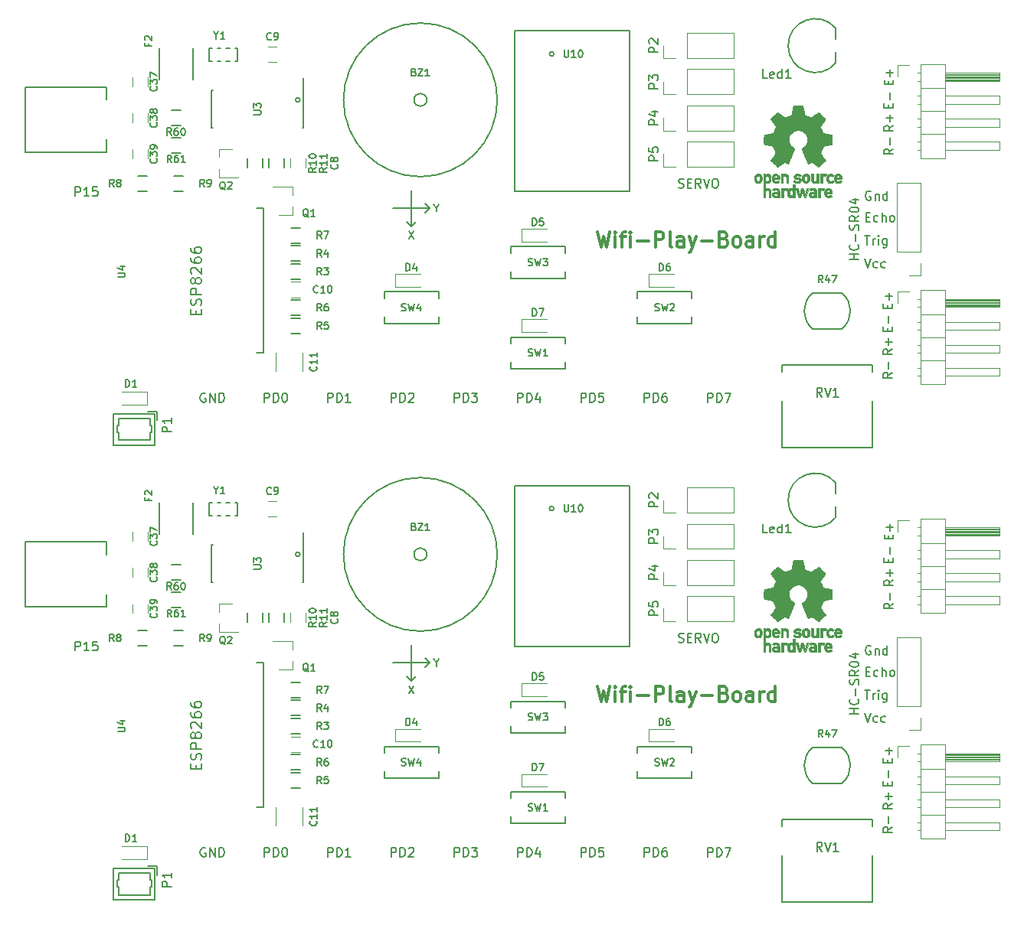
<source format=gto>
G04 #@! TF.GenerationSoftware,KiCad,Pcbnew,no-vcs-found-7650~57~ubuntu14.04.1*
G04 #@! TF.CreationDate,2017-02-13T23:40:00+01:00*
G04 #@! TF.ProjectId,Wifi_PB_panel,576966695F50425F70616E656C2E6B69,V0.1*
G04 #@! TF.FileFunction,Legend,Top*
G04 #@! TF.FilePolarity,Positive*
%FSLAX46Y46*%
G04 Gerber Fmt 4.6, Leading zero omitted, Abs format (unit mm)*
G04 Created by KiCad (PCBNEW no-vcs-found-7650~57~ubuntu14.04.1) date Mon Feb 13 23:40:00 2017*
%MOMM*%
%LPD*%
G01*
G04 APERTURE LIST*
%ADD10C,0.100000*%
%ADD11C,0.150000*%
%ADD12C,0.200000*%
%ADD13C,0.300000*%
%ADD14C,0.152400*%
%ADD15C,0.120000*%
%ADD16C,0.010000*%
G04 APERTURE END LIST*
D10*
D11*
X190452380Y-108933333D02*
X189452380Y-108933333D01*
X189928571Y-108933333D02*
X189928571Y-108361904D01*
X190452380Y-108361904D02*
X189452380Y-108361904D01*
X190357142Y-107314285D02*
X190404761Y-107361904D01*
X190452380Y-107504761D01*
X190452380Y-107600000D01*
X190404761Y-107742857D01*
X190309523Y-107838095D01*
X190214285Y-107885714D01*
X190023809Y-107933333D01*
X189880952Y-107933333D01*
X189690476Y-107885714D01*
X189595238Y-107838095D01*
X189500000Y-107742857D01*
X189452380Y-107600000D01*
X189452380Y-107504761D01*
X189500000Y-107361904D01*
X189547619Y-107314285D01*
X190071428Y-106885714D02*
X190071428Y-106123809D01*
X190404761Y-105695238D02*
X190452380Y-105552380D01*
X190452380Y-105314285D01*
X190404761Y-105219047D01*
X190357142Y-105171428D01*
X190261904Y-105123809D01*
X190166666Y-105123809D01*
X190071428Y-105171428D01*
X190023809Y-105219047D01*
X189976190Y-105314285D01*
X189928571Y-105504761D01*
X189880952Y-105600000D01*
X189833333Y-105647619D01*
X189738095Y-105695238D01*
X189642857Y-105695238D01*
X189547619Y-105647619D01*
X189500000Y-105600000D01*
X189452380Y-105504761D01*
X189452380Y-105266666D01*
X189500000Y-105123809D01*
X190452380Y-104123809D02*
X189976190Y-104457142D01*
X190452380Y-104695238D02*
X189452380Y-104695238D01*
X189452380Y-104314285D01*
X189500000Y-104219047D01*
X189547619Y-104171428D01*
X189642857Y-104123809D01*
X189785714Y-104123809D01*
X189880952Y-104171428D01*
X189928571Y-104219047D01*
X189976190Y-104314285D01*
X189976190Y-104695238D01*
X189452380Y-103504761D02*
X189452380Y-103409523D01*
X189500000Y-103314285D01*
X189547619Y-103266666D01*
X189642857Y-103219047D01*
X189833333Y-103171428D01*
X190071428Y-103171428D01*
X190261904Y-103219047D01*
X190357142Y-103266666D01*
X190404761Y-103314285D01*
X190452380Y-103409523D01*
X190452380Y-103504761D01*
X190404761Y-103600000D01*
X190357142Y-103647619D01*
X190261904Y-103695238D01*
X190071428Y-103742857D01*
X189833333Y-103742857D01*
X189642857Y-103695238D01*
X189547619Y-103647619D01*
X189500000Y-103600000D01*
X189452380Y-103504761D01*
X189785714Y-102314285D02*
X190452380Y-102314285D01*
X189404761Y-102552380D02*
X190119047Y-102790476D01*
X190119047Y-102171428D01*
D12*
X141000000Y-101300000D02*
X141000000Y-105300000D01*
X139000000Y-103300000D02*
X143000000Y-103300000D01*
X143000000Y-103300000D02*
X142500000Y-102800000D01*
X143000000Y-103300000D02*
X142500000Y-103800000D01*
X142500000Y-103800000D02*
X142500000Y-103800000D01*
X141000000Y-105300000D02*
X141500000Y-104800000D01*
X141000000Y-105300000D02*
X140500000Y-104800000D01*
D11*
X143750000Y-103280952D02*
X143750000Y-103661904D01*
X143483333Y-102861904D02*
X143750000Y-103280952D01*
X144016666Y-102861904D01*
X140733333Y-105861904D02*
X141266666Y-106661904D01*
X141266666Y-105861904D02*
X140733333Y-106661904D01*
D12*
X117174285Y-115044285D02*
X117174285Y-114644285D01*
X117802857Y-114472857D02*
X117802857Y-115044285D01*
X116602857Y-115044285D01*
X116602857Y-114472857D01*
X117745714Y-114015714D02*
X117802857Y-113844285D01*
X117802857Y-113558571D01*
X117745714Y-113444285D01*
X117688571Y-113387142D01*
X117574285Y-113330000D01*
X117460000Y-113330000D01*
X117345714Y-113387142D01*
X117288571Y-113444285D01*
X117231428Y-113558571D01*
X117174285Y-113787142D01*
X117117142Y-113901428D01*
X117060000Y-113958571D01*
X116945714Y-114015714D01*
X116831428Y-114015714D01*
X116717142Y-113958571D01*
X116660000Y-113901428D01*
X116602857Y-113787142D01*
X116602857Y-113501428D01*
X116660000Y-113330000D01*
X117802857Y-112815714D02*
X116602857Y-112815714D01*
X116602857Y-112358571D01*
X116660000Y-112244285D01*
X116717142Y-112187142D01*
X116831428Y-112130000D01*
X117002857Y-112130000D01*
X117117142Y-112187142D01*
X117174285Y-112244285D01*
X117231428Y-112358571D01*
X117231428Y-112815714D01*
X117117142Y-111444285D02*
X117060000Y-111558571D01*
X117002857Y-111615714D01*
X116888571Y-111672857D01*
X116831428Y-111672857D01*
X116717142Y-111615714D01*
X116660000Y-111558571D01*
X116602857Y-111444285D01*
X116602857Y-111215714D01*
X116660000Y-111101428D01*
X116717142Y-111044285D01*
X116831428Y-110987142D01*
X116888571Y-110987142D01*
X117002857Y-111044285D01*
X117060000Y-111101428D01*
X117117142Y-111215714D01*
X117117142Y-111444285D01*
X117174285Y-111558571D01*
X117231428Y-111615714D01*
X117345714Y-111672857D01*
X117574285Y-111672857D01*
X117688571Y-111615714D01*
X117745714Y-111558571D01*
X117802857Y-111444285D01*
X117802857Y-111215714D01*
X117745714Y-111101428D01*
X117688571Y-111044285D01*
X117574285Y-110987142D01*
X117345714Y-110987142D01*
X117231428Y-111044285D01*
X117174285Y-111101428D01*
X117117142Y-111215714D01*
X116717142Y-110530000D02*
X116660000Y-110472857D01*
X116602857Y-110358571D01*
X116602857Y-110072857D01*
X116660000Y-109958571D01*
X116717142Y-109901428D01*
X116831428Y-109844285D01*
X116945714Y-109844285D01*
X117117142Y-109901428D01*
X117802857Y-110587142D01*
X117802857Y-109844285D01*
X116602857Y-108815714D02*
X116602857Y-109044285D01*
X116660000Y-109158571D01*
X116717142Y-109215714D01*
X116888571Y-109330000D01*
X117117142Y-109387142D01*
X117574285Y-109387142D01*
X117688571Y-109330000D01*
X117745714Y-109272857D01*
X117802857Y-109158571D01*
X117802857Y-108930000D01*
X117745714Y-108815714D01*
X117688571Y-108758571D01*
X117574285Y-108701428D01*
X117288571Y-108701428D01*
X117174285Y-108758571D01*
X117117142Y-108815714D01*
X117060000Y-108930000D01*
X117060000Y-109158571D01*
X117117142Y-109272857D01*
X117174285Y-109330000D01*
X117288571Y-109387142D01*
X116602857Y-107672857D02*
X116602857Y-107901428D01*
X116660000Y-108015714D01*
X116717142Y-108072857D01*
X116888571Y-108187142D01*
X117117142Y-108244285D01*
X117574285Y-108244285D01*
X117688571Y-108187142D01*
X117745714Y-108130000D01*
X117802857Y-108015714D01*
X117802857Y-107787142D01*
X117745714Y-107672857D01*
X117688571Y-107615714D01*
X117574285Y-107558571D01*
X117288571Y-107558571D01*
X117174285Y-107615714D01*
X117117142Y-107672857D01*
X117060000Y-107787142D01*
X117060000Y-108015714D01*
X117117142Y-108130000D01*
X117174285Y-108187142D01*
X117288571Y-108244285D01*
D13*
X161575238Y-105889047D02*
X161956190Y-107589047D01*
X162260952Y-106374761D01*
X162565714Y-107589047D01*
X162946666Y-105889047D01*
X163556190Y-107589047D02*
X163556190Y-106455714D01*
X163556190Y-105889047D02*
X163480000Y-105970000D01*
X163556190Y-106050952D01*
X163632380Y-105970000D01*
X163556190Y-105889047D01*
X163556190Y-106050952D01*
X164089523Y-106455714D02*
X164699047Y-106455714D01*
X164318095Y-107589047D02*
X164318095Y-106131904D01*
X164394285Y-105970000D01*
X164546666Y-105889047D01*
X164699047Y-105889047D01*
X165232380Y-107589047D02*
X165232380Y-106455714D01*
X165232380Y-105889047D02*
X165156190Y-105970000D01*
X165232380Y-106050952D01*
X165308571Y-105970000D01*
X165232380Y-105889047D01*
X165232380Y-106050952D01*
X165994285Y-106941428D02*
X167213333Y-106941428D01*
X167975238Y-107589047D02*
X167975238Y-105889047D01*
X168584761Y-105889047D01*
X168737142Y-105970000D01*
X168813333Y-106050952D01*
X168889523Y-106212857D01*
X168889523Y-106455714D01*
X168813333Y-106617619D01*
X168737142Y-106698571D01*
X168584761Y-106779523D01*
X167975238Y-106779523D01*
X169803809Y-107589047D02*
X169651428Y-107508095D01*
X169575238Y-107346190D01*
X169575238Y-105889047D01*
X171099047Y-107589047D02*
X171099047Y-106698571D01*
X171022857Y-106536666D01*
X170870476Y-106455714D01*
X170565714Y-106455714D01*
X170413333Y-106536666D01*
X171099047Y-107508095D02*
X170946666Y-107589047D01*
X170565714Y-107589047D01*
X170413333Y-107508095D01*
X170337142Y-107346190D01*
X170337142Y-107184285D01*
X170413333Y-107022380D01*
X170565714Y-106941428D01*
X170946666Y-106941428D01*
X171099047Y-106860476D01*
X171708571Y-106455714D02*
X172089523Y-107589047D01*
X172470476Y-106455714D02*
X172089523Y-107589047D01*
X171937142Y-107993809D01*
X171860952Y-108074761D01*
X171708571Y-108155714D01*
X173080000Y-106941428D02*
X174299047Y-106941428D01*
X175594285Y-106698571D02*
X175822857Y-106779523D01*
X175899047Y-106860476D01*
X175975238Y-107022380D01*
X175975238Y-107265238D01*
X175899047Y-107427142D01*
X175822857Y-107508095D01*
X175670476Y-107589047D01*
X175060952Y-107589047D01*
X175060952Y-105889047D01*
X175594285Y-105889047D01*
X175746666Y-105970000D01*
X175822857Y-106050952D01*
X175899047Y-106212857D01*
X175899047Y-106374761D01*
X175822857Y-106536666D01*
X175746666Y-106617619D01*
X175594285Y-106698571D01*
X175060952Y-106698571D01*
X176889523Y-107589047D02*
X176737142Y-107508095D01*
X176660952Y-107427142D01*
X176584761Y-107265238D01*
X176584761Y-106779523D01*
X176660952Y-106617619D01*
X176737142Y-106536666D01*
X176889523Y-106455714D01*
X177118095Y-106455714D01*
X177270476Y-106536666D01*
X177346666Y-106617619D01*
X177422857Y-106779523D01*
X177422857Y-107265238D01*
X177346666Y-107427142D01*
X177270476Y-107508095D01*
X177118095Y-107589047D01*
X176889523Y-107589047D01*
X178794285Y-107589047D02*
X178794285Y-106698571D01*
X178718095Y-106536666D01*
X178565714Y-106455714D01*
X178260952Y-106455714D01*
X178108571Y-106536666D01*
X178794285Y-107508095D02*
X178641904Y-107589047D01*
X178260952Y-107589047D01*
X178108571Y-107508095D01*
X178032380Y-107346190D01*
X178032380Y-107184285D01*
X178108571Y-107022380D01*
X178260952Y-106941428D01*
X178641904Y-106941428D01*
X178794285Y-106860476D01*
X179556190Y-107589047D02*
X179556190Y-106455714D01*
X179556190Y-106779523D02*
X179632380Y-106617619D01*
X179708571Y-106536666D01*
X179860952Y-106455714D01*
X180013333Y-106455714D01*
X181232380Y-107589047D02*
X181232380Y-105889047D01*
X181232380Y-107508095D02*
X181080000Y-107589047D01*
X180775238Y-107589047D01*
X180622857Y-107508095D01*
X180546666Y-107427142D01*
X180470476Y-107265238D01*
X180470476Y-106779523D01*
X180546666Y-106617619D01*
X180622857Y-106536666D01*
X180775238Y-106455714D01*
X181080000Y-106455714D01*
X181232380Y-106536666D01*
D11*
X170539523Y-100994761D02*
X170682380Y-101042380D01*
X170920476Y-101042380D01*
X171015714Y-100994761D01*
X171063333Y-100947142D01*
X171110952Y-100851904D01*
X171110952Y-100756666D01*
X171063333Y-100661428D01*
X171015714Y-100613809D01*
X170920476Y-100566190D01*
X170730000Y-100518571D01*
X170634761Y-100470952D01*
X170587142Y-100423333D01*
X170539523Y-100328095D01*
X170539523Y-100232857D01*
X170587142Y-100137619D01*
X170634761Y-100090000D01*
X170730000Y-100042380D01*
X170968095Y-100042380D01*
X171110952Y-100090000D01*
X171539523Y-100518571D02*
X171872857Y-100518571D01*
X172015714Y-101042380D02*
X171539523Y-101042380D01*
X171539523Y-100042380D01*
X172015714Y-100042380D01*
X173015714Y-101042380D02*
X172682380Y-100566190D01*
X172444285Y-101042380D02*
X172444285Y-100042380D01*
X172825238Y-100042380D01*
X172920476Y-100090000D01*
X172968095Y-100137619D01*
X173015714Y-100232857D01*
X173015714Y-100375714D01*
X172968095Y-100470952D01*
X172920476Y-100518571D01*
X172825238Y-100566190D01*
X172444285Y-100566190D01*
X173301428Y-100042380D02*
X173634761Y-101042380D01*
X173968095Y-100042380D01*
X174491904Y-100042380D02*
X174682380Y-100042380D01*
X174777619Y-100090000D01*
X174872857Y-100185238D01*
X174920476Y-100375714D01*
X174920476Y-100709047D01*
X174872857Y-100899523D01*
X174777619Y-100994761D01*
X174682380Y-101042380D01*
X174491904Y-101042380D01*
X174396666Y-100994761D01*
X174301428Y-100899523D01*
X174253809Y-100709047D01*
X174253809Y-100375714D01*
X174301428Y-100185238D01*
X174396666Y-100090000D01*
X174491904Y-100042380D01*
X193758571Y-89583333D02*
X193758571Y-89250000D01*
X194282380Y-89107142D02*
X194282380Y-89583333D01*
X193282380Y-89583333D01*
X193282380Y-89107142D01*
X193901428Y-88678571D02*
X193901428Y-87916666D01*
X194282380Y-88297619D02*
X193520476Y-88297619D01*
X193748571Y-92153333D02*
X193748571Y-91820000D01*
X194272380Y-91677142D02*
X194272380Y-92153333D01*
X193272380Y-92153333D01*
X193272380Y-91677142D01*
X193891428Y-91248571D02*
X193891428Y-90486666D01*
X194272380Y-94139523D02*
X193796190Y-94472857D01*
X194272380Y-94710952D02*
X193272380Y-94710952D01*
X193272380Y-94330000D01*
X193320000Y-94234761D01*
X193367619Y-94187142D01*
X193462857Y-94139523D01*
X193605714Y-94139523D01*
X193700952Y-94187142D01*
X193748571Y-94234761D01*
X193796190Y-94330000D01*
X193796190Y-94710952D01*
X193891428Y-93710952D02*
X193891428Y-92949047D01*
X194272380Y-93330000D02*
X193510476Y-93330000D01*
X194262380Y-96719523D02*
X193786190Y-97052857D01*
X194262380Y-97290952D02*
X193262380Y-97290952D01*
X193262380Y-96910000D01*
X193310000Y-96814761D01*
X193357619Y-96767142D01*
X193452857Y-96719523D01*
X193595714Y-96719523D01*
X193690952Y-96767142D01*
X193738571Y-96814761D01*
X193786190Y-96910000D01*
X193786190Y-97290952D01*
X193881428Y-96290952D02*
X193881428Y-95529047D01*
X194162380Y-118889523D02*
X193686190Y-119222857D01*
X194162380Y-119460952D02*
X193162380Y-119460952D01*
X193162380Y-119080000D01*
X193210000Y-118984761D01*
X193257619Y-118937142D01*
X193352857Y-118889523D01*
X193495714Y-118889523D01*
X193590952Y-118937142D01*
X193638571Y-118984761D01*
X193686190Y-119080000D01*
X193686190Y-119460952D01*
X193781428Y-118460952D02*
X193781428Y-117699047D01*
X194162380Y-118080000D02*
X193400476Y-118080000D01*
X194152380Y-121469523D02*
X193676190Y-121802857D01*
X194152380Y-122040952D02*
X193152380Y-122040952D01*
X193152380Y-121660000D01*
X193200000Y-121564761D01*
X193247619Y-121517142D01*
X193342857Y-121469523D01*
X193485714Y-121469523D01*
X193580952Y-121517142D01*
X193628571Y-121564761D01*
X193676190Y-121660000D01*
X193676190Y-122040952D01*
X193771428Y-121040952D02*
X193771428Y-120279047D01*
X193638571Y-116903333D02*
X193638571Y-116570000D01*
X194162380Y-116427142D02*
X194162380Y-116903333D01*
X193162380Y-116903333D01*
X193162380Y-116427142D01*
X193781428Y-115998571D02*
X193781428Y-115236666D01*
X193648571Y-114333333D02*
X193648571Y-114000000D01*
X194172380Y-113857142D02*
X194172380Y-114333333D01*
X193172380Y-114333333D01*
X193172380Y-113857142D01*
X193791428Y-113428571D02*
X193791428Y-112666666D01*
X194172380Y-113047619D02*
X193410476Y-113047619D01*
X191786190Y-101450000D02*
X191690952Y-101402380D01*
X191548095Y-101402380D01*
X191405238Y-101450000D01*
X191310000Y-101545238D01*
X191262381Y-101640476D01*
X191214762Y-101830952D01*
X191214762Y-101973809D01*
X191262381Y-102164285D01*
X191310000Y-102259523D01*
X191405238Y-102354761D01*
X191548095Y-102402380D01*
X191643333Y-102402380D01*
X191786190Y-102354761D01*
X191833809Y-102307142D01*
X191833809Y-101973809D01*
X191643333Y-101973809D01*
X192262381Y-101735714D02*
X192262381Y-102402380D01*
X192262381Y-101830952D02*
X192310000Y-101783333D01*
X192405238Y-101735714D01*
X192548095Y-101735714D01*
X192643333Y-101783333D01*
X192690952Y-101878571D01*
X192690952Y-102402380D01*
X193595714Y-102402380D02*
X193595714Y-101402380D01*
X193595714Y-102354761D02*
X193500476Y-102402380D01*
X193310000Y-102402380D01*
X193214762Y-102354761D01*
X193167143Y-102307142D01*
X193119524Y-102211904D01*
X193119524Y-101926190D01*
X193167143Y-101830952D01*
X193214762Y-101783333D01*
X193310000Y-101735714D01*
X193500476Y-101735714D01*
X193595714Y-101783333D01*
X191262380Y-104258571D02*
X191595714Y-104258571D01*
X191738571Y-104782380D02*
X191262380Y-104782380D01*
X191262380Y-103782380D01*
X191738571Y-103782380D01*
X192595714Y-104734761D02*
X192500476Y-104782380D01*
X192310000Y-104782380D01*
X192214761Y-104734761D01*
X192167142Y-104687142D01*
X192119523Y-104591904D01*
X192119523Y-104306190D01*
X192167142Y-104210952D01*
X192214761Y-104163333D01*
X192310000Y-104115714D01*
X192500476Y-104115714D01*
X192595714Y-104163333D01*
X193024285Y-104782380D02*
X193024285Y-103782380D01*
X193452857Y-104782380D02*
X193452857Y-104258571D01*
X193405238Y-104163333D01*
X193310000Y-104115714D01*
X193167142Y-104115714D01*
X193071904Y-104163333D01*
X193024285Y-104210952D01*
X194071904Y-104782380D02*
X193976666Y-104734761D01*
X193929047Y-104687142D01*
X193881428Y-104591904D01*
X193881428Y-104306190D01*
X193929047Y-104210952D01*
X193976666Y-104163333D01*
X194071904Y-104115714D01*
X194214761Y-104115714D01*
X194310000Y-104163333D01*
X194357619Y-104210952D01*
X194405238Y-104306190D01*
X194405238Y-104591904D01*
X194357619Y-104687142D01*
X194310000Y-104734761D01*
X194214761Y-104782380D01*
X194071904Y-104782380D01*
X191119523Y-106322380D02*
X191690952Y-106322380D01*
X191405238Y-107322380D02*
X191405238Y-106322380D01*
X192024285Y-107322380D02*
X192024285Y-106655714D01*
X192024285Y-106846190D02*
X192071904Y-106750952D01*
X192119523Y-106703333D01*
X192214761Y-106655714D01*
X192309999Y-106655714D01*
X192643333Y-107322380D02*
X192643333Y-106655714D01*
X192643333Y-106322380D02*
X192595714Y-106370000D01*
X192643333Y-106417619D01*
X192690952Y-106370000D01*
X192643333Y-106322380D01*
X192643333Y-106417619D01*
X193548095Y-106655714D02*
X193548095Y-107465238D01*
X193500476Y-107560476D01*
X193452857Y-107608095D01*
X193357618Y-107655714D01*
X193214761Y-107655714D01*
X193119523Y-107608095D01*
X193548095Y-107274761D02*
X193452857Y-107322380D01*
X193262380Y-107322380D01*
X193167142Y-107274761D01*
X193119523Y-107227142D01*
X193071904Y-107131904D01*
X193071904Y-106846190D01*
X193119523Y-106750952D01*
X193167142Y-106703333D01*
X193262380Y-106655714D01*
X193452857Y-106655714D01*
X193548095Y-106703333D01*
X191119523Y-108872380D02*
X191452857Y-109872380D01*
X191786190Y-108872380D01*
X192548095Y-109824761D02*
X192452857Y-109872380D01*
X192262380Y-109872380D01*
X192167142Y-109824761D01*
X192119523Y-109777142D01*
X192071904Y-109681904D01*
X192071904Y-109396190D01*
X192119523Y-109300952D01*
X192167142Y-109253333D01*
X192262380Y-109205714D01*
X192452857Y-109205714D01*
X192548095Y-109253333D01*
X193405238Y-109824761D02*
X193310000Y-109872380D01*
X193119523Y-109872380D01*
X193024285Y-109824761D01*
X192976666Y-109777142D01*
X192929047Y-109681904D01*
X192929047Y-109396190D01*
X192976666Y-109300952D01*
X193024285Y-109253333D01*
X193119523Y-109205714D01*
X193310000Y-109205714D01*
X193405238Y-109253333D01*
X118238095Y-123800000D02*
X118142857Y-123752380D01*
X118000000Y-123752380D01*
X117857142Y-123800000D01*
X117761904Y-123895238D01*
X117714285Y-123990476D01*
X117666666Y-124180952D01*
X117666666Y-124323809D01*
X117714285Y-124514285D01*
X117761904Y-124609523D01*
X117857142Y-124704761D01*
X118000000Y-124752380D01*
X118095238Y-124752380D01*
X118238095Y-124704761D01*
X118285714Y-124657142D01*
X118285714Y-124323809D01*
X118095238Y-124323809D01*
X118714285Y-124752380D02*
X118714285Y-123752380D01*
X119285714Y-124752380D01*
X119285714Y-123752380D01*
X119761904Y-124752380D02*
X119761904Y-123752380D01*
X120000000Y-123752380D01*
X120142857Y-123800000D01*
X120238095Y-123895238D01*
X120285714Y-123990476D01*
X120333333Y-124180952D01*
X120333333Y-124323809D01*
X120285714Y-124514285D01*
X120238095Y-124609523D01*
X120142857Y-124704761D01*
X120000000Y-124752380D01*
X119761904Y-124752380D01*
X124761904Y-124752380D02*
X124761904Y-123752380D01*
X125142857Y-123752380D01*
X125238095Y-123800000D01*
X125285714Y-123847619D01*
X125333333Y-123942857D01*
X125333333Y-124085714D01*
X125285714Y-124180952D01*
X125238095Y-124228571D01*
X125142857Y-124276190D01*
X124761904Y-124276190D01*
X125761904Y-124752380D02*
X125761904Y-123752380D01*
X126000000Y-123752380D01*
X126142857Y-123800000D01*
X126238095Y-123895238D01*
X126285714Y-123990476D01*
X126333333Y-124180952D01*
X126333333Y-124323809D01*
X126285714Y-124514285D01*
X126238095Y-124609523D01*
X126142857Y-124704761D01*
X126000000Y-124752380D01*
X125761904Y-124752380D01*
X126952380Y-123752380D02*
X127047619Y-123752380D01*
X127142857Y-123800000D01*
X127190476Y-123847619D01*
X127238095Y-123942857D01*
X127285714Y-124133333D01*
X127285714Y-124371428D01*
X127238095Y-124561904D01*
X127190476Y-124657142D01*
X127142857Y-124704761D01*
X127047619Y-124752380D01*
X126952380Y-124752380D01*
X126857142Y-124704761D01*
X126809523Y-124657142D01*
X126761904Y-124561904D01*
X126714285Y-124371428D01*
X126714285Y-124133333D01*
X126761904Y-123942857D01*
X126809523Y-123847619D01*
X126857142Y-123800000D01*
X126952380Y-123752380D01*
X131761904Y-124752380D02*
X131761904Y-123752380D01*
X132142857Y-123752380D01*
X132238095Y-123800000D01*
X132285714Y-123847619D01*
X132333333Y-123942857D01*
X132333333Y-124085714D01*
X132285714Y-124180952D01*
X132238095Y-124228571D01*
X132142857Y-124276190D01*
X131761904Y-124276190D01*
X132761904Y-124752380D02*
X132761904Y-123752380D01*
X133000000Y-123752380D01*
X133142857Y-123800000D01*
X133238095Y-123895238D01*
X133285714Y-123990476D01*
X133333333Y-124180952D01*
X133333333Y-124323809D01*
X133285714Y-124514285D01*
X133238095Y-124609523D01*
X133142857Y-124704761D01*
X133000000Y-124752380D01*
X132761904Y-124752380D01*
X134285714Y-124752380D02*
X133714285Y-124752380D01*
X134000000Y-124752380D02*
X134000000Y-123752380D01*
X133904761Y-123895238D01*
X133809523Y-123990476D01*
X133714285Y-124038095D01*
X138761904Y-124752380D02*
X138761904Y-123752380D01*
X139142857Y-123752380D01*
X139238095Y-123800000D01*
X139285714Y-123847619D01*
X139333333Y-123942857D01*
X139333333Y-124085714D01*
X139285714Y-124180952D01*
X139238095Y-124228571D01*
X139142857Y-124276190D01*
X138761904Y-124276190D01*
X139761904Y-124752380D02*
X139761904Y-123752380D01*
X140000000Y-123752380D01*
X140142857Y-123800000D01*
X140238095Y-123895238D01*
X140285714Y-123990476D01*
X140333333Y-124180952D01*
X140333333Y-124323809D01*
X140285714Y-124514285D01*
X140238095Y-124609523D01*
X140142857Y-124704761D01*
X140000000Y-124752380D01*
X139761904Y-124752380D01*
X140714285Y-123847619D02*
X140761904Y-123800000D01*
X140857142Y-123752380D01*
X141095238Y-123752380D01*
X141190476Y-123800000D01*
X141238095Y-123847619D01*
X141285714Y-123942857D01*
X141285714Y-124038095D01*
X141238095Y-124180952D01*
X140666666Y-124752380D01*
X141285714Y-124752380D01*
X145761904Y-124752380D02*
X145761904Y-123752380D01*
X146142857Y-123752380D01*
X146238095Y-123800000D01*
X146285714Y-123847619D01*
X146333333Y-123942857D01*
X146333333Y-124085714D01*
X146285714Y-124180952D01*
X146238095Y-124228571D01*
X146142857Y-124276190D01*
X145761904Y-124276190D01*
X146761904Y-124752380D02*
X146761904Y-123752380D01*
X147000000Y-123752380D01*
X147142857Y-123800000D01*
X147238095Y-123895238D01*
X147285714Y-123990476D01*
X147333333Y-124180952D01*
X147333333Y-124323809D01*
X147285714Y-124514285D01*
X147238095Y-124609523D01*
X147142857Y-124704761D01*
X147000000Y-124752380D01*
X146761904Y-124752380D01*
X147666666Y-123752380D02*
X148285714Y-123752380D01*
X147952380Y-124133333D01*
X148095238Y-124133333D01*
X148190476Y-124180952D01*
X148238095Y-124228571D01*
X148285714Y-124323809D01*
X148285714Y-124561904D01*
X148238095Y-124657142D01*
X148190476Y-124704761D01*
X148095238Y-124752380D01*
X147809523Y-124752380D01*
X147714285Y-124704761D01*
X147666666Y-124657142D01*
X152761904Y-124752380D02*
X152761904Y-123752380D01*
X153142857Y-123752380D01*
X153238095Y-123800000D01*
X153285714Y-123847619D01*
X153333333Y-123942857D01*
X153333333Y-124085714D01*
X153285714Y-124180952D01*
X153238095Y-124228571D01*
X153142857Y-124276190D01*
X152761904Y-124276190D01*
X153761904Y-124752380D02*
X153761904Y-123752380D01*
X154000000Y-123752380D01*
X154142857Y-123800000D01*
X154238095Y-123895238D01*
X154285714Y-123990476D01*
X154333333Y-124180952D01*
X154333333Y-124323809D01*
X154285714Y-124514285D01*
X154238095Y-124609523D01*
X154142857Y-124704761D01*
X154000000Y-124752380D01*
X153761904Y-124752380D01*
X155190476Y-124085714D02*
X155190476Y-124752380D01*
X154952380Y-123704761D02*
X154714285Y-124419047D01*
X155333333Y-124419047D01*
X159761904Y-124752380D02*
X159761904Y-123752380D01*
X160142857Y-123752380D01*
X160238095Y-123800000D01*
X160285714Y-123847619D01*
X160333333Y-123942857D01*
X160333333Y-124085714D01*
X160285714Y-124180952D01*
X160238095Y-124228571D01*
X160142857Y-124276190D01*
X159761904Y-124276190D01*
X160761904Y-124752380D02*
X160761904Y-123752380D01*
X161000000Y-123752380D01*
X161142857Y-123800000D01*
X161238095Y-123895238D01*
X161285714Y-123990476D01*
X161333333Y-124180952D01*
X161333333Y-124323809D01*
X161285714Y-124514285D01*
X161238095Y-124609523D01*
X161142857Y-124704761D01*
X161000000Y-124752380D01*
X160761904Y-124752380D01*
X162238095Y-123752380D02*
X161761904Y-123752380D01*
X161714285Y-124228571D01*
X161761904Y-124180952D01*
X161857142Y-124133333D01*
X162095238Y-124133333D01*
X162190476Y-124180952D01*
X162238095Y-124228571D01*
X162285714Y-124323809D01*
X162285714Y-124561904D01*
X162238095Y-124657142D01*
X162190476Y-124704761D01*
X162095238Y-124752380D01*
X161857142Y-124752380D01*
X161761904Y-124704761D01*
X161714285Y-124657142D01*
X166761904Y-124752380D02*
X166761904Y-123752380D01*
X167142857Y-123752380D01*
X167238095Y-123800000D01*
X167285714Y-123847619D01*
X167333333Y-123942857D01*
X167333333Y-124085714D01*
X167285714Y-124180952D01*
X167238095Y-124228571D01*
X167142857Y-124276190D01*
X166761904Y-124276190D01*
X167761904Y-124752380D02*
X167761904Y-123752380D01*
X168000000Y-123752380D01*
X168142857Y-123800000D01*
X168238095Y-123895238D01*
X168285714Y-123990476D01*
X168333333Y-124180952D01*
X168333333Y-124323809D01*
X168285714Y-124514285D01*
X168238095Y-124609523D01*
X168142857Y-124704761D01*
X168000000Y-124752380D01*
X167761904Y-124752380D01*
X169190476Y-123752380D02*
X169000000Y-123752380D01*
X168904761Y-123800000D01*
X168857142Y-123847619D01*
X168761904Y-123990476D01*
X168714285Y-124180952D01*
X168714285Y-124561904D01*
X168761904Y-124657142D01*
X168809523Y-124704761D01*
X168904761Y-124752380D01*
X169095238Y-124752380D01*
X169190476Y-124704761D01*
X169238095Y-124657142D01*
X169285714Y-124561904D01*
X169285714Y-124323809D01*
X169238095Y-124228571D01*
X169190476Y-124180952D01*
X169095238Y-124133333D01*
X168904761Y-124133333D01*
X168809523Y-124180952D01*
X168761904Y-124228571D01*
X168714285Y-124323809D01*
X173761904Y-124752380D02*
X173761904Y-123752380D01*
X174142857Y-123752380D01*
X174238095Y-123800000D01*
X174285714Y-123847619D01*
X174333333Y-123942857D01*
X174333333Y-124085714D01*
X174285714Y-124180952D01*
X174238095Y-124228571D01*
X174142857Y-124276190D01*
X173761904Y-124276190D01*
X174761904Y-124752380D02*
X174761904Y-123752380D01*
X175000000Y-123752380D01*
X175142857Y-123800000D01*
X175238095Y-123895238D01*
X175285714Y-123990476D01*
X175333333Y-124180952D01*
X175333333Y-124323809D01*
X175285714Y-124514285D01*
X175238095Y-124609523D01*
X175142857Y-124704761D01*
X175000000Y-124752380D01*
X174761904Y-124752380D01*
X175666666Y-123752380D02*
X176333333Y-123752380D01*
X175904761Y-124752380D01*
D12*
X117174285Y-64744285D02*
X117174285Y-64344285D01*
X117802857Y-64172857D02*
X117802857Y-64744285D01*
X116602857Y-64744285D01*
X116602857Y-64172857D01*
X117745714Y-63715714D02*
X117802857Y-63544285D01*
X117802857Y-63258571D01*
X117745714Y-63144285D01*
X117688571Y-63087142D01*
X117574285Y-63030000D01*
X117460000Y-63030000D01*
X117345714Y-63087142D01*
X117288571Y-63144285D01*
X117231428Y-63258571D01*
X117174285Y-63487142D01*
X117117142Y-63601428D01*
X117060000Y-63658571D01*
X116945714Y-63715714D01*
X116831428Y-63715714D01*
X116717142Y-63658571D01*
X116660000Y-63601428D01*
X116602857Y-63487142D01*
X116602857Y-63201428D01*
X116660000Y-63030000D01*
X117802857Y-62515714D02*
X116602857Y-62515714D01*
X116602857Y-62058571D01*
X116660000Y-61944285D01*
X116717142Y-61887142D01*
X116831428Y-61830000D01*
X117002857Y-61830000D01*
X117117142Y-61887142D01*
X117174285Y-61944285D01*
X117231428Y-62058571D01*
X117231428Y-62515714D01*
X117117142Y-61144285D02*
X117060000Y-61258571D01*
X117002857Y-61315714D01*
X116888571Y-61372857D01*
X116831428Y-61372857D01*
X116717142Y-61315714D01*
X116660000Y-61258571D01*
X116602857Y-61144285D01*
X116602857Y-60915714D01*
X116660000Y-60801428D01*
X116717142Y-60744285D01*
X116831428Y-60687142D01*
X116888571Y-60687142D01*
X117002857Y-60744285D01*
X117060000Y-60801428D01*
X117117142Y-60915714D01*
X117117142Y-61144285D01*
X117174285Y-61258571D01*
X117231428Y-61315714D01*
X117345714Y-61372857D01*
X117574285Y-61372857D01*
X117688571Y-61315714D01*
X117745714Y-61258571D01*
X117802857Y-61144285D01*
X117802857Y-60915714D01*
X117745714Y-60801428D01*
X117688571Y-60744285D01*
X117574285Y-60687142D01*
X117345714Y-60687142D01*
X117231428Y-60744285D01*
X117174285Y-60801428D01*
X117117142Y-60915714D01*
X116717142Y-60230000D02*
X116660000Y-60172857D01*
X116602857Y-60058571D01*
X116602857Y-59772857D01*
X116660000Y-59658571D01*
X116717142Y-59601428D01*
X116831428Y-59544285D01*
X116945714Y-59544285D01*
X117117142Y-59601428D01*
X117802857Y-60287142D01*
X117802857Y-59544285D01*
X116602857Y-58515714D02*
X116602857Y-58744285D01*
X116660000Y-58858571D01*
X116717142Y-58915714D01*
X116888571Y-59030000D01*
X117117142Y-59087142D01*
X117574285Y-59087142D01*
X117688571Y-59030000D01*
X117745714Y-58972857D01*
X117802857Y-58858571D01*
X117802857Y-58630000D01*
X117745714Y-58515714D01*
X117688571Y-58458571D01*
X117574285Y-58401428D01*
X117288571Y-58401428D01*
X117174285Y-58458571D01*
X117117142Y-58515714D01*
X117060000Y-58630000D01*
X117060000Y-58858571D01*
X117117142Y-58972857D01*
X117174285Y-59030000D01*
X117288571Y-59087142D01*
X116602857Y-57372857D02*
X116602857Y-57601428D01*
X116660000Y-57715714D01*
X116717142Y-57772857D01*
X116888571Y-57887142D01*
X117117142Y-57944285D01*
X117574285Y-57944285D01*
X117688571Y-57887142D01*
X117745714Y-57830000D01*
X117802857Y-57715714D01*
X117802857Y-57487142D01*
X117745714Y-57372857D01*
X117688571Y-57315714D01*
X117574285Y-57258571D01*
X117288571Y-57258571D01*
X117174285Y-57315714D01*
X117117142Y-57372857D01*
X117060000Y-57487142D01*
X117060000Y-57715714D01*
X117117142Y-57830000D01*
X117174285Y-57887142D01*
X117288571Y-57944285D01*
D11*
X140733333Y-55561904D02*
X141266666Y-56361904D01*
X141266666Y-55561904D02*
X140733333Y-56361904D01*
X143750000Y-52980952D02*
X143750000Y-53361904D01*
X143483333Y-52561904D02*
X143750000Y-52980952D01*
X144016666Y-52561904D01*
D12*
X141000000Y-55000000D02*
X140500000Y-54500000D01*
X141000000Y-55000000D02*
X141500000Y-54500000D01*
X142500000Y-53500000D02*
X142500000Y-53500000D01*
X143000000Y-53000000D02*
X142500000Y-53500000D01*
X143000000Y-53000000D02*
X142500000Y-52500000D01*
X139000000Y-53000000D02*
X143000000Y-53000000D01*
X141000000Y-51000000D02*
X141000000Y-55000000D01*
D11*
X190452380Y-58633333D02*
X189452380Y-58633333D01*
X189928571Y-58633333D02*
X189928571Y-58061904D01*
X190452380Y-58061904D02*
X189452380Y-58061904D01*
X190357142Y-57014285D02*
X190404761Y-57061904D01*
X190452380Y-57204761D01*
X190452380Y-57300000D01*
X190404761Y-57442857D01*
X190309523Y-57538095D01*
X190214285Y-57585714D01*
X190023809Y-57633333D01*
X189880952Y-57633333D01*
X189690476Y-57585714D01*
X189595238Y-57538095D01*
X189500000Y-57442857D01*
X189452380Y-57300000D01*
X189452380Y-57204761D01*
X189500000Y-57061904D01*
X189547619Y-57014285D01*
X190071428Y-56585714D02*
X190071428Y-55823809D01*
X190404761Y-55395238D02*
X190452380Y-55252380D01*
X190452380Y-55014285D01*
X190404761Y-54919047D01*
X190357142Y-54871428D01*
X190261904Y-54823809D01*
X190166666Y-54823809D01*
X190071428Y-54871428D01*
X190023809Y-54919047D01*
X189976190Y-55014285D01*
X189928571Y-55204761D01*
X189880952Y-55300000D01*
X189833333Y-55347619D01*
X189738095Y-55395238D01*
X189642857Y-55395238D01*
X189547619Y-55347619D01*
X189500000Y-55300000D01*
X189452380Y-55204761D01*
X189452380Y-54966666D01*
X189500000Y-54823809D01*
X190452380Y-53823809D02*
X189976190Y-54157142D01*
X190452380Y-54395238D02*
X189452380Y-54395238D01*
X189452380Y-54014285D01*
X189500000Y-53919047D01*
X189547619Y-53871428D01*
X189642857Y-53823809D01*
X189785714Y-53823809D01*
X189880952Y-53871428D01*
X189928571Y-53919047D01*
X189976190Y-54014285D01*
X189976190Y-54395238D01*
X189452380Y-53204761D02*
X189452380Y-53109523D01*
X189500000Y-53014285D01*
X189547619Y-52966666D01*
X189642857Y-52919047D01*
X189833333Y-52871428D01*
X190071428Y-52871428D01*
X190261904Y-52919047D01*
X190357142Y-52966666D01*
X190404761Y-53014285D01*
X190452380Y-53109523D01*
X190452380Y-53204761D01*
X190404761Y-53300000D01*
X190357142Y-53347619D01*
X190261904Y-53395238D01*
X190071428Y-53442857D01*
X189833333Y-53442857D01*
X189642857Y-53395238D01*
X189547619Y-53347619D01*
X189500000Y-53300000D01*
X189452380Y-53204761D01*
X189785714Y-52014285D02*
X190452380Y-52014285D01*
X189404761Y-52252380D02*
X190119047Y-52490476D01*
X190119047Y-51871428D01*
X173761904Y-74452380D02*
X173761904Y-73452380D01*
X174142857Y-73452380D01*
X174238095Y-73500000D01*
X174285714Y-73547619D01*
X174333333Y-73642857D01*
X174333333Y-73785714D01*
X174285714Y-73880952D01*
X174238095Y-73928571D01*
X174142857Y-73976190D01*
X173761904Y-73976190D01*
X174761904Y-74452380D02*
X174761904Y-73452380D01*
X175000000Y-73452380D01*
X175142857Y-73500000D01*
X175238095Y-73595238D01*
X175285714Y-73690476D01*
X175333333Y-73880952D01*
X175333333Y-74023809D01*
X175285714Y-74214285D01*
X175238095Y-74309523D01*
X175142857Y-74404761D01*
X175000000Y-74452380D01*
X174761904Y-74452380D01*
X175666666Y-73452380D02*
X176333333Y-73452380D01*
X175904761Y-74452380D01*
X166761904Y-74452380D02*
X166761904Y-73452380D01*
X167142857Y-73452380D01*
X167238095Y-73500000D01*
X167285714Y-73547619D01*
X167333333Y-73642857D01*
X167333333Y-73785714D01*
X167285714Y-73880952D01*
X167238095Y-73928571D01*
X167142857Y-73976190D01*
X166761904Y-73976190D01*
X167761904Y-74452380D02*
X167761904Y-73452380D01*
X168000000Y-73452380D01*
X168142857Y-73500000D01*
X168238095Y-73595238D01*
X168285714Y-73690476D01*
X168333333Y-73880952D01*
X168333333Y-74023809D01*
X168285714Y-74214285D01*
X168238095Y-74309523D01*
X168142857Y-74404761D01*
X168000000Y-74452380D01*
X167761904Y-74452380D01*
X169190476Y-73452380D02*
X169000000Y-73452380D01*
X168904761Y-73500000D01*
X168857142Y-73547619D01*
X168761904Y-73690476D01*
X168714285Y-73880952D01*
X168714285Y-74261904D01*
X168761904Y-74357142D01*
X168809523Y-74404761D01*
X168904761Y-74452380D01*
X169095238Y-74452380D01*
X169190476Y-74404761D01*
X169238095Y-74357142D01*
X169285714Y-74261904D01*
X169285714Y-74023809D01*
X169238095Y-73928571D01*
X169190476Y-73880952D01*
X169095238Y-73833333D01*
X168904761Y-73833333D01*
X168809523Y-73880952D01*
X168761904Y-73928571D01*
X168714285Y-74023809D01*
X159761904Y-74452380D02*
X159761904Y-73452380D01*
X160142857Y-73452380D01*
X160238095Y-73500000D01*
X160285714Y-73547619D01*
X160333333Y-73642857D01*
X160333333Y-73785714D01*
X160285714Y-73880952D01*
X160238095Y-73928571D01*
X160142857Y-73976190D01*
X159761904Y-73976190D01*
X160761904Y-74452380D02*
X160761904Y-73452380D01*
X161000000Y-73452380D01*
X161142857Y-73500000D01*
X161238095Y-73595238D01*
X161285714Y-73690476D01*
X161333333Y-73880952D01*
X161333333Y-74023809D01*
X161285714Y-74214285D01*
X161238095Y-74309523D01*
X161142857Y-74404761D01*
X161000000Y-74452380D01*
X160761904Y-74452380D01*
X162238095Y-73452380D02*
X161761904Y-73452380D01*
X161714285Y-73928571D01*
X161761904Y-73880952D01*
X161857142Y-73833333D01*
X162095238Y-73833333D01*
X162190476Y-73880952D01*
X162238095Y-73928571D01*
X162285714Y-74023809D01*
X162285714Y-74261904D01*
X162238095Y-74357142D01*
X162190476Y-74404761D01*
X162095238Y-74452380D01*
X161857142Y-74452380D01*
X161761904Y-74404761D01*
X161714285Y-74357142D01*
X152761904Y-74452380D02*
X152761904Y-73452380D01*
X153142857Y-73452380D01*
X153238095Y-73500000D01*
X153285714Y-73547619D01*
X153333333Y-73642857D01*
X153333333Y-73785714D01*
X153285714Y-73880952D01*
X153238095Y-73928571D01*
X153142857Y-73976190D01*
X152761904Y-73976190D01*
X153761904Y-74452380D02*
X153761904Y-73452380D01*
X154000000Y-73452380D01*
X154142857Y-73500000D01*
X154238095Y-73595238D01*
X154285714Y-73690476D01*
X154333333Y-73880952D01*
X154333333Y-74023809D01*
X154285714Y-74214285D01*
X154238095Y-74309523D01*
X154142857Y-74404761D01*
X154000000Y-74452380D01*
X153761904Y-74452380D01*
X155190476Y-73785714D02*
X155190476Y-74452380D01*
X154952380Y-73404761D02*
X154714285Y-74119047D01*
X155333333Y-74119047D01*
X145761904Y-74452380D02*
X145761904Y-73452380D01*
X146142857Y-73452380D01*
X146238095Y-73500000D01*
X146285714Y-73547619D01*
X146333333Y-73642857D01*
X146333333Y-73785714D01*
X146285714Y-73880952D01*
X146238095Y-73928571D01*
X146142857Y-73976190D01*
X145761904Y-73976190D01*
X146761904Y-74452380D02*
X146761904Y-73452380D01*
X147000000Y-73452380D01*
X147142857Y-73500000D01*
X147238095Y-73595238D01*
X147285714Y-73690476D01*
X147333333Y-73880952D01*
X147333333Y-74023809D01*
X147285714Y-74214285D01*
X147238095Y-74309523D01*
X147142857Y-74404761D01*
X147000000Y-74452380D01*
X146761904Y-74452380D01*
X147666666Y-73452380D02*
X148285714Y-73452380D01*
X147952380Y-73833333D01*
X148095238Y-73833333D01*
X148190476Y-73880952D01*
X148238095Y-73928571D01*
X148285714Y-74023809D01*
X148285714Y-74261904D01*
X148238095Y-74357142D01*
X148190476Y-74404761D01*
X148095238Y-74452380D01*
X147809523Y-74452380D01*
X147714285Y-74404761D01*
X147666666Y-74357142D01*
X138761904Y-74452380D02*
X138761904Y-73452380D01*
X139142857Y-73452380D01*
X139238095Y-73500000D01*
X139285714Y-73547619D01*
X139333333Y-73642857D01*
X139333333Y-73785714D01*
X139285714Y-73880952D01*
X139238095Y-73928571D01*
X139142857Y-73976190D01*
X138761904Y-73976190D01*
X139761904Y-74452380D02*
X139761904Y-73452380D01*
X140000000Y-73452380D01*
X140142857Y-73500000D01*
X140238095Y-73595238D01*
X140285714Y-73690476D01*
X140333333Y-73880952D01*
X140333333Y-74023809D01*
X140285714Y-74214285D01*
X140238095Y-74309523D01*
X140142857Y-74404761D01*
X140000000Y-74452380D01*
X139761904Y-74452380D01*
X140714285Y-73547619D02*
X140761904Y-73500000D01*
X140857142Y-73452380D01*
X141095238Y-73452380D01*
X141190476Y-73500000D01*
X141238095Y-73547619D01*
X141285714Y-73642857D01*
X141285714Y-73738095D01*
X141238095Y-73880952D01*
X140666666Y-74452380D01*
X141285714Y-74452380D01*
X131761904Y-74452380D02*
X131761904Y-73452380D01*
X132142857Y-73452380D01*
X132238095Y-73500000D01*
X132285714Y-73547619D01*
X132333333Y-73642857D01*
X132333333Y-73785714D01*
X132285714Y-73880952D01*
X132238095Y-73928571D01*
X132142857Y-73976190D01*
X131761904Y-73976190D01*
X132761904Y-74452380D02*
X132761904Y-73452380D01*
X133000000Y-73452380D01*
X133142857Y-73500000D01*
X133238095Y-73595238D01*
X133285714Y-73690476D01*
X133333333Y-73880952D01*
X133333333Y-74023809D01*
X133285714Y-74214285D01*
X133238095Y-74309523D01*
X133142857Y-74404761D01*
X133000000Y-74452380D01*
X132761904Y-74452380D01*
X134285714Y-74452380D02*
X133714285Y-74452380D01*
X134000000Y-74452380D02*
X134000000Y-73452380D01*
X133904761Y-73595238D01*
X133809523Y-73690476D01*
X133714285Y-73738095D01*
X124761904Y-74452380D02*
X124761904Y-73452380D01*
X125142857Y-73452380D01*
X125238095Y-73500000D01*
X125285714Y-73547619D01*
X125333333Y-73642857D01*
X125333333Y-73785714D01*
X125285714Y-73880952D01*
X125238095Y-73928571D01*
X125142857Y-73976190D01*
X124761904Y-73976190D01*
X125761904Y-74452380D02*
X125761904Y-73452380D01*
X126000000Y-73452380D01*
X126142857Y-73500000D01*
X126238095Y-73595238D01*
X126285714Y-73690476D01*
X126333333Y-73880952D01*
X126333333Y-74023809D01*
X126285714Y-74214285D01*
X126238095Y-74309523D01*
X126142857Y-74404761D01*
X126000000Y-74452380D01*
X125761904Y-74452380D01*
X126952380Y-73452380D02*
X127047619Y-73452380D01*
X127142857Y-73500000D01*
X127190476Y-73547619D01*
X127238095Y-73642857D01*
X127285714Y-73833333D01*
X127285714Y-74071428D01*
X127238095Y-74261904D01*
X127190476Y-74357142D01*
X127142857Y-74404761D01*
X127047619Y-74452380D01*
X126952380Y-74452380D01*
X126857142Y-74404761D01*
X126809523Y-74357142D01*
X126761904Y-74261904D01*
X126714285Y-74071428D01*
X126714285Y-73833333D01*
X126761904Y-73642857D01*
X126809523Y-73547619D01*
X126857142Y-73500000D01*
X126952380Y-73452380D01*
X118238095Y-73500000D02*
X118142857Y-73452380D01*
X118000000Y-73452380D01*
X117857142Y-73500000D01*
X117761904Y-73595238D01*
X117714285Y-73690476D01*
X117666666Y-73880952D01*
X117666666Y-74023809D01*
X117714285Y-74214285D01*
X117761904Y-74309523D01*
X117857142Y-74404761D01*
X118000000Y-74452380D01*
X118095238Y-74452380D01*
X118238095Y-74404761D01*
X118285714Y-74357142D01*
X118285714Y-74023809D01*
X118095238Y-74023809D01*
X118714285Y-74452380D02*
X118714285Y-73452380D01*
X119285714Y-74452380D01*
X119285714Y-73452380D01*
X119761904Y-74452380D02*
X119761904Y-73452380D01*
X120000000Y-73452380D01*
X120142857Y-73500000D01*
X120238095Y-73595238D01*
X120285714Y-73690476D01*
X120333333Y-73880952D01*
X120333333Y-74023809D01*
X120285714Y-74214285D01*
X120238095Y-74309523D01*
X120142857Y-74404761D01*
X120000000Y-74452380D01*
X119761904Y-74452380D01*
X191119523Y-58572380D02*
X191452857Y-59572380D01*
X191786190Y-58572380D01*
X192548095Y-59524761D02*
X192452857Y-59572380D01*
X192262380Y-59572380D01*
X192167142Y-59524761D01*
X192119523Y-59477142D01*
X192071904Y-59381904D01*
X192071904Y-59096190D01*
X192119523Y-59000952D01*
X192167142Y-58953333D01*
X192262380Y-58905714D01*
X192452857Y-58905714D01*
X192548095Y-58953333D01*
X193405238Y-59524761D02*
X193310000Y-59572380D01*
X193119523Y-59572380D01*
X193024285Y-59524761D01*
X192976666Y-59477142D01*
X192929047Y-59381904D01*
X192929047Y-59096190D01*
X192976666Y-59000952D01*
X193024285Y-58953333D01*
X193119523Y-58905714D01*
X193310000Y-58905714D01*
X193405238Y-58953333D01*
X191119523Y-56022380D02*
X191690952Y-56022380D01*
X191405238Y-57022380D02*
X191405238Y-56022380D01*
X192024285Y-57022380D02*
X192024285Y-56355714D01*
X192024285Y-56546190D02*
X192071904Y-56450952D01*
X192119523Y-56403333D01*
X192214761Y-56355714D01*
X192309999Y-56355714D01*
X192643333Y-57022380D02*
X192643333Y-56355714D01*
X192643333Y-56022380D02*
X192595714Y-56070000D01*
X192643333Y-56117619D01*
X192690952Y-56070000D01*
X192643333Y-56022380D01*
X192643333Y-56117619D01*
X193548095Y-56355714D02*
X193548095Y-57165238D01*
X193500476Y-57260476D01*
X193452857Y-57308095D01*
X193357618Y-57355714D01*
X193214761Y-57355714D01*
X193119523Y-57308095D01*
X193548095Y-56974761D02*
X193452857Y-57022380D01*
X193262380Y-57022380D01*
X193167142Y-56974761D01*
X193119523Y-56927142D01*
X193071904Y-56831904D01*
X193071904Y-56546190D01*
X193119523Y-56450952D01*
X193167142Y-56403333D01*
X193262380Y-56355714D01*
X193452857Y-56355714D01*
X193548095Y-56403333D01*
X191262380Y-53958571D02*
X191595714Y-53958571D01*
X191738571Y-54482380D02*
X191262380Y-54482380D01*
X191262380Y-53482380D01*
X191738571Y-53482380D01*
X192595714Y-54434761D02*
X192500476Y-54482380D01*
X192310000Y-54482380D01*
X192214761Y-54434761D01*
X192167142Y-54387142D01*
X192119523Y-54291904D01*
X192119523Y-54006190D01*
X192167142Y-53910952D01*
X192214761Y-53863333D01*
X192310000Y-53815714D01*
X192500476Y-53815714D01*
X192595714Y-53863333D01*
X193024285Y-54482380D02*
X193024285Y-53482380D01*
X193452857Y-54482380D02*
X193452857Y-53958571D01*
X193405238Y-53863333D01*
X193310000Y-53815714D01*
X193167142Y-53815714D01*
X193071904Y-53863333D01*
X193024285Y-53910952D01*
X194071904Y-54482380D02*
X193976666Y-54434761D01*
X193929047Y-54387142D01*
X193881428Y-54291904D01*
X193881428Y-54006190D01*
X193929047Y-53910952D01*
X193976666Y-53863333D01*
X194071904Y-53815714D01*
X194214761Y-53815714D01*
X194310000Y-53863333D01*
X194357619Y-53910952D01*
X194405238Y-54006190D01*
X194405238Y-54291904D01*
X194357619Y-54387142D01*
X194310000Y-54434761D01*
X194214761Y-54482380D01*
X194071904Y-54482380D01*
X191786190Y-51150000D02*
X191690952Y-51102380D01*
X191548095Y-51102380D01*
X191405238Y-51150000D01*
X191310000Y-51245238D01*
X191262381Y-51340476D01*
X191214762Y-51530952D01*
X191214762Y-51673809D01*
X191262381Y-51864285D01*
X191310000Y-51959523D01*
X191405238Y-52054761D01*
X191548095Y-52102380D01*
X191643333Y-52102380D01*
X191786190Y-52054761D01*
X191833809Y-52007142D01*
X191833809Y-51673809D01*
X191643333Y-51673809D01*
X192262381Y-51435714D02*
X192262381Y-52102380D01*
X192262381Y-51530952D02*
X192310000Y-51483333D01*
X192405238Y-51435714D01*
X192548095Y-51435714D01*
X192643333Y-51483333D01*
X192690952Y-51578571D01*
X192690952Y-52102380D01*
X193595714Y-52102380D02*
X193595714Y-51102380D01*
X193595714Y-52054761D02*
X193500476Y-52102380D01*
X193310000Y-52102380D01*
X193214762Y-52054761D01*
X193167143Y-52007142D01*
X193119524Y-51911904D01*
X193119524Y-51626190D01*
X193167143Y-51530952D01*
X193214762Y-51483333D01*
X193310000Y-51435714D01*
X193500476Y-51435714D01*
X193595714Y-51483333D01*
X193648571Y-64033333D02*
X193648571Y-63700000D01*
X194172380Y-63557142D02*
X194172380Y-64033333D01*
X193172380Y-64033333D01*
X193172380Y-63557142D01*
X193791428Y-63128571D02*
X193791428Y-62366666D01*
X194172380Y-62747619D02*
X193410476Y-62747619D01*
X193638571Y-66603333D02*
X193638571Y-66270000D01*
X194162380Y-66127142D02*
X194162380Y-66603333D01*
X193162380Y-66603333D01*
X193162380Y-66127142D01*
X193781428Y-65698571D02*
X193781428Y-64936666D01*
X194152380Y-71169523D02*
X193676190Y-71502857D01*
X194152380Y-71740952D02*
X193152380Y-71740952D01*
X193152380Y-71360000D01*
X193200000Y-71264761D01*
X193247619Y-71217142D01*
X193342857Y-71169523D01*
X193485714Y-71169523D01*
X193580952Y-71217142D01*
X193628571Y-71264761D01*
X193676190Y-71360000D01*
X193676190Y-71740952D01*
X193771428Y-70740952D02*
X193771428Y-69979047D01*
X194162380Y-68589523D02*
X193686190Y-68922857D01*
X194162380Y-69160952D02*
X193162380Y-69160952D01*
X193162380Y-68780000D01*
X193210000Y-68684761D01*
X193257619Y-68637142D01*
X193352857Y-68589523D01*
X193495714Y-68589523D01*
X193590952Y-68637142D01*
X193638571Y-68684761D01*
X193686190Y-68780000D01*
X193686190Y-69160952D01*
X193781428Y-68160952D02*
X193781428Y-67399047D01*
X194162380Y-67780000D02*
X193400476Y-67780000D01*
X194262380Y-46419523D02*
X193786190Y-46752857D01*
X194262380Y-46990952D02*
X193262380Y-46990952D01*
X193262380Y-46610000D01*
X193310000Y-46514761D01*
X193357619Y-46467142D01*
X193452857Y-46419523D01*
X193595714Y-46419523D01*
X193690952Y-46467142D01*
X193738571Y-46514761D01*
X193786190Y-46610000D01*
X193786190Y-46990952D01*
X193881428Y-45990952D02*
X193881428Y-45229047D01*
X194272380Y-43839523D02*
X193796190Y-44172857D01*
X194272380Y-44410952D02*
X193272380Y-44410952D01*
X193272380Y-44030000D01*
X193320000Y-43934761D01*
X193367619Y-43887142D01*
X193462857Y-43839523D01*
X193605714Y-43839523D01*
X193700952Y-43887142D01*
X193748571Y-43934761D01*
X193796190Y-44030000D01*
X193796190Y-44410952D01*
X193891428Y-43410952D02*
X193891428Y-42649047D01*
X194272380Y-43030000D02*
X193510476Y-43030000D01*
X193748571Y-41853333D02*
X193748571Y-41520000D01*
X194272380Y-41377142D02*
X194272380Y-41853333D01*
X193272380Y-41853333D01*
X193272380Y-41377142D01*
X193891428Y-40948571D02*
X193891428Y-40186666D01*
X193758571Y-39283333D02*
X193758571Y-38950000D01*
X194282380Y-38807142D02*
X194282380Y-39283333D01*
X193282380Y-39283333D01*
X193282380Y-38807142D01*
X193901428Y-38378571D02*
X193901428Y-37616666D01*
X194282380Y-37997619D02*
X193520476Y-37997619D01*
X170539523Y-50694761D02*
X170682380Y-50742380D01*
X170920476Y-50742380D01*
X171015714Y-50694761D01*
X171063333Y-50647142D01*
X171110952Y-50551904D01*
X171110952Y-50456666D01*
X171063333Y-50361428D01*
X171015714Y-50313809D01*
X170920476Y-50266190D01*
X170730000Y-50218571D01*
X170634761Y-50170952D01*
X170587142Y-50123333D01*
X170539523Y-50028095D01*
X170539523Y-49932857D01*
X170587142Y-49837619D01*
X170634761Y-49790000D01*
X170730000Y-49742380D01*
X170968095Y-49742380D01*
X171110952Y-49790000D01*
X171539523Y-50218571D02*
X171872857Y-50218571D01*
X172015714Y-50742380D02*
X171539523Y-50742380D01*
X171539523Y-49742380D01*
X172015714Y-49742380D01*
X173015714Y-50742380D02*
X172682380Y-50266190D01*
X172444285Y-50742380D02*
X172444285Y-49742380D01*
X172825238Y-49742380D01*
X172920476Y-49790000D01*
X172968095Y-49837619D01*
X173015714Y-49932857D01*
X173015714Y-50075714D01*
X172968095Y-50170952D01*
X172920476Y-50218571D01*
X172825238Y-50266190D01*
X172444285Y-50266190D01*
X173301428Y-49742380D02*
X173634761Y-50742380D01*
X173968095Y-49742380D01*
X174491904Y-49742380D02*
X174682380Y-49742380D01*
X174777619Y-49790000D01*
X174872857Y-49885238D01*
X174920476Y-50075714D01*
X174920476Y-50409047D01*
X174872857Y-50599523D01*
X174777619Y-50694761D01*
X174682380Y-50742380D01*
X174491904Y-50742380D01*
X174396666Y-50694761D01*
X174301428Y-50599523D01*
X174253809Y-50409047D01*
X174253809Y-50075714D01*
X174301428Y-49885238D01*
X174396666Y-49790000D01*
X174491904Y-49742380D01*
D13*
X161575238Y-55589047D02*
X161956190Y-57289047D01*
X162260952Y-56074761D01*
X162565714Y-57289047D01*
X162946666Y-55589047D01*
X163556190Y-57289047D02*
X163556190Y-56155714D01*
X163556190Y-55589047D02*
X163480000Y-55670000D01*
X163556190Y-55750952D01*
X163632380Y-55670000D01*
X163556190Y-55589047D01*
X163556190Y-55750952D01*
X164089523Y-56155714D02*
X164699047Y-56155714D01*
X164318095Y-57289047D02*
X164318095Y-55831904D01*
X164394285Y-55670000D01*
X164546666Y-55589047D01*
X164699047Y-55589047D01*
X165232380Y-57289047D02*
X165232380Y-56155714D01*
X165232380Y-55589047D02*
X165156190Y-55670000D01*
X165232380Y-55750952D01*
X165308571Y-55670000D01*
X165232380Y-55589047D01*
X165232380Y-55750952D01*
X165994285Y-56641428D02*
X167213333Y-56641428D01*
X167975238Y-57289047D02*
X167975238Y-55589047D01*
X168584761Y-55589047D01*
X168737142Y-55670000D01*
X168813333Y-55750952D01*
X168889523Y-55912857D01*
X168889523Y-56155714D01*
X168813333Y-56317619D01*
X168737142Y-56398571D01*
X168584761Y-56479523D01*
X167975238Y-56479523D01*
X169803809Y-57289047D02*
X169651428Y-57208095D01*
X169575238Y-57046190D01*
X169575238Y-55589047D01*
X171099047Y-57289047D02*
X171099047Y-56398571D01*
X171022857Y-56236666D01*
X170870476Y-56155714D01*
X170565714Y-56155714D01*
X170413333Y-56236666D01*
X171099047Y-57208095D02*
X170946666Y-57289047D01*
X170565714Y-57289047D01*
X170413333Y-57208095D01*
X170337142Y-57046190D01*
X170337142Y-56884285D01*
X170413333Y-56722380D01*
X170565714Y-56641428D01*
X170946666Y-56641428D01*
X171099047Y-56560476D01*
X171708571Y-56155714D02*
X172089523Y-57289047D01*
X172470476Y-56155714D02*
X172089523Y-57289047D01*
X171937142Y-57693809D01*
X171860952Y-57774761D01*
X171708571Y-57855714D01*
X173080000Y-56641428D02*
X174299047Y-56641428D01*
X175594285Y-56398571D02*
X175822857Y-56479523D01*
X175899047Y-56560476D01*
X175975238Y-56722380D01*
X175975238Y-56965238D01*
X175899047Y-57127142D01*
X175822857Y-57208095D01*
X175670476Y-57289047D01*
X175060952Y-57289047D01*
X175060952Y-55589047D01*
X175594285Y-55589047D01*
X175746666Y-55670000D01*
X175822857Y-55750952D01*
X175899047Y-55912857D01*
X175899047Y-56074761D01*
X175822857Y-56236666D01*
X175746666Y-56317619D01*
X175594285Y-56398571D01*
X175060952Y-56398571D01*
X176889523Y-57289047D02*
X176737142Y-57208095D01*
X176660952Y-57127142D01*
X176584761Y-56965238D01*
X176584761Y-56479523D01*
X176660952Y-56317619D01*
X176737142Y-56236666D01*
X176889523Y-56155714D01*
X177118095Y-56155714D01*
X177270476Y-56236666D01*
X177346666Y-56317619D01*
X177422857Y-56479523D01*
X177422857Y-56965238D01*
X177346666Y-57127142D01*
X177270476Y-57208095D01*
X177118095Y-57289047D01*
X176889523Y-57289047D01*
X178794285Y-57289047D02*
X178794285Y-56398571D01*
X178718095Y-56236666D01*
X178565714Y-56155714D01*
X178260952Y-56155714D01*
X178108571Y-56236666D01*
X178794285Y-57208095D02*
X178641904Y-57289047D01*
X178260952Y-57289047D01*
X178108571Y-57208095D01*
X178032380Y-57046190D01*
X178032380Y-56884285D01*
X178108571Y-56722380D01*
X178260952Y-56641428D01*
X178641904Y-56641428D01*
X178794285Y-56560476D01*
X179556190Y-57289047D02*
X179556190Y-56155714D01*
X179556190Y-56479523D02*
X179632380Y-56317619D01*
X179708571Y-56236666D01*
X179860952Y-56155714D01*
X180013333Y-56155714D01*
X181232380Y-57289047D02*
X181232380Y-55589047D01*
X181232380Y-57208095D02*
X181080000Y-57289047D01*
X180775238Y-57289047D01*
X180622857Y-57208095D01*
X180546666Y-57127142D01*
X180470476Y-56965238D01*
X180470476Y-56479523D01*
X180546666Y-56317619D01*
X180622857Y-56236666D01*
X180775238Y-56155714D01*
X181080000Y-56155714D01*
X181232380Y-56236666D01*
D11*
X125225000Y-97800000D02*
X125225000Y-98800000D01*
X126925000Y-98800000D02*
X126925000Y-97800000D01*
D12*
X150500000Y-91300000D02*
G75*
G03X150500000Y-91300000I-8500000J0D01*
G01*
X142707107Y-91300000D02*
G75*
G03X142707107Y-91300000I-707107J0D01*
G01*
D14*
X172000000Y-116050000D02*
X172000000Y-115300000D01*
X172000000Y-112550000D02*
X172000000Y-113300000D01*
X166000000Y-112550000D02*
X172000000Y-112550000D01*
X166000000Y-113300000D02*
X166000000Y-112550000D01*
X166000000Y-116050000D02*
X166000000Y-115300000D01*
X172000000Y-116050000D02*
X166000000Y-116050000D01*
X158000000Y-121050000D02*
X152000000Y-121050000D01*
X152000000Y-121050000D02*
X152000000Y-120300000D01*
X152000000Y-118300000D02*
X152000000Y-117550000D01*
X152000000Y-117550000D02*
X158000000Y-117550000D01*
X158000000Y-117550000D02*
X158000000Y-118300000D01*
X158000000Y-121050000D02*
X158000000Y-120300000D01*
D15*
X171480000Y-90690000D02*
X176680000Y-90690000D01*
X176680000Y-90690000D02*
X176680000Y-87910000D01*
X176680000Y-87910000D02*
X171480000Y-87910000D01*
X171480000Y-87910000D02*
X171480000Y-90690000D01*
X170210000Y-90690000D02*
X168820000Y-90690000D01*
X168820000Y-90690000D02*
X168820000Y-89300000D01*
X110150000Y-92800000D02*
X110150000Y-93800000D01*
X111850000Y-93800000D02*
X111850000Y-92800000D01*
D14*
X156750000Y-86220000D02*
G75*
G03X156750000Y-86220000I-250000J0D01*
G01*
X152460000Y-83680000D02*
X152460000Y-101460000D01*
X152460000Y-101460000D02*
X165160000Y-101460000D01*
X165160000Y-101460000D02*
X165160000Y-83680000D01*
X165160000Y-83680000D02*
X152460000Y-83680000D01*
D11*
X122900000Y-97800000D02*
X122900000Y-98800000D01*
X124600000Y-98800000D02*
X124600000Y-97800000D01*
D14*
X123859000Y-119316000D02*
X124621000Y-119316000D01*
X124621000Y-119316000D02*
X124621000Y-103314000D01*
X124621000Y-103314000D02*
X123859000Y-103314000D01*
X187935000Y-83400000D02*
X187935000Y-84600000D01*
X187935000Y-86000000D02*
X187935000Y-87200000D01*
X187935000Y-83400000D02*
G75*
G03X187935000Y-87200000I-2300000J-1900000D01*
G01*
D15*
X153200000Y-115600000D02*
X156000000Y-115600000D01*
X153200000Y-117000000D02*
X156000000Y-117000000D01*
X153200000Y-115600000D02*
X153200000Y-117000000D01*
D11*
X127700000Y-115150000D02*
X128700000Y-115150000D01*
X128700000Y-113450000D02*
X127700000Y-113450000D01*
D15*
X197280000Y-87370000D02*
X197280000Y-90030000D01*
X197280000Y-90030000D02*
X200020000Y-90030000D01*
X200020000Y-90030000D02*
X200020000Y-87370000D01*
X200020000Y-87370000D02*
X197280000Y-87370000D01*
X200020000Y-88320000D02*
X200020000Y-89200000D01*
X200020000Y-89200000D02*
X206020000Y-89200000D01*
X206020000Y-89200000D02*
X206020000Y-88320000D01*
X206020000Y-88320000D02*
X200020000Y-88320000D01*
X196970000Y-88320000D02*
X197280000Y-88320000D01*
X196970000Y-89200000D02*
X197280000Y-89200000D01*
X200020000Y-88440000D02*
X206020000Y-88440000D01*
X200020000Y-88560000D02*
X206020000Y-88560000D01*
X200020000Y-88680000D02*
X206020000Y-88680000D01*
X200020000Y-88800000D02*
X206020000Y-88800000D01*
X200020000Y-88920000D02*
X206020000Y-88920000D01*
X200020000Y-89040000D02*
X206020000Y-89040000D01*
X200020000Y-89160000D02*
X206020000Y-89160000D01*
X197280000Y-90030000D02*
X197280000Y-92570000D01*
X197280000Y-92570000D02*
X200020000Y-92570000D01*
X200020000Y-92570000D02*
X200020000Y-90030000D01*
X200020000Y-90030000D02*
X197280000Y-90030000D01*
X200020000Y-90860000D02*
X200020000Y-91740000D01*
X200020000Y-91740000D02*
X206020000Y-91740000D01*
X206020000Y-91740000D02*
X206020000Y-90860000D01*
X206020000Y-90860000D02*
X200020000Y-90860000D01*
X196970000Y-90860000D02*
X197280000Y-90860000D01*
X196970000Y-91740000D02*
X197280000Y-91740000D01*
X197280000Y-92570000D02*
X197280000Y-95110000D01*
X197280000Y-95110000D02*
X200020000Y-95110000D01*
X200020000Y-95110000D02*
X200020000Y-92570000D01*
X200020000Y-92570000D02*
X197280000Y-92570000D01*
X200020000Y-93400000D02*
X200020000Y-94280000D01*
X200020000Y-94280000D02*
X206020000Y-94280000D01*
X206020000Y-94280000D02*
X206020000Y-93400000D01*
X206020000Y-93400000D02*
X200020000Y-93400000D01*
X196970000Y-93400000D02*
X197280000Y-93400000D01*
X196970000Y-94280000D02*
X197280000Y-94280000D01*
X197280000Y-95110000D02*
X197280000Y-97770000D01*
X197280000Y-97770000D02*
X200020000Y-97770000D01*
X200020000Y-97770000D02*
X200020000Y-95110000D01*
X200020000Y-95110000D02*
X197280000Y-95110000D01*
X200020000Y-95940000D02*
X200020000Y-96820000D01*
X200020000Y-96820000D02*
X206020000Y-96820000D01*
X206020000Y-96820000D02*
X206020000Y-95940000D01*
X206020000Y-95940000D02*
X200020000Y-95940000D01*
X196970000Y-95940000D02*
X197280000Y-95940000D01*
X196970000Y-96820000D02*
X197280000Y-96820000D01*
X194730000Y-88760000D02*
X194730000Y-87490000D01*
X194730000Y-87490000D02*
X196000000Y-87490000D01*
D11*
X115750000Y-99700000D02*
X114750000Y-99700000D01*
X114750000Y-101400000D02*
X115750000Y-101400000D01*
X110750000Y-101400000D02*
X111750000Y-101400000D01*
X111750000Y-99700000D02*
X110750000Y-99700000D01*
D15*
X171480000Y-98690000D02*
X176680000Y-98690000D01*
X176680000Y-98690000D02*
X176680000Y-95910000D01*
X176680000Y-95910000D02*
X171480000Y-95910000D01*
X171480000Y-95910000D02*
X171480000Y-98690000D01*
X170210000Y-98690000D02*
X168820000Y-98690000D01*
X168820000Y-98690000D02*
X168820000Y-97300000D01*
X127835000Y-104030000D02*
X126375000Y-104030000D01*
X127835000Y-100870000D02*
X125675000Y-100870000D01*
X127835000Y-100870000D02*
X127835000Y-101800000D01*
X127835000Y-104030000D02*
X127835000Y-103100000D01*
D16*
G36*
X180492038Y-99491678D02*
X180566453Y-99524764D01*
X180630248Y-99573719D01*
X180679328Y-99637347D01*
X180705320Y-99698272D01*
X180710734Y-99727557D01*
X180716214Y-99776163D01*
X180721211Y-99838016D01*
X180725178Y-99907045D01*
X180726087Y-99928300D01*
X180727947Y-100060852D01*
X180722075Y-100170687D01*
X180708282Y-100259339D01*
X180686375Y-100328347D01*
X180672988Y-100354830D01*
X180620702Y-100420462D01*
X180553572Y-100468921D01*
X180476182Y-100499401D01*
X180393113Y-100511094D01*
X180308948Y-100503191D01*
X180228269Y-100474885D01*
X180176194Y-100442400D01*
X180148688Y-100422643D01*
X180130320Y-100411684D01*
X180127697Y-100410900D01*
X180125894Y-100423082D01*
X180124256Y-100457560D01*
X180122842Y-100511228D01*
X180121711Y-100580982D01*
X180120921Y-100663718D01*
X180120531Y-100756330D01*
X180120500Y-100791816D01*
X180120500Y-101172732D01*
X180177940Y-101128887D01*
X180219509Y-101101934D01*
X180262298Y-101081473D01*
X180282715Y-101075146D01*
X180346441Y-101067402D01*
X180415098Y-101067930D01*
X180478062Y-101076171D01*
X180515972Y-101087418D01*
X180576669Y-101123357D01*
X180634695Y-101175688D01*
X180681436Y-101236109D01*
X180694432Y-101259432D01*
X180702703Y-101277084D01*
X180709294Y-101294787D01*
X180714433Y-101315606D01*
X180718349Y-101342608D01*
X180721269Y-101378860D01*
X180723421Y-101427426D01*
X180725034Y-101491374D01*
X180726335Y-101573770D01*
X180727553Y-101677679D01*
X180727893Y-101709475D01*
X180732037Y-102100000D01*
X180514200Y-102100000D01*
X180514200Y-101780798D01*
X180513524Y-101661222D01*
X180511523Y-101563147D01*
X180508239Y-101487595D01*
X180503714Y-101435589D01*
X180499307Y-101411888D01*
X180471841Y-101358962D01*
X180427480Y-101314297D01*
X180374164Y-101285119D01*
X180354165Y-101279771D01*
X180301334Y-101280491D01*
X180244324Y-101297552D01*
X180193876Y-101326757D01*
X180167977Y-101352501D01*
X180154409Y-101374145D01*
X180143683Y-101400570D01*
X180135478Y-101434829D01*
X180129472Y-101479976D01*
X180125344Y-101539063D01*
X180122773Y-101615145D01*
X180121437Y-101711274D01*
X180121053Y-101798375D01*
X180120500Y-102100000D01*
X180021016Y-102100000D01*
X179972965Y-102098987D01*
X179935244Y-102096303D01*
X179914636Y-102092480D01*
X179913066Y-102091533D01*
X179911897Y-102077926D01*
X179910776Y-102040615D01*
X179909713Y-101981294D01*
X179908720Y-101901660D01*
X179907808Y-101803407D01*
X179906988Y-101688232D01*
X179906270Y-101557829D01*
X179905666Y-101413894D01*
X179905186Y-101258123D01*
X179904842Y-101092210D01*
X179904645Y-100917851D01*
X179904600Y-100783433D01*
X179904600Y-99998729D01*
X180139550Y-99998729D01*
X180140020Y-100072606D01*
X180141766Y-100125762D01*
X180145288Y-100162863D01*
X180151088Y-100188578D01*
X180159668Y-100207572D01*
X180162465Y-100212060D01*
X180206844Y-100258193D01*
X180264229Y-100286927D01*
X180327830Y-100296727D01*
X180390858Y-100286061D01*
X180422889Y-100270874D01*
X180454912Y-100246367D01*
X180478105Y-100215065D01*
X180493706Y-100172892D01*
X180502950Y-100115771D01*
X180507077Y-100039628D01*
X180507610Y-99991800D01*
X180507142Y-99922009D01*
X180505020Y-99871883D01*
X180500532Y-99835706D01*
X180492968Y-99807760D01*
X180481619Y-99782329D01*
X180481578Y-99782250D01*
X180442855Y-99732816D01*
X180390298Y-99700528D01*
X180330145Y-99686971D01*
X180268636Y-99693729D01*
X180220803Y-99716049D01*
X180191132Y-99738699D01*
X180169596Y-99763583D01*
X180154935Y-99795082D01*
X180145890Y-99837577D01*
X180141202Y-99895449D01*
X180139611Y-99973080D01*
X180139550Y-99998729D01*
X179904600Y-99998729D01*
X179904600Y-99483800D01*
X180118966Y-99483800D01*
X180126850Y-99573974D01*
X180170096Y-99541952D01*
X180246031Y-99499598D01*
X180327731Y-99477899D01*
X180411098Y-99475657D01*
X180492038Y-99491678D01*
X180492038Y-99491678D01*
G37*
X180492038Y-99491678D02*
X180566453Y-99524764D01*
X180630248Y-99573719D01*
X180679328Y-99637347D01*
X180705320Y-99698272D01*
X180710734Y-99727557D01*
X180716214Y-99776163D01*
X180721211Y-99838016D01*
X180725178Y-99907045D01*
X180726087Y-99928300D01*
X180727947Y-100060852D01*
X180722075Y-100170687D01*
X180708282Y-100259339D01*
X180686375Y-100328347D01*
X180672988Y-100354830D01*
X180620702Y-100420462D01*
X180553572Y-100468921D01*
X180476182Y-100499401D01*
X180393113Y-100511094D01*
X180308948Y-100503191D01*
X180228269Y-100474885D01*
X180176194Y-100442400D01*
X180148688Y-100422643D01*
X180130320Y-100411684D01*
X180127697Y-100410900D01*
X180125894Y-100423082D01*
X180124256Y-100457560D01*
X180122842Y-100511228D01*
X180121711Y-100580982D01*
X180120921Y-100663718D01*
X180120531Y-100756330D01*
X180120500Y-100791816D01*
X180120500Y-101172732D01*
X180177940Y-101128887D01*
X180219509Y-101101934D01*
X180262298Y-101081473D01*
X180282715Y-101075146D01*
X180346441Y-101067402D01*
X180415098Y-101067930D01*
X180478062Y-101076171D01*
X180515972Y-101087418D01*
X180576669Y-101123357D01*
X180634695Y-101175688D01*
X180681436Y-101236109D01*
X180694432Y-101259432D01*
X180702703Y-101277084D01*
X180709294Y-101294787D01*
X180714433Y-101315606D01*
X180718349Y-101342608D01*
X180721269Y-101378860D01*
X180723421Y-101427426D01*
X180725034Y-101491374D01*
X180726335Y-101573770D01*
X180727553Y-101677679D01*
X180727893Y-101709475D01*
X180732037Y-102100000D01*
X180514200Y-102100000D01*
X180514200Y-101780798D01*
X180513524Y-101661222D01*
X180511523Y-101563147D01*
X180508239Y-101487595D01*
X180503714Y-101435589D01*
X180499307Y-101411888D01*
X180471841Y-101358962D01*
X180427480Y-101314297D01*
X180374164Y-101285119D01*
X180354165Y-101279771D01*
X180301334Y-101280491D01*
X180244324Y-101297552D01*
X180193876Y-101326757D01*
X180167977Y-101352501D01*
X180154409Y-101374145D01*
X180143683Y-101400570D01*
X180135478Y-101434829D01*
X180129472Y-101479976D01*
X180125344Y-101539063D01*
X180122773Y-101615145D01*
X180121437Y-101711274D01*
X180121053Y-101798375D01*
X180120500Y-102100000D01*
X180021016Y-102100000D01*
X179972965Y-102098987D01*
X179935244Y-102096303D01*
X179914636Y-102092480D01*
X179913066Y-102091533D01*
X179911897Y-102077926D01*
X179910776Y-102040615D01*
X179909713Y-101981294D01*
X179908720Y-101901660D01*
X179907808Y-101803407D01*
X179906988Y-101688232D01*
X179906270Y-101557829D01*
X179905666Y-101413894D01*
X179905186Y-101258123D01*
X179904842Y-101092210D01*
X179904645Y-100917851D01*
X179904600Y-100783433D01*
X179904600Y-99998729D01*
X180139550Y-99998729D01*
X180140020Y-100072606D01*
X180141766Y-100125762D01*
X180145288Y-100162863D01*
X180151088Y-100188578D01*
X180159668Y-100207572D01*
X180162465Y-100212060D01*
X180206844Y-100258193D01*
X180264229Y-100286927D01*
X180327830Y-100296727D01*
X180390858Y-100286061D01*
X180422889Y-100270874D01*
X180454912Y-100246367D01*
X180478105Y-100215065D01*
X180493706Y-100172892D01*
X180502950Y-100115771D01*
X180507077Y-100039628D01*
X180507610Y-99991800D01*
X180507142Y-99922009D01*
X180505020Y-99871883D01*
X180500532Y-99835706D01*
X180492968Y-99807760D01*
X180481619Y-99782329D01*
X180481578Y-99782250D01*
X180442855Y-99732816D01*
X180390298Y-99700528D01*
X180330145Y-99686971D01*
X180268636Y-99693729D01*
X180220803Y-99716049D01*
X180191132Y-99738699D01*
X180169596Y-99763583D01*
X180154935Y-99795082D01*
X180145890Y-99837577D01*
X180141202Y-99895449D01*
X180139611Y-99973080D01*
X180139550Y-99998729D01*
X179904600Y-99998729D01*
X179904600Y-99483800D01*
X180118966Y-99483800D01*
X180126850Y-99573974D01*
X180170096Y-99541952D01*
X180246031Y-99499598D01*
X180327731Y-99477899D01*
X180411098Y-99475657D01*
X180492038Y-99491678D01*
G36*
X181347322Y-101068945D02*
X181401234Y-101074060D01*
X181446029Y-101083629D01*
X181482163Y-101095790D01*
X181555649Y-101135625D01*
X181614775Y-101191328D01*
X181655405Y-101258350D01*
X181669015Y-101301308D01*
X181672851Y-101332298D01*
X181676199Y-101385299D01*
X181678954Y-101456927D01*
X181681008Y-101543794D01*
X181682254Y-101642516D01*
X181682600Y-101732325D01*
X181682600Y-102100000D01*
X181466700Y-102100000D01*
X181466700Y-102022507D01*
X181420394Y-102057826D01*
X181397099Y-102074117D01*
X181374361Y-102084668D01*
X181345657Y-102090911D01*
X181304463Y-102094277D01*
X181245769Y-102096164D01*
X181187683Y-102096451D01*
X181136162Y-102094761D01*
X181098463Y-102091428D01*
X181085617Y-102088816D01*
X181006103Y-102051279D01*
X180942494Y-101997952D01*
X180895909Y-101932676D01*
X180867465Y-101859293D01*
X180858279Y-101781644D01*
X180858657Y-101779006D01*
X181066561Y-101779006D01*
X181075456Y-101823663D01*
X181104474Y-101861244D01*
X181127524Y-101876140D01*
X181164431Y-101887006D01*
X181217423Y-101893934D01*
X181277452Y-101896652D01*
X181335470Y-101894892D01*
X181382427Y-101888382D01*
X181396637Y-101884180D01*
X181428674Y-101859263D01*
X181452288Y-101815067D01*
X181465092Y-101756982D01*
X181466700Y-101725757D01*
X181466700Y-101668200D01*
X181324726Y-101668200D01*
X181241611Y-101669992D01*
X181179736Y-101676077D01*
X181135146Y-101687518D01*
X181103889Y-101705378D01*
X181082009Y-101730720D01*
X181080026Y-101733975D01*
X181066561Y-101779006D01*
X180858657Y-101779006D01*
X180869468Y-101703569D01*
X180902151Y-101628910D01*
X180937960Y-101581239D01*
X180968234Y-101551662D01*
X181000660Y-101529638D01*
X181039646Y-101513978D01*
X181089598Y-101503494D01*
X181154925Y-101496998D01*
X181240035Y-101493303D01*
X181266675Y-101492637D01*
X181466700Y-101488168D01*
X181466700Y-101420142D01*
X181460041Y-101360479D01*
X181438037Y-101318476D01*
X181397645Y-101290638D01*
X181339700Y-101274168D01*
X181254346Y-101266940D01*
X181178926Y-101277721D01*
X181117907Y-101305824D01*
X181113532Y-101308986D01*
X181071514Y-101340425D01*
X181024632Y-101307632D01*
X180984921Y-101278854D01*
X180946358Y-101249408D01*
X180939650Y-101244053D01*
X180901550Y-101213269D01*
X180954698Y-101162629D01*
X181006537Y-101121542D01*
X181064896Y-101093054D01*
X181134813Y-101075669D01*
X181221322Y-101067892D01*
X181276200Y-101067158D01*
X181347322Y-101068945D01*
X181347322Y-101068945D01*
G37*
X181347322Y-101068945D02*
X181401234Y-101074060D01*
X181446029Y-101083629D01*
X181482163Y-101095790D01*
X181555649Y-101135625D01*
X181614775Y-101191328D01*
X181655405Y-101258350D01*
X181669015Y-101301308D01*
X181672851Y-101332298D01*
X181676199Y-101385299D01*
X181678954Y-101456927D01*
X181681008Y-101543794D01*
X181682254Y-101642516D01*
X181682600Y-101732325D01*
X181682600Y-102100000D01*
X181466700Y-102100000D01*
X181466700Y-102022507D01*
X181420394Y-102057826D01*
X181397099Y-102074117D01*
X181374361Y-102084668D01*
X181345657Y-102090911D01*
X181304463Y-102094277D01*
X181245769Y-102096164D01*
X181187683Y-102096451D01*
X181136162Y-102094761D01*
X181098463Y-102091428D01*
X181085617Y-102088816D01*
X181006103Y-102051279D01*
X180942494Y-101997952D01*
X180895909Y-101932676D01*
X180867465Y-101859293D01*
X180858279Y-101781644D01*
X180858657Y-101779006D01*
X181066561Y-101779006D01*
X181075456Y-101823663D01*
X181104474Y-101861244D01*
X181127524Y-101876140D01*
X181164431Y-101887006D01*
X181217423Y-101893934D01*
X181277452Y-101896652D01*
X181335470Y-101894892D01*
X181382427Y-101888382D01*
X181396637Y-101884180D01*
X181428674Y-101859263D01*
X181452288Y-101815067D01*
X181465092Y-101756982D01*
X181466700Y-101725757D01*
X181466700Y-101668200D01*
X181324726Y-101668200D01*
X181241611Y-101669992D01*
X181179736Y-101676077D01*
X181135146Y-101687518D01*
X181103889Y-101705378D01*
X181082009Y-101730720D01*
X181080026Y-101733975D01*
X181066561Y-101779006D01*
X180858657Y-101779006D01*
X180869468Y-101703569D01*
X180902151Y-101628910D01*
X180937960Y-101581239D01*
X180968234Y-101551662D01*
X181000660Y-101529638D01*
X181039646Y-101513978D01*
X181089598Y-101503494D01*
X181154925Y-101496998D01*
X181240035Y-101493303D01*
X181266675Y-101492637D01*
X181466700Y-101488168D01*
X181466700Y-101420142D01*
X181460041Y-101360479D01*
X181438037Y-101318476D01*
X181397645Y-101290638D01*
X181339700Y-101274168D01*
X181254346Y-101266940D01*
X181178926Y-101277721D01*
X181117907Y-101305824D01*
X181113532Y-101308986D01*
X181071514Y-101340425D01*
X181024632Y-101307632D01*
X180984921Y-101278854D01*
X180946358Y-101249408D01*
X180939650Y-101244053D01*
X180901550Y-101213269D01*
X180954698Y-101162629D01*
X181006537Y-101121542D01*
X181064896Y-101093054D01*
X181134813Y-101075669D01*
X181221322Y-101067892D01*
X181276200Y-101067158D01*
X181347322Y-101068945D01*
G36*
X182404516Y-101067177D02*
X182489872Y-101088920D01*
X182517625Y-101101415D01*
X182553236Y-101120572D01*
X182577428Y-101135685D01*
X182584300Y-101142278D01*
X182576783Y-101154790D01*
X182557205Y-101180835D01*
X182530022Y-101215007D01*
X182499693Y-101251902D01*
X182470674Y-101286114D01*
X182447422Y-101312237D01*
X182434395Y-101324867D01*
X182433376Y-101325300D01*
X182419302Y-101320233D01*
X182390496Y-101307361D01*
X182372435Y-101298779D01*
X182307460Y-101279897D01*
X182244618Y-101284990D01*
X182187933Y-101312705D01*
X182141425Y-101361687D01*
X182130021Y-101380396D01*
X182123257Y-101395621D01*
X182117901Y-101415826D01*
X182113736Y-101444131D01*
X182110551Y-101483658D01*
X182108129Y-101537530D01*
X182106257Y-101608867D01*
X182104721Y-101700792D01*
X182103953Y-101760275D01*
X182099856Y-102100000D01*
X182001295Y-102100000D01*
X181953471Y-102098977D01*
X181915998Y-102096271D01*
X181895693Y-102092420D01*
X181894266Y-102091533D01*
X181892413Y-102077383D01*
X181890699Y-102040589D01*
X181889171Y-101983903D01*
X181887874Y-101910080D01*
X181886853Y-101821876D01*
X181886154Y-101722044D01*
X181885821Y-101613338D01*
X181885800Y-101577183D01*
X181885800Y-101071300D01*
X182101700Y-101071300D01*
X182101700Y-101172732D01*
X182159140Y-101128887D01*
X182233260Y-101087612D01*
X182317016Y-101066892D01*
X182404516Y-101067177D01*
X182404516Y-101067177D01*
G37*
X182404516Y-101067177D02*
X182489872Y-101088920D01*
X182517625Y-101101415D01*
X182553236Y-101120572D01*
X182577428Y-101135685D01*
X182584300Y-101142278D01*
X182576783Y-101154790D01*
X182557205Y-101180835D01*
X182530022Y-101215007D01*
X182499693Y-101251902D01*
X182470674Y-101286114D01*
X182447422Y-101312237D01*
X182434395Y-101324867D01*
X182433376Y-101325300D01*
X182419302Y-101320233D01*
X182390496Y-101307361D01*
X182372435Y-101298779D01*
X182307460Y-101279897D01*
X182244618Y-101284990D01*
X182187933Y-101312705D01*
X182141425Y-101361687D01*
X182130021Y-101380396D01*
X182123257Y-101395621D01*
X182117901Y-101415826D01*
X182113736Y-101444131D01*
X182110551Y-101483658D01*
X182108129Y-101537530D01*
X182106257Y-101608867D01*
X182104721Y-101700792D01*
X182103953Y-101760275D01*
X182099856Y-102100000D01*
X182001295Y-102100000D01*
X181953471Y-102098977D01*
X181915998Y-102096271D01*
X181895693Y-102092420D01*
X181894266Y-102091533D01*
X181892413Y-102077383D01*
X181890699Y-102040589D01*
X181889171Y-101983903D01*
X181887874Y-101910080D01*
X181886853Y-101821876D01*
X181886154Y-101722044D01*
X181885821Y-101613338D01*
X181885800Y-101577183D01*
X181885800Y-101071300D01*
X182101700Y-101071300D01*
X182101700Y-101172732D01*
X182159140Y-101128887D01*
X182233260Y-101087612D01*
X182317016Y-101066892D01*
X182404516Y-101067177D01*
G36*
X183397100Y-102100000D02*
X183181200Y-102100000D01*
X183181200Y-101993972D01*
X183152625Y-102020797D01*
X183090302Y-102063170D01*
X183014063Y-102090068D01*
X182930730Y-102100677D01*
X182847128Y-102094183D01*
X182770083Y-102069772D01*
X182764573Y-102067104D01*
X182690538Y-102017114D01*
X182634980Y-101951175D01*
X182604050Y-101884502D01*
X182590168Y-101824225D01*
X182580851Y-101747695D01*
X182575953Y-101660472D01*
X182575599Y-101607595D01*
X182791734Y-101607595D01*
X182797270Y-101681572D01*
X182812364Y-101761005D01*
X182835899Y-101818366D01*
X182870237Y-101856244D01*
X182917739Y-101877229D01*
X182980767Y-101883908D01*
X182981805Y-101883912D01*
X183026839Y-101880115D01*
X183067324Y-101870358D01*
X183078344Y-101865699D01*
X183113706Y-101840391D01*
X183139285Y-101803770D01*
X183157416Y-101751134D01*
X183169995Y-101681057D01*
X183175781Y-101608172D01*
X183174920Y-101532761D01*
X183168085Y-101461596D01*
X183155951Y-101401450D01*
X183139194Y-101359094D01*
X183137688Y-101356700D01*
X183095892Y-101312159D01*
X183040813Y-101287724D01*
X182984350Y-101281757D01*
X182916513Y-101290804D01*
X182864154Y-101318861D01*
X182830900Y-101356868D01*
X182813192Y-101398637D01*
X182800301Y-101458797D01*
X182792918Y-101530673D01*
X182791734Y-101607595D01*
X182575599Y-101607595D01*
X182575333Y-101568113D01*
X182578845Y-101476177D01*
X182586348Y-101390221D01*
X182597696Y-101315804D01*
X182612747Y-101258485D01*
X182620697Y-101239737D01*
X182670656Y-101168464D01*
X182737463Y-101114964D01*
X182818371Y-101080844D01*
X182910636Y-101067714D01*
X182914500Y-101067648D01*
X182997348Y-101075896D01*
X183075227Y-101100787D01*
X183139978Y-101139486D01*
X183152466Y-101150334D01*
X183181200Y-101177327D01*
X183181200Y-100664900D01*
X183397100Y-100664900D01*
X183397100Y-102100000D01*
X183397100Y-102100000D01*
G37*
X183397100Y-102100000D02*
X183181200Y-102100000D01*
X183181200Y-101993972D01*
X183152625Y-102020797D01*
X183090302Y-102063170D01*
X183014063Y-102090068D01*
X182930730Y-102100677D01*
X182847128Y-102094183D01*
X182770083Y-102069772D01*
X182764573Y-102067104D01*
X182690538Y-102017114D01*
X182634980Y-101951175D01*
X182604050Y-101884502D01*
X182590168Y-101824225D01*
X182580851Y-101747695D01*
X182575953Y-101660472D01*
X182575599Y-101607595D01*
X182791734Y-101607595D01*
X182797270Y-101681572D01*
X182812364Y-101761005D01*
X182835899Y-101818366D01*
X182870237Y-101856244D01*
X182917739Y-101877229D01*
X182980767Y-101883908D01*
X182981805Y-101883912D01*
X183026839Y-101880115D01*
X183067324Y-101870358D01*
X183078344Y-101865699D01*
X183113706Y-101840391D01*
X183139285Y-101803770D01*
X183157416Y-101751134D01*
X183169995Y-101681057D01*
X183175781Y-101608172D01*
X183174920Y-101532761D01*
X183168085Y-101461596D01*
X183155951Y-101401450D01*
X183139194Y-101359094D01*
X183137688Y-101356700D01*
X183095892Y-101312159D01*
X183040813Y-101287724D01*
X182984350Y-101281757D01*
X182916513Y-101290804D01*
X182864154Y-101318861D01*
X182830900Y-101356868D01*
X182813192Y-101398637D01*
X182800301Y-101458797D01*
X182792918Y-101530673D01*
X182791734Y-101607595D01*
X182575599Y-101607595D01*
X182575333Y-101568113D01*
X182578845Y-101476177D01*
X182586348Y-101390221D01*
X182597696Y-101315804D01*
X182612747Y-101258485D01*
X182620697Y-101239737D01*
X182670656Y-101168464D01*
X182737463Y-101114964D01*
X182818371Y-101080844D01*
X182910636Y-101067714D01*
X182914500Y-101067648D01*
X182997348Y-101075896D01*
X183075227Y-101100787D01*
X183139978Y-101139486D01*
X183152466Y-101150334D01*
X183181200Y-101177327D01*
X183181200Y-100664900D01*
X183397100Y-100664900D01*
X183397100Y-102100000D01*
G36*
X183731507Y-101135493D02*
X183740434Y-101166842D01*
X183754710Y-101218045D01*
X183773047Y-101284437D01*
X183794159Y-101361355D01*
X183816760Y-101444133D01*
X183824353Y-101472043D01*
X183846074Y-101550838D01*
X183865912Y-101620690D01*
X183882828Y-101678112D01*
X183895784Y-101719615D01*
X183903740Y-101741711D01*
X183905464Y-101744400D01*
X183911057Y-101732813D01*
X183923294Y-101700111D01*
X183941114Y-101649380D01*
X183963451Y-101583706D01*
X183989244Y-101506177D01*
X184017429Y-101419880D01*
X184020294Y-101411025D01*
X184128042Y-101077650D01*
X184290007Y-101077650D01*
X184398766Y-101417209D01*
X184427075Y-101504163D01*
X184453235Y-101581792D01*
X184476202Y-101647213D01*
X184494932Y-101697546D01*
X184508383Y-101729910D01*
X184515510Y-101741424D01*
X184516041Y-101741059D01*
X184521544Y-101724953D01*
X184532621Y-101687751D01*
X184548298Y-101632900D01*
X184567601Y-101563846D01*
X184589555Y-101484035D01*
X184610238Y-101407850D01*
X184633693Y-101321799D01*
X184655390Y-101243830D01*
X184674356Y-101177310D01*
X184689618Y-101125610D01*
X184700201Y-101092096D01*
X184704893Y-101080301D01*
X184720899Y-101076136D01*
X184755792Y-101073739D01*
X184803097Y-101073461D01*
X184822014Y-101073951D01*
X184930160Y-101077650D01*
X184768141Y-101585650D01*
X184606121Y-102093650D01*
X184511449Y-102097326D01*
X184416776Y-102101002D01*
X184318073Y-101767126D01*
X184291893Y-101679200D01*
X184267747Y-101599306D01*
X184246642Y-101530673D01*
X184229580Y-101476531D01*
X184217568Y-101440110D01*
X184211608Y-101424638D01*
X184211459Y-101424439D01*
X184205968Y-101433784D01*
X184194376Y-101464544D01*
X184177663Y-101513741D01*
X184156807Y-101578397D01*
X184132786Y-101655534D01*
X184106579Y-101742172D01*
X184101950Y-101757723D01*
X184000350Y-102099818D01*
X183909024Y-102099909D01*
X183863540Y-102098723D01*
X183829054Y-102095515D01*
X183812438Y-102090952D01*
X183812040Y-102090475D01*
X183807077Y-102076671D01*
X183795287Y-102041272D01*
X183777515Y-101986893D01*
X183754610Y-101916153D01*
X183727416Y-101831668D01*
X183696780Y-101736056D01*
X183663548Y-101631933D01*
X183650836Y-101592000D01*
X183616810Y-101485113D01*
X183585060Y-101385514D01*
X183556438Y-101295864D01*
X183531794Y-101218825D01*
X183511982Y-101157057D01*
X183497851Y-101113222D01*
X183490255Y-101089981D01*
X183489286Y-101087175D01*
X183492838Y-101079259D01*
X183512859Y-101074295D01*
X183552564Y-101071814D01*
X183597985Y-101071300D01*
X183712689Y-101071300D01*
X183731507Y-101135493D01*
X183731507Y-101135493D01*
G37*
X183731507Y-101135493D02*
X183740434Y-101166842D01*
X183754710Y-101218045D01*
X183773047Y-101284437D01*
X183794159Y-101361355D01*
X183816760Y-101444133D01*
X183824353Y-101472043D01*
X183846074Y-101550838D01*
X183865912Y-101620690D01*
X183882828Y-101678112D01*
X183895784Y-101719615D01*
X183903740Y-101741711D01*
X183905464Y-101744400D01*
X183911057Y-101732813D01*
X183923294Y-101700111D01*
X183941114Y-101649380D01*
X183963451Y-101583706D01*
X183989244Y-101506177D01*
X184017429Y-101419880D01*
X184020294Y-101411025D01*
X184128042Y-101077650D01*
X184290007Y-101077650D01*
X184398766Y-101417209D01*
X184427075Y-101504163D01*
X184453235Y-101581792D01*
X184476202Y-101647213D01*
X184494932Y-101697546D01*
X184508383Y-101729910D01*
X184515510Y-101741424D01*
X184516041Y-101741059D01*
X184521544Y-101724953D01*
X184532621Y-101687751D01*
X184548298Y-101632900D01*
X184567601Y-101563846D01*
X184589555Y-101484035D01*
X184610238Y-101407850D01*
X184633693Y-101321799D01*
X184655390Y-101243830D01*
X184674356Y-101177310D01*
X184689618Y-101125610D01*
X184700201Y-101092096D01*
X184704893Y-101080301D01*
X184720899Y-101076136D01*
X184755792Y-101073739D01*
X184803097Y-101073461D01*
X184822014Y-101073951D01*
X184930160Y-101077650D01*
X184768141Y-101585650D01*
X184606121Y-102093650D01*
X184511449Y-102097326D01*
X184416776Y-102101002D01*
X184318073Y-101767126D01*
X184291893Y-101679200D01*
X184267747Y-101599306D01*
X184246642Y-101530673D01*
X184229580Y-101476531D01*
X184217568Y-101440110D01*
X184211608Y-101424638D01*
X184211459Y-101424439D01*
X184205968Y-101433784D01*
X184194376Y-101464544D01*
X184177663Y-101513741D01*
X184156807Y-101578397D01*
X184132786Y-101655534D01*
X184106579Y-101742172D01*
X184101950Y-101757723D01*
X184000350Y-102099818D01*
X183909024Y-102099909D01*
X183863540Y-102098723D01*
X183829054Y-102095515D01*
X183812438Y-102090952D01*
X183812040Y-102090475D01*
X183807077Y-102076671D01*
X183795287Y-102041272D01*
X183777515Y-101986893D01*
X183754610Y-101916153D01*
X183727416Y-101831668D01*
X183696780Y-101736056D01*
X183663548Y-101631933D01*
X183650836Y-101592000D01*
X183616810Y-101485113D01*
X183585060Y-101385514D01*
X183556438Y-101295864D01*
X183531794Y-101218825D01*
X183511982Y-101157057D01*
X183497851Y-101113222D01*
X183490255Y-101089981D01*
X183489286Y-101087175D01*
X183492838Y-101079259D01*
X183512859Y-101074295D01*
X183552564Y-101071814D01*
X183597985Y-101071300D01*
X183712689Y-101071300D01*
X183731507Y-101135493D01*
G36*
X185461602Y-101073389D02*
X185529687Y-101086989D01*
X185531040Y-101087392D01*
X185604154Y-101119662D01*
X185667575Y-101167393D01*
X185714893Y-101225249D01*
X185728724Y-101251984D01*
X185735360Y-101269905D01*
X185740711Y-101291337D01*
X185744962Y-101319258D01*
X185748298Y-101356644D01*
X185750902Y-101406472D01*
X185752961Y-101471719D01*
X185754658Y-101555361D01*
X185756179Y-101660375D01*
X185756708Y-101703125D01*
X185761477Y-102100000D01*
X185543400Y-102100000D01*
X185543013Y-102052375D01*
X185541725Y-102023488D01*
X185537355Y-102016933D01*
X185529008Y-102028180D01*
X185509393Y-102047701D01*
X185476405Y-102068756D01*
X185462719Y-102075526D01*
X185412819Y-102090025D01*
X185347223Y-102097955D01*
X185274791Y-102099221D01*
X185204389Y-102093730D01*
X185144878Y-102081388D01*
X185137529Y-102078972D01*
X185059461Y-102039391D01*
X184998806Y-101983065D01*
X184957053Y-101913039D01*
X184935692Y-101832357D01*
X184936099Y-101763118D01*
X185140224Y-101763118D01*
X185140890Y-101806947D01*
X185162552Y-101847704D01*
X185191315Y-101871746D01*
X185230533Y-101886211D01*
X185285774Y-101894996D01*
X185348265Y-101897920D01*
X185409230Y-101894800D01*
X185459896Y-101885456D01*
X185479939Y-101877729D01*
X185513090Y-101846658D01*
X185534524Y-101795212D01*
X185543194Y-101726066D01*
X185543329Y-101715825D01*
X185543400Y-101668200D01*
X185394175Y-101668219D01*
X185322572Y-101669157D01*
X185270891Y-101672362D01*
X185233710Y-101678457D01*
X185205605Y-101688066D01*
X185200636Y-101690444D01*
X185160243Y-101722268D01*
X185140224Y-101763118D01*
X184936099Y-101763118D01*
X184936212Y-101744065D01*
X184947263Y-101690077D01*
X184974317Y-101632518D01*
X185019834Y-101577595D01*
X185077334Y-101532745D01*
X185091347Y-101524755D01*
X185114115Y-101514034D01*
X185138985Y-101506249D01*
X185170717Y-101500796D01*
X185214077Y-101497072D01*
X185273825Y-101494473D01*
X185344818Y-101492612D01*
X185546287Y-101488116D01*
X185540822Y-101412565D01*
X185532052Y-101354990D01*
X185512567Y-101316432D01*
X185477675Y-101291674D01*
X185422682Y-101275505D01*
X185416302Y-101274238D01*
X185337692Y-101266316D01*
X185266660Y-101273042D01*
X185209097Y-101293557D01*
X185188613Y-101307514D01*
X185162838Y-101327423D01*
X185145477Y-101337641D01*
X185143727Y-101338000D01*
X185128822Y-101330604D01*
X185101350Y-101311622D01*
X185067368Y-101285858D01*
X185032932Y-101258119D01*
X185004099Y-101233209D01*
X184986924Y-101215935D01*
X184984600Y-101211735D01*
X184994979Y-101192545D01*
X185022062Y-101166594D01*
X185059765Y-101138339D01*
X185102004Y-101112238D01*
X185142694Y-101092751D01*
X185151146Y-101089689D01*
X185215640Y-101075123D01*
X185295160Y-101067513D01*
X185380287Y-101066917D01*
X185461602Y-101073389D01*
X185461602Y-101073389D01*
G37*
X185461602Y-101073389D02*
X185529687Y-101086989D01*
X185531040Y-101087392D01*
X185604154Y-101119662D01*
X185667575Y-101167393D01*
X185714893Y-101225249D01*
X185728724Y-101251984D01*
X185735360Y-101269905D01*
X185740711Y-101291337D01*
X185744962Y-101319258D01*
X185748298Y-101356644D01*
X185750902Y-101406472D01*
X185752961Y-101471719D01*
X185754658Y-101555361D01*
X185756179Y-101660375D01*
X185756708Y-101703125D01*
X185761477Y-102100000D01*
X185543400Y-102100000D01*
X185543013Y-102052375D01*
X185541725Y-102023488D01*
X185537355Y-102016933D01*
X185529008Y-102028180D01*
X185509393Y-102047701D01*
X185476405Y-102068756D01*
X185462719Y-102075526D01*
X185412819Y-102090025D01*
X185347223Y-102097955D01*
X185274791Y-102099221D01*
X185204389Y-102093730D01*
X185144878Y-102081388D01*
X185137529Y-102078972D01*
X185059461Y-102039391D01*
X184998806Y-101983065D01*
X184957053Y-101913039D01*
X184935692Y-101832357D01*
X184936099Y-101763118D01*
X185140224Y-101763118D01*
X185140890Y-101806947D01*
X185162552Y-101847704D01*
X185191315Y-101871746D01*
X185230533Y-101886211D01*
X185285774Y-101894996D01*
X185348265Y-101897920D01*
X185409230Y-101894800D01*
X185459896Y-101885456D01*
X185479939Y-101877729D01*
X185513090Y-101846658D01*
X185534524Y-101795212D01*
X185543194Y-101726066D01*
X185543329Y-101715825D01*
X185543400Y-101668200D01*
X185394175Y-101668219D01*
X185322572Y-101669157D01*
X185270891Y-101672362D01*
X185233710Y-101678457D01*
X185205605Y-101688066D01*
X185200636Y-101690444D01*
X185160243Y-101722268D01*
X185140224Y-101763118D01*
X184936099Y-101763118D01*
X184936212Y-101744065D01*
X184947263Y-101690077D01*
X184974317Y-101632518D01*
X185019834Y-101577595D01*
X185077334Y-101532745D01*
X185091347Y-101524755D01*
X185114115Y-101514034D01*
X185138985Y-101506249D01*
X185170717Y-101500796D01*
X185214077Y-101497072D01*
X185273825Y-101494473D01*
X185344818Y-101492612D01*
X185546287Y-101488116D01*
X185540822Y-101412565D01*
X185532052Y-101354990D01*
X185512567Y-101316432D01*
X185477675Y-101291674D01*
X185422682Y-101275505D01*
X185416302Y-101274238D01*
X185337692Y-101266316D01*
X185266660Y-101273042D01*
X185209097Y-101293557D01*
X185188613Y-101307514D01*
X185162838Y-101327423D01*
X185145477Y-101337641D01*
X185143727Y-101338000D01*
X185128822Y-101330604D01*
X185101350Y-101311622D01*
X185067368Y-101285858D01*
X185032932Y-101258119D01*
X185004099Y-101233209D01*
X184986924Y-101215935D01*
X184984600Y-101211735D01*
X184994979Y-101192545D01*
X185022062Y-101166594D01*
X185059765Y-101138339D01*
X185102004Y-101112238D01*
X185142694Y-101092751D01*
X185151146Y-101089689D01*
X185215640Y-101075123D01*
X185295160Y-101067513D01*
X185380287Y-101066917D01*
X185461602Y-101073389D01*
G36*
X186548303Y-101083551D02*
X186614791Y-101113905D01*
X186663390Y-101143236D01*
X186589980Y-101231093D01*
X186557056Y-101270548D01*
X186530793Y-101302119D01*
X186515099Y-101321105D01*
X186512495Y-101324331D01*
X186499909Y-101322241D01*
X186472097Y-101311039D01*
X186450195Y-101300633D01*
X186384555Y-101279514D01*
X186322804Y-101283436D01*
X186265375Y-101312277D01*
X186212703Y-101365913D01*
X186210934Y-101368261D01*
X186203142Y-101379949D01*
X186197011Y-101393783D01*
X186192297Y-101412855D01*
X186188757Y-101440260D01*
X186186149Y-101479090D01*
X186184230Y-101532438D01*
X186182757Y-101603399D01*
X186181486Y-101695064D01*
X186180828Y-101751651D01*
X186176907Y-102100000D01*
X185962500Y-102100000D01*
X185962500Y-101071300D01*
X186178400Y-101071300D01*
X186178400Y-101177652D01*
X186213325Y-101145077D01*
X186253827Y-101112164D01*
X186296166Y-101090412D01*
X186350528Y-101075040D01*
X186371652Y-101070778D01*
X186460305Y-101066058D01*
X186548303Y-101083551D01*
X186548303Y-101083551D01*
G37*
X186548303Y-101083551D02*
X186614791Y-101113905D01*
X186663390Y-101143236D01*
X186589980Y-101231093D01*
X186557056Y-101270548D01*
X186530793Y-101302119D01*
X186515099Y-101321105D01*
X186512495Y-101324331D01*
X186499909Y-101322241D01*
X186472097Y-101311039D01*
X186450195Y-101300633D01*
X186384555Y-101279514D01*
X186322804Y-101283436D01*
X186265375Y-101312277D01*
X186212703Y-101365913D01*
X186210934Y-101368261D01*
X186203142Y-101379949D01*
X186197011Y-101393783D01*
X186192297Y-101412855D01*
X186188757Y-101440260D01*
X186186149Y-101479090D01*
X186184230Y-101532438D01*
X186182757Y-101603399D01*
X186181486Y-101695064D01*
X186180828Y-101751651D01*
X186176907Y-102100000D01*
X185962500Y-102100000D01*
X185962500Y-101071300D01*
X186178400Y-101071300D01*
X186178400Y-101177652D01*
X186213325Y-101145077D01*
X186253827Y-101112164D01*
X186296166Y-101090412D01*
X186350528Y-101075040D01*
X186371652Y-101070778D01*
X186460305Y-101066058D01*
X186548303Y-101083551D01*
G36*
X187165955Y-101074292D02*
X187255695Y-101103940D01*
X187310966Y-101134734D01*
X187380403Y-101193293D01*
X187431803Y-101265859D01*
X187465928Y-101354169D01*
X187483540Y-101459956D01*
X187486500Y-101534986D01*
X187486500Y-101668200D01*
X186861373Y-101668200D01*
X186870202Y-101715825D01*
X186894784Y-101787634D01*
X186937695Y-101842557D01*
X186997038Y-101879073D01*
X187070914Y-101895658D01*
X187095469Y-101896521D01*
X187155310Y-101889857D01*
X187213364Y-101872491D01*
X187260758Y-101847642D01*
X187281680Y-101828962D01*
X187295660Y-101814763D01*
X187310180Y-101809609D01*
X187329129Y-101815255D01*
X187356398Y-101833457D01*
X187395879Y-101865969D01*
X187430496Y-101896103D01*
X187476784Y-101936744D01*
X187440488Y-101974630D01*
X187410058Y-101999902D01*
X187366195Y-102028734D01*
X187321873Y-102053082D01*
X187280451Y-102072284D01*
X187245001Y-102084506D01*
X187207070Y-102091489D01*
X187158203Y-102094975D01*
X187112202Y-102096283D01*
X187054316Y-102096414D01*
X187003001Y-102094609D01*
X186965552Y-102091218D01*
X186953100Y-102088673D01*
X186859584Y-102045475D01*
X186779427Y-101981557D01*
X186719562Y-101905436D01*
X186685698Y-101831205D01*
X186663449Y-101740317D01*
X186652915Y-101638756D01*
X186654197Y-101532505D01*
X186659492Y-101490400D01*
X186861373Y-101490400D01*
X187270600Y-101490400D01*
X187270600Y-101461340D01*
X187259774Y-101410023D01*
X187231062Y-101357632D01*
X187190113Y-101312651D01*
X187156300Y-101289656D01*
X187090728Y-101268611D01*
X187026727Y-101270697D01*
X186968317Y-101293765D01*
X186919514Y-101335662D01*
X186884339Y-101394239D01*
X186870202Y-101442775D01*
X186861373Y-101490400D01*
X186659492Y-101490400D01*
X186667398Y-101427550D01*
X186692619Y-101329873D01*
X186709081Y-101287200D01*
X186755753Y-101210198D01*
X186819485Y-101148468D01*
X186896324Y-101103011D01*
X186982317Y-101074829D01*
X187073512Y-101064922D01*
X187165955Y-101074292D01*
X187165955Y-101074292D01*
G37*
X187165955Y-101074292D02*
X187255695Y-101103940D01*
X187310966Y-101134734D01*
X187380403Y-101193293D01*
X187431803Y-101265859D01*
X187465928Y-101354169D01*
X187483540Y-101459956D01*
X187486500Y-101534986D01*
X187486500Y-101668200D01*
X186861373Y-101668200D01*
X186870202Y-101715825D01*
X186894784Y-101787634D01*
X186937695Y-101842557D01*
X186997038Y-101879073D01*
X187070914Y-101895658D01*
X187095469Y-101896521D01*
X187155310Y-101889857D01*
X187213364Y-101872491D01*
X187260758Y-101847642D01*
X187281680Y-101828962D01*
X187295660Y-101814763D01*
X187310180Y-101809609D01*
X187329129Y-101815255D01*
X187356398Y-101833457D01*
X187395879Y-101865969D01*
X187430496Y-101896103D01*
X187476784Y-101936744D01*
X187440488Y-101974630D01*
X187410058Y-101999902D01*
X187366195Y-102028734D01*
X187321873Y-102053082D01*
X187280451Y-102072284D01*
X187245001Y-102084506D01*
X187207070Y-102091489D01*
X187158203Y-102094975D01*
X187112202Y-102096283D01*
X187054316Y-102096414D01*
X187003001Y-102094609D01*
X186965552Y-102091218D01*
X186953100Y-102088673D01*
X186859584Y-102045475D01*
X186779427Y-101981557D01*
X186719562Y-101905436D01*
X186685698Y-101831205D01*
X186663449Y-101740317D01*
X186652915Y-101638756D01*
X186654197Y-101532505D01*
X186659492Y-101490400D01*
X186861373Y-101490400D01*
X187270600Y-101490400D01*
X187270600Y-101461340D01*
X187259774Y-101410023D01*
X187231062Y-101357632D01*
X187190113Y-101312651D01*
X187156300Y-101289656D01*
X187090728Y-101268611D01*
X187026727Y-101270697D01*
X186968317Y-101293765D01*
X186919514Y-101335662D01*
X186884339Y-101394239D01*
X186870202Y-101442775D01*
X186861373Y-101490400D01*
X186659492Y-101490400D01*
X186667398Y-101427550D01*
X186692619Y-101329873D01*
X186709081Y-101287200D01*
X186755753Y-101210198D01*
X186819485Y-101148468D01*
X186896324Y-101103011D01*
X186982317Y-101074829D01*
X187073512Y-101064922D01*
X187165955Y-101074292D01*
G36*
X179404616Y-99478366D02*
X179499370Y-99504319D01*
X179582287Y-99549947D01*
X179650698Y-99613425D01*
X179701936Y-99692927D01*
X179728757Y-99766790D01*
X179737175Y-99816710D01*
X179742655Y-99884363D01*
X179745197Y-99962253D01*
X179744802Y-100042882D01*
X179741469Y-100118755D01*
X179735199Y-100182375D01*
X179728757Y-100216809D01*
X179693589Y-100306220D01*
X179639329Y-100381678D01*
X179569114Y-100441513D01*
X179486084Y-100484054D01*
X179393380Y-100507633D01*
X179294140Y-100510577D01*
X179205472Y-100495202D01*
X179115503Y-100458151D01*
X179037730Y-100399942D01*
X178974997Y-100323034D01*
X178947091Y-100271845D01*
X178937260Y-100248276D01*
X178930158Y-100223563D01*
X178925353Y-100193165D01*
X178922410Y-100152539D01*
X178920895Y-100097146D01*
X178920376Y-100022443D01*
X178920352Y-99993393D01*
X179128376Y-99993393D01*
X179129071Y-100058887D01*
X179131818Y-100105698D01*
X179137603Y-100140523D01*
X179147415Y-100170056D01*
X179157712Y-100192170D01*
X179196119Y-100247612D01*
X179245605Y-100281042D01*
X179308665Y-100293819D01*
X179343151Y-100293117D01*
X179398557Y-100283346D01*
X179441159Y-100264956D01*
X179444751Y-100262433D01*
X179477942Y-100233873D01*
X179501472Y-100202379D01*
X179516878Y-100163068D01*
X179525699Y-100111057D01*
X179529470Y-100041463D01*
X179529950Y-99991800D01*
X179529204Y-99919622D01*
X179526593Y-99867723D01*
X179521554Y-99831016D01*
X179513521Y-99804413D01*
X179507916Y-99792776D01*
X179465169Y-99738949D01*
X179408846Y-99704313D01*
X179343492Y-99690259D01*
X179273654Y-99698180D01*
X179239259Y-99710467D01*
X179197504Y-99734392D01*
X179167080Y-99766304D01*
X179146502Y-99809994D01*
X179134283Y-99869253D01*
X179128937Y-99947875D01*
X179128376Y-99993393D01*
X178920352Y-99993393D01*
X178920350Y-99991800D01*
X178920621Y-99909614D01*
X178921729Y-99848267D01*
X178924114Y-99803202D01*
X178928216Y-99769860D01*
X178934475Y-99743683D01*
X178943333Y-99720114D01*
X178947494Y-99710845D01*
X179000733Y-99624117D01*
X179070873Y-99555717D01*
X179155952Y-99506960D01*
X179254008Y-99479162D01*
X179300692Y-99473914D01*
X179404616Y-99478366D01*
X179404616Y-99478366D01*
G37*
X179404616Y-99478366D02*
X179499370Y-99504319D01*
X179582287Y-99549947D01*
X179650698Y-99613425D01*
X179701936Y-99692927D01*
X179728757Y-99766790D01*
X179737175Y-99816710D01*
X179742655Y-99884363D01*
X179745197Y-99962253D01*
X179744802Y-100042882D01*
X179741469Y-100118755D01*
X179735199Y-100182375D01*
X179728757Y-100216809D01*
X179693589Y-100306220D01*
X179639329Y-100381678D01*
X179569114Y-100441513D01*
X179486084Y-100484054D01*
X179393380Y-100507633D01*
X179294140Y-100510577D01*
X179205472Y-100495202D01*
X179115503Y-100458151D01*
X179037730Y-100399942D01*
X178974997Y-100323034D01*
X178947091Y-100271845D01*
X178937260Y-100248276D01*
X178930158Y-100223563D01*
X178925353Y-100193165D01*
X178922410Y-100152539D01*
X178920895Y-100097146D01*
X178920376Y-100022443D01*
X178920352Y-99993393D01*
X179128376Y-99993393D01*
X179129071Y-100058887D01*
X179131818Y-100105698D01*
X179137603Y-100140523D01*
X179147415Y-100170056D01*
X179157712Y-100192170D01*
X179196119Y-100247612D01*
X179245605Y-100281042D01*
X179308665Y-100293819D01*
X179343151Y-100293117D01*
X179398557Y-100283346D01*
X179441159Y-100264956D01*
X179444751Y-100262433D01*
X179477942Y-100233873D01*
X179501472Y-100202379D01*
X179516878Y-100163068D01*
X179525699Y-100111057D01*
X179529470Y-100041463D01*
X179529950Y-99991800D01*
X179529204Y-99919622D01*
X179526593Y-99867723D01*
X179521554Y-99831016D01*
X179513521Y-99804413D01*
X179507916Y-99792776D01*
X179465169Y-99738949D01*
X179408846Y-99704313D01*
X179343492Y-99690259D01*
X179273654Y-99698180D01*
X179239259Y-99710467D01*
X179197504Y-99734392D01*
X179167080Y-99766304D01*
X179146502Y-99809994D01*
X179134283Y-99869253D01*
X179128937Y-99947875D01*
X179128376Y-99993393D01*
X178920352Y-99993393D01*
X178920350Y-99991800D01*
X178920621Y-99909614D01*
X178921729Y-99848267D01*
X178924114Y-99803202D01*
X178928216Y-99769860D01*
X178934475Y-99743683D01*
X178943333Y-99720114D01*
X178947494Y-99710845D01*
X179000733Y-99624117D01*
X179070873Y-99555717D01*
X179155952Y-99506960D01*
X179254008Y-99479162D01*
X179300692Y-99473914D01*
X179404616Y-99478366D01*
G36*
X181323908Y-99473904D02*
X181416985Y-99495900D01*
X181502712Y-99538167D01*
X181577221Y-99599116D01*
X181636645Y-99677158D01*
X181655135Y-99712400D01*
X181669988Y-99747983D01*
X181680099Y-99783515D01*
X181686666Y-99825919D01*
X181690885Y-99882114D01*
X181693014Y-99931475D01*
X181698430Y-100080700D01*
X181073000Y-100080700D01*
X181073000Y-100109759D01*
X181078669Y-100138212D01*
X181093014Y-100176778D01*
X181101575Y-100194928D01*
X181142833Y-100250506D01*
X181198170Y-100287763D01*
X181263595Y-100306232D01*
X181335120Y-100305444D01*
X181408755Y-100284931D01*
X181480510Y-100244224D01*
X181486099Y-100240044D01*
X181525915Y-100209675D01*
X181601082Y-100277274D01*
X181676250Y-100344873D01*
X181638270Y-100384944D01*
X181606412Y-100411862D01*
X181561716Y-100441607D01*
X181521138Y-100463982D01*
X181474919Y-100484629D01*
X181432782Y-100497227D01*
X181384400Y-100504121D01*
X181330517Y-100507252D01*
X181273056Y-100507853D01*
X181219264Y-100505634D01*
X181178655Y-100501062D01*
X181171012Y-100499440D01*
X181098569Y-100473760D01*
X181032652Y-100432893D01*
X180995121Y-100401522D01*
X180936557Y-100333215D01*
X180894382Y-100248355D01*
X180868182Y-100145730D01*
X180857546Y-100024122D01*
X180857250Y-99996195D01*
X180864343Y-99890200D01*
X181069676Y-99890200D01*
X181274538Y-99890200D01*
X181351127Y-99889997D01*
X181405921Y-99889124D01*
X181442523Y-99887181D01*
X181464535Y-99883768D01*
X181475560Y-99878486D01*
X181479202Y-99870935D01*
X181479400Y-99867490D01*
X181471471Y-99833527D01*
X181451240Y-99790500D01*
X181424040Y-99747624D01*
X181395206Y-99714114D01*
X181386393Y-99706793D01*
X181342331Y-99687331D01*
X181286355Y-99679502D01*
X181228769Y-99683304D01*
X181179877Y-99698735D01*
X181166791Y-99706834D01*
X181112904Y-99759397D01*
X181082610Y-99819577D01*
X181077356Y-99842872D01*
X181069676Y-99890200D01*
X180864343Y-99890200D01*
X180866069Y-99864419D01*
X180892183Y-99751234D01*
X180935590Y-99656645D01*
X180996287Y-99580657D01*
X181074272Y-99523274D01*
X181131181Y-99497088D01*
X181227351Y-99473771D01*
X181323908Y-99473904D01*
X181323908Y-99473904D01*
G37*
X181323908Y-99473904D02*
X181416985Y-99495900D01*
X181502712Y-99538167D01*
X181577221Y-99599116D01*
X181636645Y-99677158D01*
X181655135Y-99712400D01*
X181669988Y-99747983D01*
X181680099Y-99783515D01*
X181686666Y-99825919D01*
X181690885Y-99882114D01*
X181693014Y-99931475D01*
X181698430Y-100080700D01*
X181073000Y-100080700D01*
X181073000Y-100109759D01*
X181078669Y-100138212D01*
X181093014Y-100176778D01*
X181101575Y-100194928D01*
X181142833Y-100250506D01*
X181198170Y-100287763D01*
X181263595Y-100306232D01*
X181335120Y-100305444D01*
X181408755Y-100284931D01*
X181480510Y-100244224D01*
X181486099Y-100240044D01*
X181525915Y-100209675D01*
X181601082Y-100277274D01*
X181676250Y-100344873D01*
X181638270Y-100384944D01*
X181606412Y-100411862D01*
X181561716Y-100441607D01*
X181521138Y-100463982D01*
X181474919Y-100484629D01*
X181432782Y-100497227D01*
X181384400Y-100504121D01*
X181330517Y-100507252D01*
X181273056Y-100507853D01*
X181219264Y-100505634D01*
X181178655Y-100501062D01*
X181171012Y-100499440D01*
X181098569Y-100473760D01*
X181032652Y-100432893D01*
X180995121Y-100401522D01*
X180936557Y-100333215D01*
X180894382Y-100248355D01*
X180868182Y-100145730D01*
X180857546Y-100024122D01*
X180857250Y-99996195D01*
X180864343Y-99890200D01*
X181069676Y-99890200D01*
X181274538Y-99890200D01*
X181351127Y-99889997D01*
X181405921Y-99889124D01*
X181442523Y-99887181D01*
X181464535Y-99883768D01*
X181475560Y-99878486D01*
X181479202Y-99870935D01*
X181479400Y-99867490D01*
X181471471Y-99833527D01*
X181451240Y-99790500D01*
X181424040Y-99747624D01*
X181395206Y-99714114D01*
X181386393Y-99706793D01*
X181342331Y-99687331D01*
X181286355Y-99679502D01*
X181228769Y-99683304D01*
X181179877Y-99698735D01*
X181166791Y-99706834D01*
X181112904Y-99759397D01*
X181082610Y-99819577D01*
X181077356Y-99842872D01*
X181069676Y-99890200D01*
X180864343Y-99890200D01*
X180866069Y-99864419D01*
X180892183Y-99751234D01*
X180935590Y-99656645D01*
X180996287Y-99580657D01*
X181074272Y-99523274D01*
X181131181Y-99497088D01*
X181227351Y-99473771D01*
X181323908Y-99473904D01*
G36*
X183736875Y-99476525D02*
X183783980Y-99482452D01*
X183840386Y-99497299D01*
X183904367Y-99520652D01*
X183966686Y-99548565D01*
X184018105Y-99577093D01*
X184037111Y-99590571D01*
X184047662Y-99599790D01*
X184052124Y-99609170D01*
X184048529Y-99622536D01*
X184034910Y-99643712D01*
X184009298Y-99676522D01*
X183969726Y-99724793D01*
X183965297Y-99730167D01*
X183934953Y-99766984D01*
X183852299Y-99726293D01*
X183788136Y-99699923D01*
X183723849Y-99682236D01*
X183697778Y-99678185D01*
X183629162Y-99678016D01*
X183571334Y-99691143D01*
X183527493Y-99715437D01*
X183500841Y-99748764D01*
X183494578Y-99788995D01*
X183499728Y-99810060D01*
X183512008Y-99831580D01*
X183533296Y-99848232D01*
X183567309Y-99861264D01*
X183617765Y-99871923D01*
X183688379Y-99881458D01*
X183723825Y-99885312D01*
X183788417Y-99893306D01*
X183847680Y-99902968D01*
X183894819Y-99913046D01*
X183922041Y-99921800D01*
X183988867Y-99966573D01*
X184038854Y-100027653D01*
X184063787Y-100084450D01*
X184080587Y-100177940D01*
X184073686Y-100263119D01*
X184043712Y-100338597D01*
X183991293Y-100402985D01*
X183917057Y-100454892D01*
X183890536Y-100467864D01*
X183842090Y-100487171D01*
X183795852Y-100498929D01*
X183741471Y-100505246D01*
X183696057Y-100507458D01*
X183636495Y-100507880D01*
X183579272Y-100505621D01*
X183534390Y-100501147D01*
X183524816Y-100499441D01*
X183472147Y-100483514D01*
X183408634Y-100457266D01*
X183343360Y-100425130D01*
X183285404Y-100391536D01*
X183247473Y-100364118D01*
X183205797Y-100328349D01*
X183280760Y-100254168D01*
X183355722Y-100179987D01*
X183420985Y-100226874D01*
X183509984Y-100277419D01*
X183604154Y-100303856D01*
X183675343Y-100308689D01*
X183744071Y-100300781D01*
X183800308Y-100279955D01*
X183840854Y-100248653D01*
X183862505Y-100209321D01*
X183862452Y-100165911D01*
X183853179Y-100143052D01*
X183835921Y-100125590D01*
X183806933Y-100112134D01*
X183762467Y-100101290D01*
X183698775Y-100091667D01*
X183646048Y-100085489D01*
X183537759Y-100069194D01*
X183451845Y-100045630D01*
X183385924Y-100013219D01*
X183337618Y-99970383D01*
X183304544Y-99915544D01*
X183284324Y-99847125D01*
X183284005Y-99845453D01*
X183277797Y-99754695D01*
X183294184Y-99673871D01*
X183331783Y-99604540D01*
X183389210Y-99548261D01*
X183465081Y-99506594D01*
X183558011Y-99481100D01*
X183613000Y-99474725D01*
X183673543Y-99473448D01*
X183736875Y-99476525D01*
X183736875Y-99476525D01*
G37*
X183736875Y-99476525D02*
X183783980Y-99482452D01*
X183840386Y-99497299D01*
X183904367Y-99520652D01*
X183966686Y-99548565D01*
X184018105Y-99577093D01*
X184037111Y-99590571D01*
X184047662Y-99599790D01*
X184052124Y-99609170D01*
X184048529Y-99622536D01*
X184034910Y-99643712D01*
X184009298Y-99676522D01*
X183969726Y-99724793D01*
X183965297Y-99730167D01*
X183934953Y-99766984D01*
X183852299Y-99726293D01*
X183788136Y-99699923D01*
X183723849Y-99682236D01*
X183697778Y-99678185D01*
X183629162Y-99678016D01*
X183571334Y-99691143D01*
X183527493Y-99715437D01*
X183500841Y-99748764D01*
X183494578Y-99788995D01*
X183499728Y-99810060D01*
X183512008Y-99831580D01*
X183533296Y-99848232D01*
X183567309Y-99861264D01*
X183617765Y-99871923D01*
X183688379Y-99881458D01*
X183723825Y-99885312D01*
X183788417Y-99893306D01*
X183847680Y-99902968D01*
X183894819Y-99913046D01*
X183922041Y-99921800D01*
X183988867Y-99966573D01*
X184038854Y-100027653D01*
X184063787Y-100084450D01*
X184080587Y-100177940D01*
X184073686Y-100263119D01*
X184043712Y-100338597D01*
X183991293Y-100402985D01*
X183917057Y-100454892D01*
X183890536Y-100467864D01*
X183842090Y-100487171D01*
X183795852Y-100498929D01*
X183741471Y-100505246D01*
X183696057Y-100507458D01*
X183636495Y-100507880D01*
X183579272Y-100505621D01*
X183534390Y-100501147D01*
X183524816Y-100499441D01*
X183472147Y-100483514D01*
X183408634Y-100457266D01*
X183343360Y-100425130D01*
X183285404Y-100391536D01*
X183247473Y-100364118D01*
X183205797Y-100328349D01*
X183280760Y-100254168D01*
X183355722Y-100179987D01*
X183420985Y-100226874D01*
X183509984Y-100277419D01*
X183604154Y-100303856D01*
X183675343Y-100308689D01*
X183744071Y-100300781D01*
X183800308Y-100279955D01*
X183840854Y-100248653D01*
X183862505Y-100209321D01*
X183862452Y-100165911D01*
X183853179Y-100143052D01*
X183835921Y-100125590D01*
X183806933Y-100112134D01*
X183762467Y-100101290D01*
X183698775Y-100091667D01*
X183646048Y-100085489D01*
X183537759Y-100069194D01*
X183451845Y-100045630D01*
X183385924Y-100013219D01*
X183337618Y-99970383D01*
X183304544Y-99915544D01*
X183284324Y-99847125D01*
X183284005Y-99845453D01*
X183277797Y-99754695D01*
X183294184Y-99673871D01*
X183331783Y-99604540D01*
X183389210Y-99548261D01*
X183465081Y-99506594D01*
X183558011Y-99481100D01*
X183613000Y-99474725D01*
X183673543Y-99473448D01*
X183736875Y-99476525D01*
G36*
X184636007Y-99473914D02*
X184739146Y-99492087D01*
X184830168Y-99531797D01*
X184907113Y-99591728D01*
X184968020Y-99670566D01*
X184989205Y-99710845D01*
X184999171Y-99734621D01*
X185006371Y-99759264D01*
X185011245Y-99789331D01*
X185014234Y-99829381D01*
X185015778Y-99883971D01*
X185016317Y-99957659D01*
X185016350Y-99991800D01*
X185016078Y-100073985D01*
X185014970Y-100135332D01*
X185012585Y-100180397D01*
X185008483Y-100213739D01*
X185002224Y-100239916D01*
X184993366Y-100263485D01*
X184989205Y-100272754D01*
X184936125Y-100359976D01*
X184867065Y-100427664D01*
X184783079Y-100475125D01*
X184685219Y-100501669D01*
X184632862Y-100506813D01*
X184579609Y-100507826D01*
X184531456Y-100506118D01*
X184497994Y-100502060D01*
X184495650Y-100501493D01*
X184410945Y-100468494D01*
X184334997Y-100418402D01*
X184273431Y-100355736D01*
X184234891Y-100292144D01*
X184211771Y-100220719D01*
X184195944Y-100132306D01*
X184187686Y-100034332D01*
X184187436Y-99973055D01*
X184400665Y-99973055D01*
X184403164Y-100049258D01*
X184412242Y-100120473D01*
X184427752Y-100179468D01*
X184442761Y-100210234D01*
X184489086Y-100258345D01*
X184547873Y-100287012D01*
X184613929Y-100295048D01*
X184682060Y-100281270D01*
X184706660Y-100270454D01*
X184744650Y-100245654D01*
X184772155Y-100213210D01*
X184790587Y-100169178D01*
X184801355Y-100109611D01*
X184805870Y-100030561D01*
X184806242Y-99991800D01*
X184804033Y-99903959D01*
X184796394Y-99837287D01*
X184781802Y-99787853D01*
X184758737Y-99751728D01*
X184725678Y-99724982D01*
X184697320Y-99710415D01*
X184625553Y-99690348D01*
X184557680Y-99693622D01*
X184497264Y-99719202D01*
X184447869Y-99766052D01*
X184434119Y-99786814D01*
X184415995Y-99834603D01*
X184404893Y-99899093D01*
X184400665Y-99973055D01*
X184187436Y-99973055D01*
X184187277Y-99934221D01*
X184194994Y-99839399D01*
X184211117Y-99757291D01*
X184214414Y-99746089D01*
X184254618Y-99656646D01*
X184313364Y-99583098D01*
X184388214Y-99527017D01*
X184476734Y-99489975D01*
X184576486Y-99473546D01*
X184636007Y-99473914D01*
X184636007Y-99473914D01*
G37*
X184636007Y-99473914D02*
X184739146Y-99492087D01*
X184830168Y-99531797D01*
X184907113Y-99591728D01*
X184968020Y-99670566D01*
X184989205Y-99710845D01*
X184999171Y-99734621D01*
X185006371Y-99759264D01*
X185011245Y-99789331D01*
X185014234Y-99829381D01*
X185015778Y-99883971D01*
X185016317Y-99957659D01*
X185016350Y-99991800D01*
X185016078Y-100073985D01*
X185014970Y-100135332D01*
X185012585Y-100180397D01*
X185008483Y-100213739D01*
X185002224Y-100239916D01*
X184993366Y-100263485D01*
X184989205Y-100272754D01*
X184936125Y-100359976D01*
X184867065Y-100427664D01*
X184783079Y-100475125D01*
X184685219Y-100501669D01*
X184632862Y-100506813D01*
X184579609Y-100507826D01*
X184531456Y-100506118D01*
X184497994Y-100502060D01*
X184495650Y-100501493D01*
X184410945Y-100468494D01*
X184334997Y-100418402D01*
X184273431Y-100355736D01*
X184234891Y-100292144D01*
X184211771Y-100220719D01*
X184195944Y-100132306D01*
X184187686Y-100034332D01*
X184187436Y-99973055D01*
X184400665Y-99973055D01*
X184403164Y-100049258D01*
X184412242Y-100120473D01*
X184427752Y-100179468D01*
X184442761Y-100210234D01*
X184489086Y-100258345D01*
X184547873Y-100287012D01*
X184613929Y-100295048D01*
X184682060Y-100281270D01*
X184706660Y-100270454D01*
X184744650Y-100245654D01*
X184772155Y-100213210D01*
X184790587Y-100169178D01*
X184801355Y-100109611D01*
X184805870Y-100030561D01*
X184806242Y-99991800D01*
X184804033Y-99903959D01*
X184796394Y-99837287D01*
X184781802Y-99787853D01*
X184758737Y-99751728D01*
X184725678Y-99724982D01*
X184697320Y-99710415D01*
X184625553Y-99690348D01*
X184557680Y-99693622D01*
X184497264Y-99719202D01*
X184447869Y-99766052D01*
X184434119Y-99786814D01*
X184415995Y-99834603D01*
X184404893Y-99899093D01*
X184400665Y-99973055D01*
X184187436Y-99973055D01*
X184187277Y-99934221D01*
X184194994Y-99839399D01*
X184211117Y-99757291D01*
X184214414Y-99746089D01*
X184254618Y-99656646D01*
X184313364Y-99583098D01*
X184388214Y-99527017D01*
X184476734Y-99489975D01*
X184576486Y-99473546D01*
X184636007Y-99473914D01*
G36*
X185403700Y-99812002D02*
X185403784Y-99912105D01*
X185404206Y-99990198D01*
X185405223Y-100049670D01*
X185407091Y-100093910D01*
X185410064Y-100126307D01*
X185414399Y-100150251D01*
X185420351Y-100169131D01*
X185428177Y-100186337D01*
X185432591Y-100194839D01*
X185473306Y-100248379D01*
X185525177Y-100282149D01*
X185583410Y-100296147D01*
X185643211Y-100290370D01*
X185699788Y-100264818D01*
X185748348Y-100219489D01*
X185764963Y-100194956D01*
X185772914Y-100179874D01*
X185779147Y-100162741D01*
X185783926Y-100140294D01*
X185787514Y-100109266D01*
X185790175Y-100066393D01*
X185792173Y-100008408D01*
X185793772Y-99932048D01*
X185795234Y-99834046D01*
X185795459Y-99817175D01*
X185799868Y-99483800D01*
X186000600Y-99483800D01*
X186000600Y-100499800D01*
X185797400Y-100499800D01*
X185797400Y-100396220D01*
X185746696Y-100439621D01*
X185673551Y-100486349D01*
X185591882Y-100510373D01*
X185505112Y-100511403D01*
X185416662Y-100489151D01*
X185376234Y-100470955D01*
X185299444Y-100418467D01*
X185243080Y-100350938D01*
X185207365Y-100268653D01*
X185201596Y-100245381D01*
X185197564Y-100213378D01*
X185194074Y-100159463D01*
X185191243Y-100087120D01*
X185189187Y-99999833D01*
X185188023Y-99901086D01*
X185187800Y-99832424D01*
X185187800Y-99483800D01*
X185403700Y-99483800D01*
X185403700Y-99812002D01*
X185403700Y-99812002D01*
G37*
X185403700Y-99812002D02*
X185403784Y-99912105D01*
X185404206Y-99990198D01*
X185405223Y-100049670D01*
X185407091Y-100093910D01*
X185410064Y-100126307D01*
X185414399Y-100150251D01*
X185420351Y-100169131D01*
X185428177Y-100186337D01*
X185432591Y-100194839D01*
X185473306Y-100248379D01*
X185525177Y-100282149D01*
X185583410Y-100296147D01*
X185643211Y-100290370D01*
X185699788Y-100264818D01*
X185748348Y-100219489D01*
X185764963Y-100194956D01*
X185772914Y-100179874D01*
X185779147Y-100162741D01*
X185783926Y-100140294D01*
X185787514Y-100109266D01*
X185790175Y-100066393D01*
X185792173Y-100008408D01*
X185793772Y-99932048D01*
X185795234Y-99834046D01*
X185795459Y-99817175D01*
X185799868Y-99483800D01*
X186000600Y-99483800D01*
X186000600Y-100499800D01*
X185797400Y-100499800D01*
X185797400Y-100396220D01*
X185746696Y-100439621D01*
X185673551Y-100486349D01*
X185591882Y-100510373D01*
X185505112Y-100511403D01*
X185416662Y-100489151D01*
X185376234Y-100470955D01*
X185299444Y-100418467D01*
X185243080Y-100350938D01*
X185207365Y-100268653D01*
X185201596Y-100245381D01*
X185197564Y-100213378D01*
X185194074Y-100159463D01*
X185191243Y-100087120D01*
X185189187Y-99999833D01*
X185188023Y-99901086D01*
X185187800Y-99832424D01*
X185187800Y-99483800D01*
X185403700Y-99483800D01*
X185403700Y-99812002D01*
G36*
X187382712Y-99474574D02*
X187482082Y-99497545D01*
X187577660Y-99541891D01*
X187666036Y-99607552D01*
X187667475Y-99608869D01*
X187690244Y-99631992D01*
X187701972Y-99648213D01*
X187702400Y-99650019D01*
X187693450Y-99662025D01*
X187669704Y-99685780D01*
X187635815Y-99716698D01*
X187626274Y-99725035D01*
X187550149Y-99790983D01*
X187508799Y-99756117D01*
X187437454Y-99710475D01*
X187361689Y-99688965D01*
X187284073Y-99691993D01*
X187224893Y-99711199D01*
X187169381Y-99747264D01*
X187129590Y-99798907D01*
X187104615Y-99868048D01*
X187093552Y-99956607D01*
X187092800Y-99991800D01*
X187099299Y-100087462D01*
X187119401Y-100163047D01*
X187154008Y-100220475D01*
X187204026Y-100261666D01*
X187224893Y-100272400D01*
X187302181Y-100294514D01*
X187379614Y-100291796D01*
X187454557Y-100264661D01*
X187508574Y-100227671D01*
X187549699Y-100192994D01*
X187626049Y-100259401D01*
X187661799Y-100291644D01*
X187688588Y-100317993D01*
X187701772Y-100333814D01*
X187702400Y-100335614D01*
X187692340Y-100352040D01*
X187665833Y-100377041D01*
X187628389Y-100406424D01*
X187585517Y-100435996D01*
X187542728Y-100461562D01*
X187525073Y-100470592D01*
X187441504Y-100498434D01*
X187346900Y-100509928D01*
X187250004Y-100504663D01*
X187173482Y-100487070D01*
X187086881Y-100446205D01*
X187029905Y-100402682D01*
X186968005Y-100335933D01*
X186923189Y-100260752D01*
X186894311Y-100173705D01*
X186880224Y-100071360D01*
X186879672Y-99952750D01*
X186888065Y-99853244D01*
X186904996Y-99772485D01*
X186932707Y-99704611D01*
X186973438Y-99643764D01*
X187015490Y-99597608D01*
X187095939Y-99534494D01*
X187186232Y-99492989D01*
X187282959Y-99473036D01*
X187382712Y-99474574D01*
X187382712Y-99474574D01*
G37*
X187382712Y-99474574D02*
X187482082Y-99497545D01*
X187577660Y-99541891D01*
X187666036Y-99607552D01*
X187667475Y-99608869D01*
X187690244Y-99631992D01*
X187701972Y-99648213D01*
X187702400Y-99650019D01*
X187693450Y-99662025D01*
X187669704Y-99685780D01*
X187635815Y-99716698D01*
X187626274Y-99725035D01*
X187550149Y-99790983D01*
X187508799Y-99756117D01*
X187437454Y-99710475D01*
X187361689Y-99688965D01*
X187284073Y-99691993D01*
X187224893Y-99711199D01*
X187169381Y-99747264D01*
X187129590Y-99798907D01*
X187104615Y-99868048D01*
X187093552Y-99956607D01*
X187092800Y-99991800D01*
X187099299Y-100087462D01*
X187119401Y-100163047D01*
X187154008Y-100220475D01*
X187204026Y-100261666D01*
X187224893Y-100272400D01*
X187302181Y-100294514D01*
X187379614Y-100291796D01*
X187454557Y-100264661D01*
X187508574Y-100227671D01*
X187549699Y-100192994D01*
X187626049Y-100259401D01*
X187661799Y-100291644D01*
X187688588Y-100317993D01*
X187701772Y-100333814D01*
X187702400Y-100335614D01*
X187692340Y-100352040D01*
X187665833Y-100377041D01*
X187628389Y-100406424D01*
X187585517Y-100435996D01*
X187542728Y-100461562D01*
X187525073Y-100470592D01*
X187441504Y-100498434D01*
X187346900Y-100509928D01*
X187250004Y-100504663D01*
X187173482Y-100487070D01*
X187086881Y-100446205D01*
X187029905Y-100402682D01*
X186968005Y-100335933D01*
X186923189Y-100260752D01*
X186894311Y-100173705D01*
X186880224Y-100071360D01*
X186879672Y-99952750D01*
X186888065Y-99853244D01*
X186904996Y-99772485D01*
X186932707Y-99704611D01*
X186973438Y-99643764D01*
X187015490Y-99597608D01*
X187095939Y-99534494D01*
X187186232Y-99492989D01*
X187282959Y-99473036D01*
X187382712Y-99474574D01*
G36*
X188225440Y-99478539D02*
X188268683Y-99482849D01*
X188304782Y-99492176D01*
X188342841Y-99508255D01*
X188352823Y-99513088D01*
X188432196Y-99565347D01*
X188498643Y-99635582D01*
X188546645Y-99717717D01*
X188552876Y-99733233D01*
X188565739Y-99774479D01*
X188573716Y-99819699D01*
X188577725Y-99876295D01*
X188578700Y-99941476D01*
X188578700Y-100080700D01*
X188267550Y-100080700D01*
X188167669Y-100080658D01*
X188090605Y-100081042D01*
X188033775Y-100082616D01*
X187994597Y-100086141D01*
X187970490Y-100092381D01*
X187958872Y-100102099D01*
X187957161Y-100116058D01*
X187962775Y-100135021D01*
X187973134Y-100159752D01*
X187976123Y-100166832D01*
X188015517Y-100233130D01*
X188069706Y-100278789D01*
X188138722Y-100303830D01*
X188197700Y-100309105D01*
X188238010Y-100302787D01*
X188287131Y-100286617D01*
X188335506Y-100264656D01*
X188373580Y-100240962D01*
X188386453Y-100228923D01*
X188397394Y-100219266D01*
X188410802Y-100218114D01*
X188430403Y-100227483D01*
X188459926Y-100249387D01*
X188503101Y-100285839D01*
X188521550Y-100301902D01*
X188572350Y-100346306D01*
X188534250Y-100379043D01*
X188437074Y-100447347D01*
X188333256Y-100491798D01*
X188224705Y-100511985D01*
X188113333Y-100507497D01*
X188029120Y-100487697D01*
X187940327Y-100447000D01*
X187867959Y-100386963D01*
X187812082Y-100307677D01*
X187772760Y-100209231D01*
X187751618Y-100104623D01*
X187744404Y-99983921D01*
X187751821Y-99890200D01*
X187954381Y-99890200D01*
X188366123Y-99890200D01*
X188358443Y-99842872D01*
X188337295Y-99780351D01*
X188299422Y-99731572D01*
X188249570Y-99697609D01*
X188192487Y-99679534D01*
X188132920Y-99678423D01*
X188075616Y-99695347D01*
X188025321Y-99731381D01*
X188000877Y-99762009D01*
X187979522Y-99801981D01*
X187964514Y-99842212D01*
X187962902Y-99848925D01*
X187954381Y-99890200D01*
X187751821Y-99890200D01*
X187753515Y-99868809D01*
X187777977Y-99763339D01*
X187816815Y-99671564D01*
X187869057Y-99597534D01*
X187875010Y-99591233D01*
X187933419Y-99539108D01*
X187993052Y-99504645D01*
X188060903Y-99485108D01*
X188143968Y-99477765D01*
X188165950Y-99477514D01*
X188225440Y-99478539D01*
X188225440Y-99478539D01*
G37*
X188225440Y-99478539D02*
X188268683Y-99482849D01*
X188304782Y-99492176D01*
X188342841Y-99508255D01*
X188352823Y-99513088D01*
X188432196Y-99565347D01*
X188498643Y-99635582D01*
X188546645Y-99717717D01*
X188552876Y-99733233D01*
X188565739Y-99774479D01*
X188573716Y-99819699D01*
X188577725Y-99876295D01*
X188578700Y-99941476D01*
X188578700Y-100080700D01*
X188267550Y-100080700D01*
X188167669Y-100080658D01*
X188090605Y-100081042D01*
X188033775Y-100082616D01*
X187994597Y-100086141D01*
X187970490Y-100092381D01*
X187958872Y-100102099D01*
X187957161Y-100116058D01*
X187962775Y-100135021D01*
X187973134Y-100159752D01*
X187976123Y-100166832D01*
X188015517Y-100233130D01*
X188069706Y-100278789D01*
X188138722Y-100303830D01*
X188197700Y-100309105D01*
X188238010Y-100302787D01*
X188287131Y-100286617D01*
X188335506Y-100264656D01*
X188373580Y-100240962D01*
X188386453Y-100228923D01*
X188397394Y-100219266D01*
X188410802Y-100218114D01*
X188430403Y-100227483D01*
X188459926Y-100249387D01*
X188503101Y-100285839D01*
X188521550Y-100301902D01*
X188572350Y-100346306D01*
X188534250Y-100379043D01*
X188437074Y-100447347D01*
X188333256Y-100491798D01*
X188224705Y-100511985D01*
X188113333Y-100507497D01*
X188029120Y-100487697D01*
X187940327Y-100447000D01*
X187867959Y-100386963D01*
X187812082Y-100307677D01*
X187772760Y-100209231D01*
X187751618Y-100104623D01*
X187744404Y-99983921D01*
X187751821Y-99890200D01*
X187954381Y-99890200D01*
X188366123Y-99890200D01*
X188358443Y-99842872D01*
X188337295Y-99780351D01*
X188299422Y-99731572D01*
X188249570Y-99697609D01*
X188192487Y-99679534D01*
X188132920Y-99678423D01*
X188075616Y-99695347D01*
X188025321Y-99731381D01*
X188000877Y-99762009D01*
X187979522Y-99801981D01*
X187964514Y-99842212D01*
X187962902Y-99848925D01*
X187954381Y-99890200D01*
X187751821Y-99890200D01*
X187753515Y-99868809D01*
X187777977Y-99763339D01*
X187816815Y-99671564D01*
X187869057Y-99597534D01*
X187875010Y-99591233D01*
X187933419Y-99539108D01*
X187993052Y-99504645D01*
X188060903Y-99485108D01*
X188143968Y-99477765D01*
X188165950Y-99477514D01*
X188225440Y-99478539D01*
G36*
X182412476Y-99480508D02*
X182426711Y-99484125D01*
X182496169Y-99514696D01*
X182561749Y-99563398D01*
X182615129Y-99623355D01*
X182635100Y-99656299D01*
X182644030Y-99674384D01*
X182651136Y-99691653D01*
X182656659Y-99711177D01*
X182660841Y-99736029D01*
X182663924Y-99769281D01*
X182666149Y-99814006D01*
X182667756Y-99873275D01*
X182668989Y-99950161D01*
X182670088Y-100047735D01*
X182670702Y-100109275D01*
X182674554Y-100499800D01*
X182457300Y-100499800D01*
X182457300Y-100172290D01*
X182457208Y-100072195D01*
X182456766Y-99994082D01*
X182455718Y-99934536D01*
X182453810Y-99890140D01*
X182450789Y-99857478D01*
X182446400Y-99833133D01*
X182440388Y-99813688D01*
X182432501Y-99795727D01*
X182428725Y-99788115D01*
X182389707Y-99733410D01*
X182338514Y-99700833D01*
X182274173Y-99689854D01*
X182249978Y-99690873D01*
X182182730Y-99706971D01*
X182131118Y-99742835D01*
X182098544Y-99789502D01*
X182091713Y-99805496D01*
X182086420Y-99825566D01*
X182082475Y-99852931D01*
X182079689Y-99890812D01*
X182077872Y-99942431D01*
X182076834Y-100011007D01*
X182076385Y-100099762D01*
X182076319Y-100166425D01*
X182076300Y-100499800D01*
X181860400Y-100499800D01*
X181860400Y-99483800D01*
X182076300Y-99483800D01*
X182076300Y-99577127D01*
X182104875Y-99550999D01*
X182168366Y-99508734D01*
X182245735Y-99481871D01*
X182329573Y-99471949D01*
X182412476Y-99480508D01*
X182412476Y-99480508D01*
G37*
X182412476Y-99480508D02*
X182426711Y-99484125D01*
X182496169Y-99514696D01*
X182561749Y-99563398D01*
X182615129Y-99623355D01*
X182635100Y-99656299D01*
X182644030Y-99674384D01*
X182651136Y-99691653D01*
X182656659Y-99711177D01*
X182660841Y-99736029D01*
X182663924Y-99769281D01*
X182666149Y-99814006D01*
X182667756Y-99873275D01*
X182668989Y-99950161D01*
X182670088Y-100047735D01*
X182670702Y-100109275D01*
X182674554Y-100499800D01*
X182457300Y-100499800D01*
X182457300Y-100172290D01*
X182457208Y-100072195D01*
X182456766Y-99994082D01*
X182455718Y-99934536D01*
X182453810Y-99890140D01*
X182450789Y-99857478D01*
X182446400Y-99833133D01*
X182440388Y-99813688D01*
X182432501Y-99795727D01*
X182428725Y-99788115D01*
X182389707Y-99733410D01*
X182338514Y-99700833D01*
X182274173Y-99689854D01*
X182249978Y-99690873D01*
X182182730Y-99706971D01*
X182131118Y-99742835D01*
X182098544Y-99789502D01*
X182091713Y-99805496D01*
X182086420Y-99825566D01*
X182082475Y-99852931D01*
X182079689Y-99890812D01*
X182077872Y-99942431D01*
X182076834Y-100011007D01*
X182076385Y-100099762D01*
X182076319Y-100166425D01*
X182076300Y-100499800D01*
X181860400Y-100499800D01*
X181860400Y-99483800D01*
X182076300Y-99483800D01*
X182076300Y-99577127D01*
X182104875Y-99550999D01*
X182168366Y-99508734D01*
X182245735Y-99481871D01*
X182329573Y-99471949D01*
X182412476Y-99480508D01*
G36*
X186759136Y-99480857D02*
X186806091Y-99494456D01*
X186849778Y-99511640D01*
X186883660Y-99529726D01*
X186901201Y-99546032D01*
X186902300Y-99550194D01*
X186894714Y-99565441D01*
X186874447Y-99594803D01*
X186845237Y-99633010D01*
X186831284Y-99650324D01*
X186760268Y-99737126D01*
X186708397Y-99710663D01*
X186643490Y-99690216D01*
X186579271Y-99692670D01*
X186520823Y-99716447D01*
X186473228Y-99759966D01*
X186454644Y-99789502D01*
X186447813Y-99805496D01*
X186442520Y-99825566D01*
X186438575Y-99852931D01*
X186435789Y-99890812D01*
X186433972Y-99942431D01*
X186432934Y-100011007D01*
X186432485Y-100099762D01*
X186432419Y-100166425D01*
X186432400Y-100499800D01*
X186216500Y-100499800D01*
X186216500Y-99483800D01*
X186432400Y-99483800D01*
X186432400Y-99572859D01*
X186482592Y-99536500D01*
X186562084Y-99494194D01*
X186651131Y-99473914D01*
X186715449Y-99473523D01*
X186759136Y-99480857D01*
X186759136Y-99480857D01*
G37*
X186759136Y-99480857D02*
X186806091Y-99494456D01*
X186849778Y-99511640D01*
X186883660Y-99529726D01*
X186901201Y-99546032D01*
X186902300Y-99550194D01*
X186894714Y-99565441D01*
X186874447Y-99594803D01*
X186845237Y-99633010D01*
X186831284Y-99650324D01*
X186760268Y-99737126D01*
X186708397Y-99710663D01*
X186643490Y-99690216D01*
X186579271Y-99692670D01*
X186520823Y-99716447D01*
X186473228Y-99759966D01*
X186454644Y-99789502D01*
X186447813Y-99805496D01*
X186442520Y-99825566D01*
X186438575Y-99852931D01*
X186435789Y-99890812D01*
X186433972Y-99942431D01*
X186432934Y-100011007D01*
X186432485Y-100099762D01*
X186432419Y-100166425D01*
X186432400Y-100499800D01*
X186216500Y-100499800D01*
X186216500Y-99483800D01*
X186432400Y-99483800D01*
X186432400Y-99572859D01*
X186482592Y-99536500D01*
X186562084Y-99494194D01*
X186651131Y-99473914D01*
X186715449Y-99473523D01*
X186759136Y-99480857D01*
G36*
X184271033Y-91974925D02*
X184276367Y-91995183D01*
X184285612Y-92037382D01*
X184298161Y-92098467D01*
X184313408Y-92175380D01*
X184330749Y-92265069D01*
X184349576Y-92364477D01*
X184368639Y-92467050D01*
X184388396Y-92572548D01*
X184407447Y-92670907D01*
X184425165Y-92759138D01*
X184440925Y-92834253D01*
X184454099Y-92893266D01*
X184464061Y-92933189D01*
X184470106Y-92950915D01*
X184488849Y-92965509D01*
X184531550Y-92988433D01*
X184598176Y-93019673D01*
X184688695Y-93059212D01*
X184803074Y-93107036D01*
X184817203Y-93112840D01*
X184903724Y-93148025D01*
X184983256Y-93179803D01*
X185052581Y-93206933D01*
X185108484Y-93228174D01*
X185147749Y-93242287D01*
X185167159Y-93248031D01*
X185167992Y-93248100D01*
X185182820Y-93241115D01*
X185216117Y-93221204D01*
X185265493Y-93189927D01*
X185328555Y-93148846D01*
X185402911Y-93099524D01*
X185486169Y-93043521D01*
X185575937Y-92982400D01*
X185595917Y-92968699D01*
X185687827Y-92906076D01*
X185773729Y-92848462D01*
X185851224Y-92797402D01*
X185917913Y-92754436D01*
X185971396Y-92721106D01*
X186009275Y-92698956D01*
X186029150Y-92689527D01*
X186030613Y-92689299D01*
X186045566Y-92696376D01*
X186073689Y-92718057D01*
X186115714Y-92755023D01*
X186172372Y-92807953D01*
X186244394Y-92877525D01*
X186332510Y-92964420D01*
X186410980Y-93042751D01*
X186499867Y-93131947D01*
X186572341Y-93205032D01*
X186629991Y-93263813D01*
X186674407Y-93310096D01*
X186707178Y-93345687D01*
X186729896Y-93372393D01*
X186744149Y-93392020D01*
X186751527Y-93406374D01*
X186753621Y-93417261D01*
X186752021Y-93426489D01*
X186751079Y-93429146D01*
X186741201Y-93446896D01*
X186718568Y-93482986D01*
X186684871Y-93534863D01*
X186641800Y-93599971D01*
X186591045Y-93675758D01*
X186534294Y-93759671D01*
X186473239Y-93849154D01*
X186471177Y-93852163D01*
X186410604Y-93941009D01*
X186354838Y-94023726D01*
X186305470Y-94097881D01*
X186264093Y-94161043D01*
X186232299Y-94210779D01*
X186211681Y-94244657D01*
X186203830Y-94260246D01*
X186203800Y-94260568D01*
X186208876Y-94280168D01*
X186223029Y-94319120D01*
X186244643Y-94373736D01*
X186272105Y-94440328D01*
X186303798Y-94515207D01*
X186338109Y-94594685D01*
X186373422Y-94675074D01*
X186408123Y-94752686D01*
X186440597Y-94823832D01*
X186469230Y-94884823D01*
X186492405Y-94931973D01*
X186508510Y-94961592D01*
X186514168Y-94969473D01*
X186526564Y-94977573D01*
X186548179Y-94986249D01*
X186581344Y-94996037D01*
X186628394Y-95007475D01*
X186691661Y-95021100D01*
X186773477Y-95037449D01*
X186876177Y-95057058D01*
X186972950Y-95075086D01*
X187100697Y-95098748D01*
X187205735Y-95118366D01*
X187290341Y-95134473D01*
X187356794Y-95147596D01*
X187407368Y-95158266D01*
X187444342Y-95167013D01*
X187469991Y-95174367D01*
X187486593Y-95180857D01*
X187496425Y-95187014D01*
X187501763Y-95193366D01*
X187504244Y-95198726D01*
X187505967Y-95215568D01*
X187507555Y-95254890D01*
X187508963Y-95313771D01*
X187510146Y-95389290D01*
X187511059Y-95478527D01*
X187511657Y-95578561D01*
X187511897Y-95686473D01*
X187511900Y-95698831D01*
X187511820Y-95822764D01*
X187511510Y-95923791D01*
X187510859Y-96004405D01*
X187509757Y-96067100D01*
X187508095Y-96114369D01*
X187505763Y-96148707D01*
X187502651Y-96172607D01*
X187498651Y-96188562D01*
X187493652Y-96199066D01*
X187489675Y-96204312D01*
X187479754Y-96211849D01*
X187461611Y-96219823D01*
X187432947Y-96228757D01*
X187391460Y-96239177D01*
X187334851Y-96251610D01*
X187260820Y-96266579D01*
X187167065Y-96284611D01*
X187051287Y-96306232D01*
X187010518Y-96313753D01*
X186881337Y-96337817D01*
X186775472Y-96358202D01*
X186691166Y-96375297D01*
X186626663Y-96389495D01*
X186580206Y-96401184D01*
X186550041Y-96410757D01*
X186534409Y-96418604D01*
X186532864Y-96420009D01*
X186522013Y-96438297D01*
X186503995Y-96476266D01*
X186480205Y-96530379D01*
X186452041Y-96597095D01*
X186420897Y-96672875D01*
X186388171Y-96754180D01*
X186355259Y-96837471D01*
X186323557Y-96919209D01*
X186294460Y-96995855D01*
X186269366Y-97063869D01*
X186249671Y-97119713D01*
X186236770Y-97159847D01*
X186232061Y-97180732D01*
X186232187Y-97182163D01*
X186240535Y-97197453D01*
X186261663Y-97231091D01*
X186293892Y-97280545D01*
X186335543Y-97343282D01*
X186384934Y-97416769D01*
X186440386Y-97498474D01*
X186493030Y-97575404D01*
X186552593Y-97662515D01*
X186607702Y-97743877D01*
X186656651Y-97816914D01*
X186697736Y-97879050D01*
X186729251Y-97927709D01*
X186749493Y-97960315D01*
X186756612Y-97973640D01*
X186756511Y-97982874D01*
X186750377Y-97996495D01*
X186736694Y-98016179D01*
X186713948Y-98043601D01*
X186680624Y-98080434D01*
X186635207Y-98128353D01*
X186576183Y-98189033D01*
X186502038Y-98264148D01*
X186411765Y-98354861D01*
X186309005Y-98457187D01*
X186221827Y-98542557D01*
X186150562Y-98610666D01*
X186095538Y-98661205D01*
X186057083Y-98693867D01*
X186035526Y-98708346D01*
X186032521Y-98709100D01*
X186016399Y-98702109D01*
X185981962Y-98682220D01*
X185931737Y-98651054D01*
X185868247Y-98610234D01*
X185794020Y-98561383D01*
X185711579Y-98506124D01*
X185627010Y-98448523D01*
X185522243Y-98376936D01*
X185436369Y-98319021D01*
X185367617Y-98273679D01*
X185314218Y-98239811D01*
X185274401Y-98216317D01*
X185246398Y-98202098D01*
X185228437Y-98196054D01*
X185220741Y-98196144D01*
X185199946Y-98205018D01*
X185161915Y-98223484D01*
X185111724Y-98248999D01*
X185054453Y-98279022D01*
X185043470Y-98284876D01*
X184973682Y-98322009D01*
X184922754Y-98348189D01*
X184887175Y-98364490D01*
X184863431Y-98371984D01*
X184848012Y-98371745D01*
X184837405Y-98364846D01*
X184828098Y-98352359D01*
X184827177Y-98350956D01*
X184816806Y-98330764D01*
X184798206Y-98289875D01*
X184772343Y-98230659D01*
X184740186Y-98155485D01*
X184702703Y-98066723D01*
X184660864Y-97966741D01*
X184615634Y-97857910D01*
X184567984Y-97742597D01*
X184518882Y-97623174D01*
X184469295Y-97502008D01*
X184420191Y-97381470D01*
X184372540Y-97263928D01*
X184327309Y-97151753D01*
X184285467Y-97047313D01*
X184247982Y-96952977D01*
X184215822Y-96871115D01*
X184189955Y-96804097D01*
X184171350Y-96754291D01*
X184160975Y-96724067D01*
X184159100Y-96716174D01*
X184164530Y-96687982D01*
X184184728Y-96665072D01*
X184206725Y-96650275D01*
X184356989Y-96546579D01*
X184485209Y-96431451D01*
X184591045Y-96305451D01*
X184674159Y-96169143D01*
X184734213Y-96023087D01*
X184770867Y-95867846D01*
X184783783Y-95703982D01*
X184783793Y-95692850D01*
X184770939Y-95532594D01*
X184734495Y-95379574D01*
X184675715Y-95235759D01*
X184595857Y-95103116D01*
X184496178Y-94983613D01*
X184377933Y-94879219D01*
X184242378Y-94791901D01*
X184192272Y-94766310D01*
X184092266Y-94722368D01*
X184001723Y-94692526D01*
X183911092Y-94674623D01*
X183810824Y-94666498D01*
X183746350Y-94665414D01*
X183636421Y-94668972D01*
X183541522Y-94681089D01*
X183452104Y-94703925D01*
X183358615Y-94739640D01*
X183300427Y-94766310D01*
X183159242Y-94847336D01*
X183034936Y-94946111D01*
X182928765Y-95060668D01*
X182841987Y-95189039D01*
X182775857Y-95329254D01*
X182731633Y-95479347D01*
X182710570Y-95637350D01*
X182708906Y-95692850D01*
X182720240Y-95857264D01*
X182755334Y-96013093D01*
X182813850Y-96159774D01*
X182895449Y-96296744D01*
X182999792Y-96423443D01*
X183126541Y-96539309D01*
X183275358Y-96643778D01*
X183285975Y-96650275D01*
X183318018Y-96673937D01*
X183331732Y-96697950D01*
X183333599Y-96716174D01*
X183328859Y-96732957D01*
X183315284Y-96770803D01*
X183293842Y-96827342D01*
X183265501Y-96900205D01*
X183231231Y-96987022D01*
X183191998Y-97085425D01*
X183148771Y-97193044D01*
X183102519Y-97307510D01*
X183054210Y-97426453D01*
X183004812Y-97547504D01*
X182955293Y-97668294D01*
X182906622Y-97786454D01*
X182859766Y-97899613D01*
X182815694Y-98005403D01*
X182775375Y-98101455D01*
X182739777Y-98185399D01*
X182709867Y-98254865D01*
X182686614Y-98307485D01*
X182670987Y-98340890D01*
X182665522Y-98350956D01*
X182656158Y-98363907D01*
X182645819Y-98371369D01*
X182630994Y-98372271D01*
X182608170Y-98365539D01*
X182573836Y-98350100D01*
X182524479Y-98324880D01*
X182456587Y-98288808D01*
X182449229Y-98284876D01*
X182391203Y-98254297D01*
X182339317Y-98227755D01*
X182298649Y-98207792D01*
X182274278Y-98196948D01*
X182271958Y-98196144D01*
X182260122Y-98196991D01*
X182239516Y-98205224D01*
X182208368Y-98221941D01*
X182164910Y-98248241D01*
X182107372Y-98285226D01*
X182033983Y-98333993D01*
X181942973Y-98395642D01*
X181865689Y-98448523D01*
X181777737Y-98508410D01*
X181695573Y-98563446D01*
X181621722Y-98612010D01*
X181558709Y-98652479D01*
X181509060Y-98683230D01*
X181475299Y-98702641D01*
X181460178Y-98709100D01*
X181443499Y-98699862D01*
X181409829Y-98672352D01*
X181359495Y-98626879D01*
X181292827Y-98563749D01*
X181210153Y-98483269D01*
X181111802Y-98385746D01*
X181080934Y-98354861D01*
X180990241Y-98263723D01*
X180916176Y-98188687D01*
X180857226Y-98128077D01*
X180811875Y-98080219D01*
X180778609Y-98043438D01*
X180755913Y-98016060D01*
X180742273Y-97996411D01*
X180736174Y-97982817D01*
X180736087Y-97973640D01*
X180745093Y-97957153D01*
X180766861Y-97922365D01*
X180799686Y-97871851D01*
X180841864Y-97808188D01*
X180891690Y-97733951D01*
X180947459Y-97651716D01*
X180999669Y-97575404D01*
X181059075Y-97488549D01*
X181113904Y-97407677D01*
X181162474Y-97335319D01*
X181203107Y-97274009D01*
X181234121Y-97226278D01*
X181253837Y-97194661D01*
X181260512Y-97182163D01*
X181257407Y-97165077D01*
X181245863Y-97128112D01*
X181227276Y-97074807D01*
X181203041Y-97008702D01*
X181174555Y-96933334D01*
X181143215Y-96852244D01*
X181110416Y-96768970D01*
X181077555Y-96687052D01*
X181046027Y-96610029D01*
X181017230Y-96541440D01*
X180992559Y-96484824D01*
X180973410Y-96443720D01*
X180961180Y-96421668D01*
X180959835Y-96420009D01*
X180946916Y-96412462D01*
X180919816Y-96403268D01*
X180876780Y-96392036D01*
X180816050Y-96378375D01*
X180735870Y-96361894D01*
X180634485Y-96342203D01*
X180510137Y-96318911D01*
X180482181Y-96313753D01*
X180359101Y-96290913D01*
X180258757Y-96271823D01*
X180178851Y-96255959D01*
X180117081Y-96242796D01*
X180071148Y-96231807D01*
X180038750Y-96222468D01*
X180017588Y-96214253D01*
X180005362Y-96206636D01*
X180003025Y-96204312D01*
X179997292Y-96196071D01*
X179992632Y-96184055D01*
X179988935Y-96165771D01*
X179986091Y-96138725D01*
X179983991Y-96100423D01*
X179982525Y-96048372D01*
X179981583Y-95980079D01*
X179981055Y-95893050D01*
X179980833Y-95784790D01*
X179980800Y-95698831D01*
X179980996Y-95590224D01*
X179981557Y-95489170D01*
X179982438Y-95398588D01*
X179983593Y-95321399D01*
X179984978Y-95260524D01*
X179986548Y-95218883D01*
X179988258Y-95199397D01*
X179988455Y-95198726D01*
X179991885Y-95191861D01*
X179998054Y-95185600D01*
X180009241Y-95179414D01*
X180027721Y-95172772D01*
X180055772Y-95165145D01*
X180095671Y-95156003D01*
X180149693Y-95144815D01*
X180220118Y-95131053D01*
X180309220Y-95114187D01*
X180419276Y-95093685D01*
X180519749Y-95075086D01*
X180640477Y-95052541D01*
X180738491Y-95033678D01*
X180816123Y-95017960D01*
X180875707Y-95004850D01*
X180919576Y-94993812D01*
X180950061Y-94984308D01*
X180969497Y-94975802D01*
X180978531Y-94969473D01*
X180989532Y-94952349D01*
X181008590Y-94915446D01*
X181034088Y-94862453D01*
X181064413Y-94797058D01*
X181097949Y-94722949D01*
X181133081Y-94643814D01*
X181168195Y-94563342D01*
X181201676Y-94485220D01*
X181231909Y-94413138D01*
X181257280Y-94350783D01*
X181276173Y-94301844D01*
X181286974Y-94270009D01*
X181288900Y-94260568D01*
X181281933Y-94246252D01*
X181262096Y-94213488D01*
X181230980Y-94164708D01*
X181190177Y-94102345D01*
X181141280Y-94028830D01*
X181085881Y-93946596D01*
X181025572Y-93858074D01*
X181021522Y-93852163D01*
X180960354Y-93762540D01*
X180903435Y-93678403D01*
X180852455Y-93602308D01*
X180809105Y-93536808D01*
X180775073Y-93484456D01*
X180752049Y-93447806D01*
X180741724Y-93429412D01*
X180741620Y-93429146D01*
X180739236Y-93420063D01*
X180740080Y-93409851D01*
X180745741Y-93396702D01*
X180757810Y-93378812D01*
X180777876Y-93354373D01*
X180807529Y-93321579D01*
X180848359Y-93278624D01*
X180901957Y-93223702D01*
X180969911Y-93155006D01*
X181053813Y-93070730D01*
X181081719Y-93042751D01*
X181182602Y-92942189D01*
X181266832Y-92859467D01*
X181335140Y-92793907D01*
X181388258Y-92744828D01*
X181426917Y-92711552D01*
X181451848Y-92693399D01*
X181462086Y-92689299D01*
X181478516Y-92696311D01*
X181513375Y-92716317D01*
X181564266Y-92747775D01*
X181628787Y-92789144D01*
X181704540Y-92838881D01*
X181789126Y-92895445D01*
X181880145Y-92957292D01*
X181896782Y-92968699D01*
X181987636Y-93030718D01*
X182072491Y-93087956D01*
X182148956Y-93138851D01*
X182214640Y-93181840D01*
X182267150Y-93215364D01*
X182304097Y-93237859D01*
X182323089Y-93247765D01*
X182324600Y-93248099D01*
X182343973Y-93243250D01*
X182382766Y-93229744D01*
X182437221Y-93209149D01*
X182503582Y-93183030D01*
X182578090Y-93152953D01*
X182656989Y-93120483D01*
X182736521Y-93087187D01*
X182812929Y-93054630D01*
X182882456Y-93024379D01*
X182941345Y-92997998D01*
X182985837Y-92977054D01*
X183012177Y-92963112D01*
X183017165Y-92959479D01*
X183025097Y-92943626D01*
X183035432Y-92909593D01*
X183048435Y-92856163D01*
X183064374Y-92782115D01*
X183083514Y-92686231D01*
X183106123Y-92567293D01*
X183123472Y-92473400D01*
X183143182Y-92366758D01*
X183161994Y-92266881D01*
X183179309Y-92176801D01*
X183194531Y-92099548D01*
X183207062Y-92038153D01*
X183216306Y-91995647D01*
X183221663Y-91975060D01*
X183221714Y-91974925D01*
X183235081Y-91940000D01*
X184257618Y-91940000D01*
X184271033Y-91974925D01*
X184271033Y-91974925D01*
G37*
X184271033Y-91974925D02*
X184276367Y-91995183D01*
X184285612Y-92037382D01*
X184298161Y-92098467D01*
X184313408Y-92175380D01*
X184330749Y-92265069D01*
X184349576Y-92364477D01*
X184368639Y-92467050D01*
X184388396Y-92572548D01*
X184407447Y-92670907D01*
X184425165Y-92759138D01*
X184440925Y-92834253D01*
X184454099Y-92893266D01*
X184464061Y-92933189D01*
X184470106Y-92950915D01*
X184488849Y-92965509D01*
X184531550Y-92988433D01*
X184598176Y-93019673D01*
X184688695Y-93059212D01*
X184803074Y-93107036D01*
X184817203Y-93112840D01*
X184903724Y-93148025D01*
X184983256Y-93179803D01*
X185052581Y-93206933D01*
X185108484Y-93228174D01*
X185147749Y-93242287D01*
X185167159Y-93248031D01*
X185167992Y-93248100D01*
X185182820Y-93241115D01*
X185216117Y-93221204D01*
X185265493Y-93189927D01*
X185328555Y-93148846D01*
X185402911Y-93099524D01*
X185486169Y-93043521D01*
X185575937Y-92982400D01*
X185595917Y-92968699D01*
X185687827Y-92906076D01*
X185773729Y-92848462D01*
X185851224Y-92797402D01*
X185917913Y-92754436D01*
X185971396Y-92721106D01*
X186009275Y-92698956D01*
X186029150Y-92689527D01*
X186030613Y-92689299D01*
X186045566Y-92696376D01*
X186073689Y-92718057D01*
X186115714Y-92755023D01*
X186172372Y-92807953D01*
X186244394Y-92877525D01*
X186332510Y-92964420D01*
X186410980Y-93042751D01*
X186499867Y-93131947D01*
X186572341Y-93205032D01*
X186629991Y-93263813D01*
X186674407Y-93310096D01*
X186707178Y-93345687D01*
X186729896Y-93372393D01*
X186744149Y-93392020D01*
X186751527Y-93406374D01*
X186753621Y-93417261D01*
X186752021Y-93426489D01*
X186751079Y-93429146D01*
X186741201Y-93446896D01*
X186718568Y-93482986D01*
X186684871Y-93534863D01*
X186641800Y-93599971D01*
X186591045Y-93675758D01*
X186534294Y-93759671D01*
X186473239Y-93849154D01*
X186471177Y-93852163D01*
X186410604Y-93941009D01*
X186354838Y-94023726D01*
X186305470Y-94097881D01*
X186264093Y-94161043D01*
X186232299Y-94210779D01*
X186211681Y-94244657D01*
X186203830Y-94260246D01*
X186203800Y-94260568D01*
X186208876Y-94280168D01*
X186223029Y-94319120D01*
X186244643Y-94373736D01*
X186272105Y-94440328D01*
X186303798Y-94515207D01*
X186338109Y-94594685D01*
X186373422Y-94675074D01*
X186408123Y-94752686D01*
X186440597Y-94823832D01*
X186469230Y-94884823D01*
X186492405Y-94931973D01*
X186508510Y-94961592D01*
X186514168Y-94969473D01*
X186526564Y-94977573D01*
X186548179Y-94986249D01*
X186581344Y-94996037D01*
X186628394Y-95007475D01*
X186691661Y-95021100D01*
X186773477Y-95037449D01*
X186876177Y-95057058D01*
X186972950Y-95075086D01*
X187100697Y-95098748D01*
X187205735Y-95118366D01*
X187290341Y-95134473D01*
X187356794Y-95147596D01*
X187407368Y-95158266D01*
X187444342Y-95167013D01*
X187469991Y-95174367D01*
X187486593Y-95180857D01*
X187496425Y-95187014D01*
X187501763Y-95193366D01*
X187504244Y-95198726D01*
X187505967Y-95215568D01*
X187507555Y-95254890D01*
X187508963Y-95313771D01*
X187510146Y-95389290D01*
X187511059Y-95478527D01*
X187511657Y-95578561D01*
X187511897Y-95686473D01*
X187511900Y-95698831D01*
X187511820Y-95822764D01*
X187511510Y-95923791D01*
X187510859Y-96004405D01*
X187509757Y-96067100D01*
X187508095Y-96114369D01*
X187505763Y-96148707D01*
X187502651Y-96172607D01*
X187498651Y-96188562D01*
X187493652Y-96199066D01*
X187489675Y-96204312D01*
X187479754Y-96211849D01*
X187461611Y-96219823D01*
X187432947Y-96228757D01*
X187391460Y-96239177D01*
X187334851Y-96251610D01*
X187260820Y-96266579D01*
X187167065Y-96284611D01*
X187051287Y-96306232D01*
X187010518Y-96313753D01*
X186881337Y-96337817D01*
X186775472Y-96358202D01*
X186691166Y-96375297D01*
X186626663Y-96389495D01*
X186580206Y-96401184D01*
X186550041Y-96410757D01*
X186534409Y-96418604D01*
X186532864Y-96420009D01*
X186522013Y-96438297D01*
X186503995Y-96476266D01*
X186480205Y-96530379D01*
X186452041Y-96597095D01*
X186420897Y-96672875D01*
X186388171Y-96754180D01*
X186355259Y-96837471D01*
X186323557Y-96919209D01*
X186294460Y-96995855D01*
X186269366Y-97063869D01*
X186249671Y-97119713D01*
X186236770Y-97159847D01*
X186232061Y-97180732D01*
X186232187Y-97182163D01*
X186240535Y-97197453D01*
X186261663Y-97231091D01*
X186293892Y-97280545D01*
X186335543Y-97343282D01*
X186384934Y-97416769D01*
X186440386Y-97498474D01*
X186493030Y-97575404D01*
X186552593Y-97662515D01*
X186607702Y-97743877D01*
X186656651Y-97816914D01*
X186697736Y-97879050D01*
X186729251Y-97927709D01*
X186749493Y-97960315D01*
X186756612Y-97973640D01*
X186756511Y-97982874D01*
X186750377Y-97996495D01*
X186736694Y-98016179D01*
X186713948Y-98043601D01*
X186680624Y-98080434D01*
X186635207Y-98128353D01*
X186576183Y-98189033D01*
X186502038Y-98264148D01*
X186411765Y-98354861D01*
X186309005Y-98457187D01*
X186221827Y-98542557D01*
X186150562Y-98610666D01*
X186095538Y-98661205D01*
X186057083Y-98693867D01*
X186035526Y-98708346D01*
X186032521Y-98709100D01*
X186016399Y-98702109D01*
X185981962Y-98682220D01*
X185931737Y-98651054D01*
X185868247Y-98610234D01*
X185794020Y-98561383D01*
X185711579Y-98506124D01*
X185627010Y-98448523D01*
X185522243Y-98376936D01*
X185436369Y-98319021D01*
X185367617Y-98273679D01*
X185314218Y-98239811D01*
X185274401Y-98216317D01*
X185246398Y-98202098D01*
X185228437Y-98196054D01*
X185220741Y-98196144D01*
X185199946Y-98205018D01*
X185161915Y-98223484D01*
X185111724Y-98248999D01*
X185054453Y-98279022D01*
X185043470Y-98284876D01*
X184973682Y-98322009D01*
X184922754Y-98348189D01*
X184887175Y-98364490D01*
X184863431Y-98371984D01*
X184848012Y-98371745D01*
X184837405Y-98364846D01*
X184828098Y-98352359D01*
X184827177Y-98350956D01*
X184816806Y-98330764D01*
X184798206Y-98289875D01*
X184772343Y-98230659D01*
X184740186Y-98155485D01*
X184702703Y-98066723D01*
X184660864Y-97966741D01*
X184615634Y-97857910D01*
X184567984Y-97742597D01*
X184518882Y-97623174D01*
X184469295Y-97502008D01*
X184420191Y-97381470D01*
X184372540Y-97263928D01*
X184327309Y-97151753D01*
X184285467Y-97047313D01*
X184247982Y-96952977D01*
X184215822Y-96871115D01*
X184189955Y-96804097D01*
X184171350Y-96754291D01*
X184160975Y-96724067D01*
X184159100Y-96716174D01*
X184164530Y-96687982D01*
X184184728Y-96665072D01*
X184206725Y-96650275D01*
X184356989Y-96546579D01*
X184485209Y-96431451D01*
X184591045Y-96305451D01*
X184674159Y-96169143D01*
X184734213Y-96023087D01*
X184770867Y-95867846D01*
X184783783Y-95703982D01*
X184783793Y-95692850D01*
X184770939Y-95532594D01*
X184734495Y-95379574D01*
X184675715Y-95235759D01*
X184595857Y-95103116D01*
X184496178Y-94983613D01*
X184377933Y-94879219D01*
X184242378Y-94791901D01*
X184192272Y-94766310D01*
X184092266Y-94722368D01*
X184001723Y-94692526D01*
X183911092Y-94674623D01*
X183810824Y-94666498D01*
X183746350Y-94665414D01*
X183636421Y-94668972D01*
X183541522Y-94681089D01*
X183452104Y-94703925D01*
X183358615Y-94739640D01*
X183300427Y-94766310D01*
X183159242Y-94847336D01*
X183034936Y-94946111D01*
X182928765Y-95060668D01*
X182841987Y-95189039D01*
X182775857Y-95329254D01*
X182731633Y-95479347D01*
X182710570Y-95637350D01*
X182708906Y-95692850D01*
X182720240Y-95857264D01*
X182755334Y-96013093D01*
X182813850Y-96159774D01*
X182895449Y-96296744D01*
X182999792Y-96423443D01*
X183126541Y-96539309D01*
X183275358Y-96643778D01*
X183285975Y-96650275D01*
X183318018Y-96673937D01*
X183331732Y-96697950D01*
X183333599Y-96716174D01*
X183328859Y-96732957D01*
X183315284Y-96770803D01*
X183293842Y-96827342D01*
X183265501Y-96900205D01*
X183231231Y-96987022D01*
X183191998Y-97085425D01*
X183148771Y-97193044D01*
X183102519Y-97307510D01*
X183054210Y-97426453D01*
X183004812Y-97547504D01*
X182955293Y-97668294D01*
X182906622Y-97786454D01*
X182859766Y-97899613D01*
X182815694Y-98005403D01*
X182775375Y-98101455D01*
X182739777Y-98185399D01*
X182709867Y-98254865D01*
X182686614Y-98307485D01*
X182670987Y-98340890D01*
X182665522Y-98350956D01*
X182656158Y-98363907D01*
X182645819Y-98371369D01*
X182630994Y-98372271D01*
X182608170Y-98365539D01*
X182573836Y-98350100D01*
X182524479Y-98324880D01*
X182456587Y-98288808D01*
X182449229Y-98284876D01*
X182391203Y-98254297D01*
X182339317Y-98227755D01*
X182298649Y-98207792D01*
X182274278Y-98196948D01*
X182271958Y-98196144D01*
X182260122Y-98196991D01*
X182239516Y-98205224D01*
X182208368Y-98221941D01*
X182164910Y-98248241D01*
X182107372Y-98285226D01*
X182033983Y-98333993D01*
X181942973Y-98395642D01*
X181865689Y-98448523D01*
X181777737Y-98508410D01*
X181695573Y-98563446D01*
X181621722Y-98612010D01*
X181558709Y-98652479D01*
X181509060Y-98683230D01*
X181475299Y-98702641D01*
X181460178Y-98709100D01*
X181443499Y-98699862D01*
X181409829Y-98672352D01*
X181359495Y-98626879D01*
X181292827Y-98563749D01*
X181210153Y-98483269D01*
X181111802Y-98385746D01*
X181080934Y-98354861D01*
X180990241Y-98263723D01*
X180916176Y-98188687D01*
X180857226Y-98128077D01*
X180811875Y-98080219D01*
X180778609Y-98043438D01*
X180755913Y-98016060D01*
X180742273Y-97996411D01*
X180736174Y-97982817D01*
X180736087Y-97973640D01*
X180745093Y-97957153D01*
X180766861Y-97922365D01*
X180799686Y-97871851D01*
X180841864Y-97808188D01*
X180891690Y-97733951D01*
X180947459Y-97651716D01*
X180999669Y-97575404D01*
X181059075Y-97488549D01*
X181113904Y-97407677D01*
X181162474Y-97335319D01*
X181203107Y-97274009D01*
X181234121Y-97226278D01*
X181253837Y-97194661D01*
X181260512Y-97182163D01*
X181257407Y-97165077D01*
X181245863Y-97128112D01*
X181227276Y-97074807D01*
X181203041Y-97008702D01*
X181174555Y-96933334D01*
X181143215Y-96852244D01*
X181110416Y-96768970D01*
X181077555Y-96687052D01*
X181046027Y-96610029D01*
X181017230Y-96541440D01*
X180992559Y-96484824D01*
X180973410Y-96443720D01*
X180961180Y-96421668D01*
X180959835Y-96420009D01*
X180946916Y-96412462D01*
X180919816Y-96403268D01*
X180876780Y-96392036D01*
X180816050Y-96378375D01*
X180735870Y-96361894D01*
X180634485Y-96342203D01*
X180510137Y-96318911D01*
X180482181Y-96313753D01*
X180359101Y-96290913D01*
X180258757Y-96271823D01*
X180178851Y-96255959D01*
X180117081Y-96242796D01*
X180071148Y-96231807D01*
X180038750Y-96222468D01*
X180017588Y-96214253D01*
X180005362Y-96206636D01*
X180003025Y-96204312D01*
X179997292Y-96196071D01*
X179992632Y-96184055D01*
X179988935Y-96165771D01*
X179986091Y-96138725D01*
X179983991Y-96100423D01*
X179982525Y-96048372D01*
X179981583Y-95980079D01*
X179981055Y-95893050D01*
X179980833Y-95784790D01*
X179980800Y-95698831D01*
X179980996Y-95590224D01*
X179981557Y-95489170D01*
X179982438Y-95398588D01*
X179983593Y-95321399D01*
X179984978Y-95260524D01*
X179986548Y-95218883D01*
X179988258Y-95199397D01*
X179988455Y-95198726D01*
X179991885Y-95191861D01*
X179998054Y-95185600D01*
X180009241Y-95179414D01*
X180027721Y-95172772D01*
X180055772Y-95165145D01*
X180095671Y-95156003D01*
X180149693Y-95144815D01*
X180220118Y-95131053D01*
X180309220Y-95114187D01*
X180419276Y-95093685D01*
X180519749Y-95075086D01*
X180640477Y-95052541D01*
X180738491Y-95033678D01*
X180816123Y-95017960D01*
X180875707Y-95004850D01*
X180919576Y-94993812D01*
X180950061Y-94984308D01*
X180969497Y-94975802D01*
X180978531Y-94969473D01*
X180989532Y-94952349D01*
X181008590Y-94915446D01*
X181034088Y-94862453D01*
X181064413Y-94797058D01*
X181097949Y-94722949D01*
X181133081Y-94643814D01*
X181168195Y-94563342D01*
X181201676Y-94485220D01*
X181231909Y-94413138D01*
X181257280Y-94350783D01*
X181276173Y-94301844D01*
X181286974Y-94270009D01*
X181288900Y-94260568D01*
X181281933Y-94246252D01*
X181262096Y-94213488D01*
X181230980Y-94164708D01*
X181190177Y-94102345D01*
X181141280Y-94028830D01*
X181085881Y-93946596D01*
X181025572Y-93858074D01*
X181021522Y-93852163D01*
X180960354Y-93762540D01*
X180903435Y-93678403D01*
X180852455Y-93602308D01*
X180809105Y-93536808D01*
X180775073Y-93484456D01*
X180752049Y-93447806D01*
X180741724Y-93429412D01*
X180741620Y-93429146D01*
X180739236Y-93420063D01*
X180740080Y-93409851D01*
X180745741Y-93396702D01*
X180757810Y-93378812D01*
X180777876Y-93354373D01*
X180807529Y-93321579D01*
X180848359Y-93278624D01*
X180901957Y-93223702D01*
X180969911Y-93155006D01*
X181053813Y-93070730D01*
X181081719Y-93042751D01*
X181182602Y-92942189D01*
X181266832Y-92859467D01*
X181335140Y-92793907D01*
X181388258Y-92744828D01*
X181426917Y-92711552D01*
X181451848Y-92693399D01*
X181462086Y-92689299D01*
X181478516Y-92696311D01*
X181513375Y-92716317D01*
X181564266Y-92747775D01*
X181628787Y-92789144D01*
X181704540Y-92838881D01*
X181789126Y-92895445D01*
X181880145Y-92957292D01*
X181896782Y-92968699D01*
X181987636Y-93030718D01*
X182072491Y-93087956D01*
X182148956Y-93138851D01*
X182214640Y-93181840D01*
X182267150Y-93215364D01*
X182304097Y-93237859D01*
X182323089Y-93247765D01*
X182324600Y-93248099D01*
X182343973Y-93243250D01*
X182382766Y-93229744D01*
X182437221Y-93209149D01*
X182503582Y-93183030D01*
X182578090Y-93152953D01*
X182656989Y-93120483D01*
X182736521Y-93087187D01*
X182812929Y-93054630D01*
X182882456Y-93024379D01*
X182941345Y-92997998D01*
X182985837Y-92977054D01*
X183012177Y-92963112D01*
X183017165Y-92959479D01*
X183025097Y-92943626D01*
X183035432Y-92909593D01*
X183048435Y-92856163D01*
X183064374Y-92782115D01*
X183083514Y-92686231D01*
X183106123Y-92567293D01*
X183123472Y-92473400D01*
X183143182Y-92366758D01*
X183161994Y-92266881D01*
X183179309Y-92176801D01*
X183194531Y-92099548D01*
X183207062Y-92038153D01*
X183216306Y-91995647D01*
X183221663Y-91975060D01*
X183221714Y-91974925D01*
X183235081Y-91940000D01*
X184257618Y-91940000D01*
X184271033Y-91974925D01*
D11*
X116879600Y-85572800D02*
X116879600Y-89027200D01*
X113120400Y-85572800D02*
X113120400Y-89027200D01*
X112650000Y-129525000D02*
X112650000Y-126025000D01*
X112650000Y-126025000D02*
X108100000Y-126025000D01*
X108100000Y-126025000D02*
X108100000Y-129525000D01*
X108100000Y-129525000D02*
X112650000Y-129525000D01*
X110375000Y-126575000D02*
X112100000Y-126575000D01*
X112100000Y-126575000D02*
X112100000Y-127300000D01*
X112100000Y-127300000D02*
X112300000Y-127300000D01*
X112300000Y-127300000D02*
X112300000Y-128100000D01*
X112300000Y-128100000D02*
X112100000Y-128100000D01*
X112100000Y-128100000D02*
X112100000Y-128975000D01*
X112100000Y-128975000D02*
X110375000Y-128975000D01*
X110375000Y-126575000D02*
X108650000Y-126575000D01*
X108650000Y-126575000D02*
X108650000Y-127300000D01*
X108650000Y-127300000D02*
X108450000Y-127300000D01*
X108450000Y-127300000D02*
X108450000Y-128100000D01*
X108450000Y-128100000D02*
X108650000Y-128100000D01*
X108650000Y-128100000D02*
X108650000Y-128975000D01*
X108650000Y-128975000D02*
X110375000Y-128975000D01*
X112900000Y-125775000D02*
X112900000Y-126775000D01*
X112900000Y-125775000D02*
X111900000Y-125775000D01*
D15*
X119740000Y-96720000D02*
X119740000Y-97650000D01*
X119740000Y-99880000D02*
X119740000Y-98950000D01*
X119740000Y-99880000D02*
X121900000Y-99880000D01*
X119740000Y-96720000D02*
X121200000Y-96720000D01*
X153200000Y-105600000D02*
X156000000Y-105600000D01*
X153200000Y-107000000D02*
X156000000Y-107000000D01*
X153200000Y-105600000D02*
X153200000Y-107000000D01*
X111850000Y-89800000D02*
X111850000Y-88800000D01*
X110150000Y-88800000D02*
X110150000Y-89800000D01*
D12*
X188580000Y-116660000D02*
X185480000Y-116660000D01*
X188480000Y-112660000D02*
X185480000Y-112660000D01*
X185392936Y-112649719D02*
G75*
G03X185380000Y-116660000I1587064J-2010281D01*
G01*
X188580000Y-116660000D02*
G75*
G03X188580000Y-112660000I-1600000J2000000D01*
G01*
X188580000Y-112660000D02*
X188480000Y-112660000D01*
X188480000Y-112660000D02*
X185380000Y-112660000D01*
D14*
X121800000Y-87000000D02*
X121800000Y-85600000D01*
X121800000Y-85600000D02*
X121500000Y-85600000D01*
X120900000Y-85600000D02*
X120500000Y-85600000D01*
X119900000Y-85600000D02*
X119600000Y-85600000D01*
X119000000Y-85600000D02*
X118600000Y-85600000D01*
X118600000Y-85600000D02*
X118600000Y-87000000D01*
X118600000Y-87000000D02*
X119000000Y-87000000D01*
X119600000Y-87000000D02*
X119900000Y-87000000D01*
X120500000Y-87000000D02*
X120900000Y-87000000D01*
X121500000Y-87000000D02*
X121800000Y-87000000D01*
D15*
X167200000Y-110600000D02*
X167200000Y-112000000D01*
X167200000Y-112000000D02*
X170000000Y-112000000D01*
X167200000Y-110600000D02*
X170000000Y-110600000D01*
X168820000Y-94690000D02*
X168820000Y-93300000D01*
X170210000Y-94690000D02*
X168820000Y-94690000D01*
X171480000Y-91910000D02*
X171480000Y-94690000D01*
X176680000Y-91910000D02*
X171480000Y-91910000D01*
X176680000Y-94690000D02*
X176680000Y-91910000D01*
X171480000Y-94690000D02*
X176680000Y-94690000D01*
X129300000Y-98800000D02*
X129300000Y-97800000D01*
X127600000Y-97800000D02*
X127600000Y-98800000D01*
D14*
X144000000Y-116050000D02*
X144000000Y-115300000D01*
X144000000Y-112550000D02*
X144000000Y-113300000D01*
X138000000Y-112550000D02*
X144000000Y-112550000D01*
X138000000Y-113300000D02*
X138000000Y-112550000D01*
X138000000Y-116050000D02*
X138000000Y-115300000D01*
X144000000Y-116050000D02*
X138000000Y-116050000D01*
X158000000Y-111050000D02*
X152000000Y-111050000D01*
X152000000Y-111050000D02*
X152000000Y-110300000D01*
X152000000Y-108300000D02*
X152000000Y-107550000D01*
X152000000Y-107550000D02*
X158000000Y-107550000D01*
X158000000Y-107550000D02*
X158000000Y-108300000D01*
X158000000Y-111050000D02*
X158000000Y-110300000D01*
D15*
X197330000Y-108130000D02*
X197330000Y-100450000D01*
X197330000Y-100450000D02*
X194670000Y-100450000D01*
X194670000Y-100450000D02*
X194670000Y-108130000D01*
X194670000Y-108130000D02*
X197330000Y-108130000D01*
X197330000Y-109400000D02*
X197330000Y-110730000D01*
X197330000Y-110730000D02*
X196000000Y-110730000D01*
X139200000Y-110600000D02*
X139200000Y-112000000D01*
X139200000Y-112000000D02*
X142000000Y-112000000D01*
X139200000Y-110600000D02*
X142000000Y-110600000D01*
D14*
X182000000Y-129800000D02*
X192000000Y-129800000D01*
X182000000Y-129800000D02*
X182000000Y-124600000D01*
X182000000Y-121400000D02*
X182000000Y-120600000D01*
X182000000Y-120600000D02*
X192000000Y-120600000D01*
X192000000Y-120600000D02*
X192000000Y-121400000D01*
X192000000Y-124600000D02*
X192000000Y-129800000D01*
D15*
X111800000Y-125000000D02*
X111800000Y-123600000D01*
X111800000Y-123600000D02*
X109000000Y-123600000D01*
X111800000Y-125000000D02*
X109000000Y-125000000D01*
X111850000Y-97800000D02*
X111850000Y-96800000D01*
X110150000Y-96800000D02*
X110150000Y-97800000D01*
D14*
X128695000Y-91300000D02*
G75*
G03X128695000Y-91300000I-250000J0D01*
G01*
D11*
X129075000Y-90225000D02*
X129050000Y-90225000D01*
X129075000Y-94375000D02*
X128970000Y-94375000D01*
X118925000Y-94375000D02*
X119030000Y-94375000D01*
X118925000Y-90225000D02*
X119030000Y-90225000D01*
X129075000Y-90225000D02*
X129075000Y-94375000D01*
X118925000Y-90225000D02*
X118925000Y-94375000D01*
X129050000Y-90225000D02*
X129050000Y-88850000D01*
D15*
X127700000Y-113150000D02*
X128700000Y-113150000D01*
X128700000Y-111450000D02*
X127700000Y-111450000D01*
X126130000Y-85440000D02*
X125130000Y-85440000D01*
X125130000Y-87140000D02*
X126130000Y-87140000D01*
X168820000Y-86690000D02*
X168820000Y-85300000D01*
X170210000Y-86690000D02*
X168820000Y-86690000D01*
X171480000Y-83910000D02*
X171480000Y-86690000D01*
X176680000Y-83910000D02*
X171480000Y-83910000D01*
X176680000Y-86690000D02*
X176680000Y-83910000D01*
X171480000Y-86690000D02*
X176680000Y-86690000D01*
D11*
X128700000Y-105450000D02*
X127700000Y-105450000D01*
X127700000Y-107150000D02*
X128700000Y-107150000D01*
X127700000Y-109150000D02*
X128700000Y-109150000D01*
X128700000Y-107450000D02*
X127700000Y-107450000D01*
X128700000Y-109450000D02*
X127700000Y-109450000D01*
X127700000Y-111150000D02*
X128700000Y-111150000D01*
X128700000Y-115450000D02*
X127700000Y-115450000D01*
X127700000Y-117150000D02*
X128700000Y-117150000D01*
X114500000Y-97150000D02*
X115500000Y-97150000D01*
X115500000Y-95450000D02*
X114500000Y-95450000D01*
X115500000Y-92450000D02*
X114500000Y-92450000D01*
X114500000Y-94150000D02*
X115500000Y-94150000D01*
D15*
X194730000Y-112490000D02*
X196000000Y-112490000D01*
X194730000Y-113760000D02*
X194730000Y-112490000D01*
X196970000Y-121820000D02*
X197280000Y-121820000D01*
X196970000Y-120940000D02*
X197280000Y-120940000D01*
X206020000Y-120940000D02*
X200020000Y-120940000D01*
X206020000Y-121820000D02*
X206020000Y-120940000D01*
X200020000Y-121820000D02*
X206020000Y-121820000D01*
X200020000Y-120940000D02*
X200020000Y-121820000D01*
X200020000Y-120110000D02*
X197280000Y-120110000D01*
X200020000Y-122770000D02*
X200020000Y-120110000D01*
X197280000Y-122770000D02*
X200020000Y-122770000D01*
X197280000Y-120110000D02*
X197280000Y-122770000D01*
X196970000Y-119280000D02*
X197280000Y-119280000D01*
X196970000Y-118400000D02*
X197280000Y-118400000D01*
X206020000Y-118400000D02*
X200020000Y-118400000D01*
X206020000Y-119280000D02*
X206020000Y-118400000D01*
X200020000Y-119280000D02*
X206020000Y-119280000D01*
X200020000Y-118400000D02*
X200020000Y-119280000D01*
X200020000Y-117570000D02*
X197280000Y-117570000D01*
X200020000Y-120110000D02*
X200020000Y-117570000D01*
X197280000Y-120110000D02*
X200020000Y-120110000D01*
X197280000Y-117570000D02*
X197280000Y-120110000D01*
X196970000Y-116740000D02*
X197280000Y-116740000D01*
X196970000Y-115860000D02*
X197280000Y-115860000D01*
X206020000Y-115860000D02*
X200020000Y-115860000D01*
X206020000Y-116740000D02*
X206020000Y-115860000D01*
X200020000Y-116740000D02*
X206020000Y-116740000D01*
X200020000Y-115860000D02*
X200020000Y-116740000D01*
X200020000Y-115030000D02*
X197280000Y-115030000D01*
X200020000Y-117570000D02*
X200020000Y-115030000D01*
X197280000Y-117570000D02*
X200020000Y-117570000D01*
X197280000Y-115030000D02*
X197280000Y-117570000D01*
X200020000Y-114160000D02*
X206020000Y-114160000D01*
X200020000Y-114040000D02*
X206020000Y-114040000D01*
X200020000Y-113920000D02*
X206020000Y-113920000D01*
X200020000Y-113800000D02*
X206020000Y-113800000D01*
X200020000Y-113680000D02*
X206020000Y-113680000D01*
X200020000Y-113560000D02*
X206020000Y-113560000D01*
X200020000Y-113440000D02*
X206020000Y-113440000D01*
X196970000Y-114200000D02*
X197280000Y-114200000D01*
X196970000Y-113320000D02*
X197280000Y-113320000D01*
X206020000Y-113320000D02*
X200020000Y-113320000D01*
X206020000Y-114200000D02*
X206020000Y-113320000D01*
X200020000Y-114200000D02*
X206020000Y-114200000D01*
X200020000Y-113320000D02*
X200020000Y-114200000D01*
X200020000Y-112370000D02*
X197280000Y-112370000D01*
X200020000Y-115030000D02*
X200020000Y-112370000D01*
X197280000Y-115030000D02*
X200020000Y-115030000D01*
X197280000Y-112370000D02*
X197280000Y-115030000D01*
D12*
X107325000Y-97100000D02*
X107325000Y-95700000D01*
X107325000Y-89900000D02*
X107325000Y-91300000D01*
X98325000Y-97100000D02*
X107325000Y-97100000D01*
X98325000Y-89900000D02*
X98325000Y-97100000D01*
X107325000Y-89900000D02*
X98325000Y-89900000D01*
D15*
X128975000Y-121300000D02*
X128975000Y-119300000D01*
X126025000Y-119300000D02*
X126025000Y-121300000D01*
D14*
X165160000Y-33380000D02*
X152460000Y-33380000D01*
X165160000Y-51160000D02*
X165160000Y-33380000D01*
X152460000Y-51160000D02*
X165160000Y-51160000D01*
X152460000Y-33380000D02*
X152460000Y-51160000D01*
X156750000Y-35920000D02*
G75*
G03X156750000Y-35920000I-250000J0D01*
G01*
D11*
X129050000Y-39925000D02*
X129050000Y-38550000D01*
X118925000Y-39925000D02*
X118925000Y-44075000D01*
X129075000Y-39925000D02*
X129075000Y-44075000D01*
X118925000Y-39925000D02*
X119030000Y-39925000D01*
X118925000Y-44075000D02*
X119030000Y-44075000D01*
X129075000Y-44075000D02*
X128970000Y-44075000D01*
X129075000Y-39925000D02*
X129050000Y-39925000D01*
D14*
X128695000Y-41000000D02*
G75*
G03X128695000Y-41000000I-250000J0D01*
G01*
D16*
G36*
X184271033Y-41674925D02*
X184276367Y-41695183D01*
X184285612Y-41737382D01*
X184298161Y-41798467D01*
X184313408Y-41875380D01*
X184330749Y-41965069D01*
X184349576Y-42064477D01*
X184368639Y-42167050D01*
X184388396Y-42272548D01*
X184407447Y-42370907D01*
X184425165Y-42459138D01*
X184440925Y-42534253D01*
X184454099Y-42593266D01*
X184464061Y-42633189D01*
X184470106Y-42650915D01*
X184488849Y-42665509D01*
X184531550Y-42688433D01*
X184598176Y-42719673D01*
X184688695Y-42759212D01*
X184803074Y-42807036D01*
X184817203Y-42812840D01*
X184903724Y-42848025D01*
X184983256Y-42879803D01*
X185052581Y-42906933D01*
X185108484Y-42928174D01*
X185147749Y-42942287D01*
X185167159Y-42948031D01*
X185167992Y-42948100D01*
X185182820Y-42941115D01*
X185216117Y-42921204D01*
X185265493Y-42889927D01*
X185328555Y-42848846D01*
X185402911Y-42799524D01*
X185486169Y-42743521D01*
X185575937Y-42682400D01*
X185595917Y-42668699D01*
X185687827Y-42606076D01*
X185773729Y-42548462D01*
X185851224Y-42497402D01*
X185917913Y-42454436D01*
X185971396Y-42421106D01*
X186009275Y-42398956D01*
X186029150Y-42389527D01*
X186030613Y-42389299D01*
X186045566Y-42396376D01*
X186073689Y-42418057D01*
X186115714Y-42455023D01*
X186172372Y-42507953D01*
X186244394Y-42577525D01*
X186332510Y-42664420D01*
X186410980Y-42742751D01*
X186499867Y-42831947D01*
X186572341Y-42905032D01*
X186629991Y-42963813D01*
X186674407Y-43010096D01*
X186707178Y-43045687D01*
X186729896Y-43072393D01*
X186744149Y-43092020D01*
X186751527Y-43106374D01*
X186753621Y-43117261D01*
X186752021Y-43126489D01*
X186751079Y-43129146D01*
X186741201Y-43146896D01*
X186718568Y-43182986D01*
X186684871Y-43234863D01*
X186641800Y-43299971D01*
X186591045Y-43375758D01*
X186534294Y-43459671D01*
X186473239Y-43549154D01*
X186471177Y-43552163D01*
X186410604Y-43641009D01*
X186354838Y-43723726D01*
X186305470Y-43797881D01*
X186264093Y-43861043D01*
X186232299Y-43910779D01*
X186211681Y-43944657D01*
X186203830Y-43960246D01*
X186203800Y-43960568D01*
X186208876Y-43980168D01*
X186223029Y-44019120D01*
X186244643Y-44073736D01*
X186272105Y-44140328D01*
X186303798Y-44215207D01*
X186338109Y-44294685D01*
X186373422Y-44375074D01*
X186408123Y-44452686D01*
X186440597Y-44523832D01*
X186469230Y-44584823D01*
X186492405Y-44631973D01*
X186508510Y-44661592D01*
X186514168Y-44669473D01*
X186526564Y-44677573D01*
X186548179Y-44686249D01*
X186581344Y-44696037D01*
X186628394Y-44707475D01*
X186691661Y-44721100D01*
X186773477Y-44737449D01*
X186876177Y-44757058D01*
X186972950Y-44775086D01*
X187100697Y-44798748D01*
X187205735Y-44818366D01*
X187290341Y-44834473D01*
X187356794Y-44847596D01*
X187407368Y-44858266D01*
X187444342Y-44867013D01*
X187469991Y-44874367D01*
X187486593Y-44880857D01*
X187496425Y-44887014D01*
X187501763Y-44893366D01*
X187504244Y-44898726D01*
X187505967Y-44915568D01*
X187507555Y-44954890D01*
X187508963Y-45013771D01*
X187510146Y-45089290D01*
X187511059Y-45178527D01*
X187511657Y-45278561D01*
X187511897Y-45386473D01*
X187511900Y-45398831D01*
X187511820Y-45522764D01*
X187511510Y-45623791D01*
X187510859Y-45704405D01*
X187509757Y-45767100D01*
X187508095Y-45814369D01*
X187505763Y-45848707D01*
X187502651Y-45872607D01*
X187498651Y-45888562D01*
X187493652Y-45899066D01*
X187489675Y-45904312D01*
X187479754Y-45911849D01*
X187461611Y-45919823D01*
X187432947Y-45928757D01*
X187391460Y-45939177D01*
X187334851Y-45951610D01*
X187260820Y-45966579D01*
X187167065Y-45984611D01*
X187051287Y-46006232D01*
X187010518Y-46013753D01*
X186881337Y-46037817D01*
X186775472Y-46058202D01*
X186691166Y-46075297D01*
X186626663Y-46089495D01*
X186580206Y-46101184D01*
X186550041Y-46110757D01*
X186534409Y-46118604D01*
X186532864Y-46120009D01*
X186522013Y-46138297D01*
X186503995Y-46176266D01*
X186480205Y-46230379D01*
X186452041Y-46297095D01*
X186420897Y-46372875D01*
X186388171Y-46454180D01*
X186355259Y-46537471D01*
X186323557Y-46619209D01*
X186294460Y-46695855D01*
X186269366Y-46763869D01*
X186249671Y-46819713D01*
X186236770Y-46859847D01*
X186232061Y-46880732D01*
X186232187Y-46882163D01*
X186240535Y-46897453D01*
X186261663Y-46931091D01*
X186293892Y-46980545D01*
X186335543Y-47043282D01*
X186384934Y-47116769D01*
X186440386Y-47198474D01*
X186493030Y-47275404D01*
X186552593Y-47362515D01*
X186607702Y-47443877D01*
X186656651Y-47516914D01*
X186697736Y-47579050D01*
X186729251Y-47627709D01*
X186749493Y-47660315D01*
X186756612Y-47673640D01*
X186756511Y-47682874D01*
X186750377Y-47696495D01*
X186736694Y-47716179D01*
X186713948Y-47743601D01*
X186680624Y-47780434D01*
X186635207Y-47828353D01*
X186576183Y-47889033D01*
X186502038Y-47964148D01*
X186411765Y-48054861D01*
X186309005Y-48157187D01*
X186221827Y-48242557D01*
X186150562Y-48310666D01*
X186095538Y-48361205D01*
X186057083Y-48393867D01*
X186035526Y-48408346D01*
X186032521Y-48409100D01*
X186016399Y-48402109D01*
X185981962Y-48382220D01*
X185931737Y-48351054D01*
X185868247Y-48310234D01*
X185794020Y-48261383D01*
X185711579Y-48206124D01*
X185627010Y-48148523D01*
X185522243Y-48076936D01*
X185436369Y-48019021D01*
X185367617Y-47973679D01*
X185314218Y-47939811D01*
X185274401Y-47916317D01*
X185246398Y-47902098D01*
X185228437Y-47896054D01*
X185220741Y-47896144D01*
X185199946Y-47905018D01*
X185161915Y-47923484D01*
X185111724Y-47948999D01*
X185054453Y-47979022D01*
X185043470Y-47984876D01*
X184973682Y-48022009D01*
X184922754Y-48048189D01*
X184887175Y-48064490D01*
X184863431Y-48071984D01*
X184848012Y-48071745D01*
X184837405Y-48064846D01*
X184828098Y-48052359D01*
X184827177Y-48050956D01*
X184816806Y-48030764D01*
X184798206Y-47989875D01*
X184772343Y-47930659D01*
X184740186Y-47855485D01*
X184702703Y-47766723D01*
X184660864Y-47666741D01*
X184615634Y-47557910D01*
X184567984Y-47442597D01*
X184518882Y-47323174D01*
X184469295Y-47202008D01*
X184420191Y-47081470D01*
X184372540Y-46963928D01*
X184327309Y-46851753D01*
X184285467Y-46747313D01*
X184247982Y-46652977D01*
X184215822Y-46571115D01*
X184189955Y-46504097D01*
X184171350Y-46454291D01*
X184160975Y-46424067D01*
X184159100Y-46416174D01*
X184164530Y-46387982D01*
X184184728Y-46365072D01*
X184206725Y-46350275D01*
X184356989Y-46246579D01*
X184485209Y-46131451D01*
X184591045Y-46005451D01*
X184674159Y-45869143D01*
X184734213Y-45723087D01*
X184770867Y-45567846D01*
X184783783Y-45403982D01*
X184783793Y-45392850D01*
X184770939Y-45232594D01*
X184734495Y-45079574D01*
X184675715Y-44935759D01*
X184595857Y-44803116D01*
X184496178Y-44683613D01*
X184377933Y-44579219D01*
X184242378Y-44491901D01*
X184192272Y-44466310D01*
X184092266Y-44422368D01*
X184001723Y-44392526D01*
X183911092Y-44374623D01*
X183810824Y-44366498D01*
X183746350Y-44365414D01*
X183636421Y-44368972D01*
X183541522Y-44381089D01*
X183452104Y-44403925D01*
X183358615Y-44439640D01*
X183300427Y-44466310D01*
X183159242Y-44547336D01*
X183034936Y-44646111D01*
X182928765Y-44760668D01*
X182841987Y-44889039D01*
X182775857Y-45029254D01*
X182731633Y-45179347D01*
X182710570Y-45337350D01*
X182708906Y-45392850D01*
X182720240Y-45557264D01*
X182755334Y-45713093D01*
X182813850Y-45859774D01*
X182895449Y-45996744D01*
X182999792Y-46123443D01*
X183126541Y-46239309D01*
X183275358Y-46343778D01*
X183285975Y-46350275D01*
X183318018Y-46373937D01*
X183331732Y-46397950D01*
X183333599Y-46416174D01*
X183328859Y-46432957D01*
X183315284Y-46470803D01*
X183293842Y-46527342D01*
X183265501Y-46600205D01*
X183231231Y-46687022D01*
X183191998Y-46785425D01*
X183148771Y-46893044D01*
X183102519Y-47007510D01*
X183054210Y-47126453D01*
X183004812Y-47247504D01*
X182955293Y-47368294D01*
X182906622Y-47486454D01*
X182859766Y-47599613D01*
X182815694Y-47705403D01*
X182775375Y-47801455D01*
X182739777Y-47885399D01*
X182709867Y-47954865D01*
X182686614Y-48007485D01*
X182670987Y-48040890D01*
X182665522Y-48050956D01*
X182656158Y-48063907D01*
X182645819Y-48071369D01*
X182630994Y-48072271D01*
X182608170Y-48065539D01*
X182573836Y-48050100D01*
X182524479Y-48024880D01*
X182456587Y-47988808D01*
X182449229Y-47984876D01*
X182391203Y-47954297D01*
X182339317Y-47927755D01*
X182298649Y-47907792D01*
X182274278Y-47896948D01*
X182271958Y-47896144D01*
X182260122Y-47896991D01*
X182239516Y-47905224D01*
X182208368Y-47921941D01*
X182164910Y-47948241D01*
X182107372Y-47985226D01*
X182033983Y-48033993D01*
X181942973Y-48095642D01*
X181865689Y-48148523D01*
X181777737Y-48208410D01*
X181695573Y-48263446D01*
X181621722Y-48312010D01*
X181558709Y-48352479D01*
X181509060Y-48383230D01*
X181475299Y-48402641D01*
X181460178Y-48409100D01*
X181443499Y-48399862D01*
X181409829Y-48372352D01*
X181359495Y-48326879D01*
X181292827Y-48263749D01*
X181210153Y-48183269D01*
X181111802Y-48085746D01*
X181080934Y-48054861D01*
X180990241Y-47963723D01*
X180916176Y-47888687D01*
X180857226Y-47828077D01*
X180811875Y-47780219D01*
X180778609Y-47743438D01*
X180755913Y-47716060D01*
X180742273Y-47696411D01*
X180736174Y-47682817D01*
X180736087Y-47673640D01*
X180745093Y-47657153D01*
X180766861Y-47622365D01*
X180799686Y-47571851D01*
X180841864Y-47508188D01*
X180891690Y-47433951D01*
X180947459Y-47351716D01*
X180999669Y-47275404D01*
X181059075Y-47188549D01*
X181113904Y-47107677D01*
X181162474Y-47035319D01*
X181203107Y-46974009D01*
X181234121Y-46926278D01*
X181253837Y-46894661D01*
X181260512Y-46882163D01*
X181257407Y-46865077D01*
X181245863Y-46828112D01*
X181227276Y-46774807D01*
X181203041Y-46708702D01*
X181174555Y-46633334D01*
X181143215Y-46552244D01*
X181110416Y-46468970D01*
X181077555Y-46387052D01*
X181046027Y-46310029D01*
X181017230Y-46241440D01*
X180992559Y-46184824D01*
X180973410Y-46143720D01*
X180961180Y-46121668D01*
X180959835Y-46120009D01*
X180946916Y-46112462D01*
X180919816Y-46103268D01*
X180876780Y-46092036D01*
X180816050Y-46078375D01*
X180735870Y-46061894D01*
X180634485Y-46042203D01*
X180510137Y-46018911D01*
X180482181Y-46013753D01*
X180359101Y-45990913D01*
X180258757Y-45971823D01*
X180178851Y-45955959D01*
X180117081Y-45942796D01*
X180071148Y-45931807D01*
X180038750Y-45922468D01*
X180017588Y-45914253D01*
X180005362Y-45906636D01*
X180003025Y-45904312D01*
X179997292Y-45896071D01*
X179992632Y-45884055D01*
X179988935Y-45865771D01*
X179986091Y-45838725D01*
X179983991Y-45800423D01*
X179982525Y-45748372D01*
X179981583Y-45680079D01*
X179981055Y-45593050D01*
X179980833Y-45484790D01*
X179980800Y-45398831D01*
X179980996Y-45290224D01*
X179981557Y-45189170D01*
X179982438Y-45098588D01*
X179983593Y-45021399D01*
X179984978Y-44960524D01*
X179986548Y-44918883D01*
X179988258Y-44899397D01*
X179988455Y-44898726D01*
X179991885Y-44891861D01*
X179998054Y-44885600D01*
X180009241Y-44879414D01*
X180027721Y-44872772D01*
X180055772Y-44865145D01*
X180095671Y-44856003D01*
X180149693Y-44844815D01*
X180220118Y-44831053D01*
X180309220Y-44814187D01*
X180419276Y-44793685D01*
X180519749Y-44775086D01*
X180640477Y-44752541D01*
X180738491Y-44733678D01*
X180816123Y-44717960D01*
X180875707Y-44704850D01*
X180919576Y-44693812D01*
X180950061Y-44684308D01*
X180969497Y-44675802D01*
X180978531Y-44669473D01*
X180989532Y-44652349D01*
X181008590Y-44615446D01*
X181034088Y-44562453D01*
X181064413Y-44497058D01*
X181097949Y-44422949D01*
X181133081Y-44343814D01*
X181168195Y-44263342D01*
X181201676Y-44185220D01*
X181231909Y-44113138D01*
X181257280Y-44050783D01*
X181276173Y-44001844D01*
X181286974Y-43970009D01*
X181288900Y-43960568D01*
X181281933Y-43946252D01*
X181262096Y-43913488D01*
X181230980Y-43864708D01*
X181190177Y-43802345D01*
X181141280Y-43728830D01*
X181085881Y-43646596D01*
X181025572Y-43558074D01*
X181021522Y-43552163D01*
X180960354Y-43462540D01*
X180903435Y-43378403D01*
X180852455Y-43302308D01*
X180809105Y-43236808D01*
X180775073Y-43184456D01*
X180752049Y-43147806D01*
X180741724Y-43129412D01*
X180741620Y-43129146D01*
X180739236Y-43120063D01*
X180740080Y-43109851D01*
X180745741Y-43096702D01*
X180757810Y-43078812D01*
X180777876Y-43054373D01*
X180807529Y-43021579D01*
X180848359Y-42978624D01*
X180901957Y-42923702D01*
X180969911Y-42855006D01*
X181053813Y-42770730D01*
X181081719Y-42742751D01*
X181182602Y-42642189D01*
X181266832Y-42559467D01*
X181335140Y-42493907D01*
X181388258Y-42444828D01*
X181426917Y-42411552D01*
X181451848Y-42393399D01*
X181462086Y-42389299D01*
X181478516Y-42396311D01*
X181513375Y-42416317D01*
X181564266Y-42447775D01*
X181628787Y-42489144D01*
X181704540Y-42538881D01*
X181789126Y-42595445D01*
X181880145Y-42657292D01*
X181896782Y-42668699D01*
X181987636Y-42730718D01*
X182072491Y-42787956D01*
X182148956Y-42838851D01*
X182214640Y-42881840D01*
X182267150Y-42915364D01*
X182304097Y-42937859D01*
X182323089Y-42947765D01*
X182324600Y-42948099D01*
X182343973Y-42943250D01*
X182382766Y-42929744D01*
X182437221Y-42909149D01*
X182503582Y-42883030D01*
X182578090Y-42852953D01*
X182656989Y-42820483D01*
X182736521Y-42787187D01*
X182812929Y-42754630D01*
X182882456Y-42724379D01*
X182941345Y-42697998D01*
X182985837Y-42677054D01*
X183012177Y-42663112D01*
X183017165Y-42659479D01*
X183025097Y-42643626D01*
X183035432Y-42609593D01*
X183048435Y-42556163D01*
X183064374Y-42482115D01*
X183083514Y-42386231D01*
X183106123Y-42267293D01*
X183123472Y-42173400D01*
X183143182Y-42066758D01*
X183161994Y-41966881D01*
X183179309Y-41876801D01*
X183194531Y-41799548D01*
X183207062Y-41738153D01*
X183216306Y-41695647D01*
X183221663Y-41675060D01*
X183221714Y-41674925D01*
X183235081Y-41640000D01*
X184257618Y-41640000D01*
X184271033Y-41674925D01*
X184271033Y-41674925D01*
G37*
X184271033Y-41674925D02*
X184276367Y-41695183D01*
X184285612Y-41737382D01*
X184298161Y-41798467D01*
X184313408Y-41875380D01*
X184330749Y-41965069D01*
X184349576Y-42064477D01*
X184368639Y-42167050D01*
X184388396Y-42272548D01*
X184407447Y-42370907D01*
X184425165Y-42459138D01*
X184440925Y-42534253D01*
X184454099Y-42593266D01*
X184464061Y-42633189D01*
X184470106Y-42650915D01*
X184488849Y-42665509D01*
X184531550Y-42688433D01*
X184598176Y-42719673D01*
X184688695Y-42759212D01*
X184803074Y-42807036D01*
X184817203Y-42812840D01*
X184903724Y-42848025D01*
X184983256Y-42879803D01*
X185052581Y-42906933D01*
X185108484Y-42928174D01*
X185147749Y-42942287D01*
X185167159Y-42948031D01*
X185167992Y-42948100D01*
X185182820Y-42941115D01*
X185216117Y-42921204D01*
X185265493Y-42889927D01*
X185328555Y-42848846D01*
X185402911Y-42799524D01*
X185486169Y-42743521D01*
X185575937Y-42682400D01*
X185595917Y-42668699D01*
X185687827Y-42606076D01*
X185773729Y-42548462D01*
X185851224Y-42497402D01*
X185917913Y-42454436D01*
X185971396Y-42421106D01*
X186009275Y-42398956D01*
X186029150Y-42389527D01*
X186030613Y-42389299D01*
X186045566Y-42396376D01*
X186073689Y-42418057D01*
X186115714Y-42455023D01*
X186172372Y-42507953D01*
X186244394Y-42577525D01*
X186332510Y-42664420D01*
X186410980Y-42742751D01*
X186499867Y-42831947D01*
X186572341Y-42905032D01*
X186629991Y-42963813D01*
X186674407Y-43010096D01*
X186707178Y-43045687D01*
X186729896Y-43072393D01*
X186744149Y-43092020D01*
X186751527Y-43106374D01*
X186753621Y-43117261D01*
X186752021Y-43126489D01*
X186751079Y-43129146D01*
X186741201Y-43146896D01*
X186718568Y-43182986D01*
X186684871Y-43234863D01*
X186641800Y-43299971D01*
X186591045Y-43375758D01*
X186534294Y-43459671D01*
X186473239Y-43549154D01*
X186471177Y-43552163D01*
X186410604Y-43641009D01*
X186354838Y-43723726D01*
X186305470Y-43797881D01*
X186264093Y-43861043D01*
X186232299Y-43910779D01*
X186211681Y-43944657D01*
X186203830Y-43960246D01*
X186203800Y-43960568D01*
X186208876Y-43980168D01*
X186223029Y-44019120D01*
X186244643Y-44073736D01*
X186272105Y-44140328D01*
X186303798Y-44215207D01*
X186338109Y-44294685D01*
X186373422Y-44375074D01*
X186408123Y-44452686D01*
X186440597Y-44523832D01*
X186469230Y-44584823D01*
X186492405Y-44631973D01*
X186508510Y-44661592D01*
X186514168Y-44669473D01*
X186526564Y-44677573D01*
X186548179Y-44686249D01*
X186581344Y-44696037D01*
X186628394Y-44707475D01*
X186691661Y-44721100D01*
X186773477Y-44737449D01*
X186876177Y-44757058D01*
X186972950Y-44775086D01*
X187100697Y-44798748D01*
X187205735Y-44818366D01*
X187290341Y-44834473D01*
X187356794Y-44847596D01*
X187407368Y-44858266D01*
X187444342Y-44867013D01*
X187469991Y-44874367D01*
X187486593Y-44880857D01*
X187496425Y-44887014D01*
X187501763Y-44893366D01*
X187504244Y-44898726D01*
X187505967Y-44915568D01*
X187507555Y-44954890D01*
X187508963Y-45013771D01*
X187510146Y-45089290D01*
X187511059Y-45178527D01*
X187511657Y-45278561D01*
X187511897Y-45386473D01*
X187511900Y-45398831D01*
X187511820Y-45522764D01*
X187511510Y-45623791D01*
X187510859Y-45704405D01*
X187509757Y-45767100D01*
X187508095Y-45814369D01*
X187505763Y-45848707D01*
X187502651Y-45872607D01*
X187498651Y-45888562D01*
X187493652Y-45899066D01*
X187489675Y-45904312D01*
X187479754Y-45911849D01*
X187461611Y-45919823D01*
X187432947Y-45928757D01*
X187391460Y-45939177D01*
X187334851Y-45951610D01*
X187260820Y-45966579D01*
X187167065Y-45984611D01*
X187051287Y-46006232D01*
X187010518Y-46013753D01*
X186881337Y-46037817D01*
X186775472Y-46058202D01*
X186691166Y-46075297D01*
X186626663Y-46089495D01*
X186580206Y-46101184D01*
X186550041Y-46110757D01*
X186534409Y-46118604D01*
X186532864Y-46120009D01*
X186522013Y-46138297D01*
X186503995Y-46176266D01*
X186480205Y-46230379D01*
X186452041Y-46297095D01*
X186420897Y-46372875D01*
X186388171Y-46454180D01*
X186355259Y-46537471D01*
X186323557Y-46619209D01*
X186294460Y-46695855D01*
X186269366Y-46763869D01*
X186249671Y-46819713D01*
X186236770Y-46859847D01*
X186232061Y-46880732D01*
X186232187Y-46882163D01*
X186240535Y-46897453D01*
X186261663Y-46931091D01*
X186293892Y-46980545D01*
X186335543Y-47043282D01*
X186384934Y-47116769D01*
X186440386Y-47198474D01*
X186493030Y-47275404D01*
X186552593Y-47362515D01*
X186607702Y-47443877D01*
X186656651Y-47516914D01*
X186697736Y-47579050D01*
X186729251Y-47627709D01*
X186749493Y-47660315D01*
X186756612Y-47673640D01*
X186756511Y-47682874D01*
X186750377Y-47696495D01*
X186736694Y-47716179D01*
X186713948Y-47743601D01*
X186680624Y-47780434D01*
X186635207Y-47828353D01*
X186576183Y-47889033D01*
X186502038Y-47964148D01*
X186411765Y-48054861D01*
X186309005Y-48157187D01*
X186221827Y-48242557D01*
X186150562Y-48310666D01*
X186095538Y-48361205D01*
X186057083Y-48393867D01*
X186035526Y-48408346D01*
X186032521Y-48409100D01*
X186016399Y-48402109D01*
X185981962Y-48382220D01*
X185931737Y-48351054D01*
X185868247Y-48310234D01*
X185794020Y-48261383D01*
X185711579Y-48206124D01*
X185627010Y-48148523D01*
X185522243Y-48076936D01*
X185436369Y-48019021D01*
X185367617Y-47973679D01*
X185314218Y-47939811D01*
X185274401Y-47916317D01*
X185246398Y-47902098D01*
X185228437Y-47896054D01*
X185220741Y-47896144D01*
X185199946Y-47905018D01*
X185161915Y-47923484D01*
X185111724Y-47948999D01*
X185054453Y-47979022D01*
X185043470Y-47984876D01*
X184973682Y-48022009D01*
X184922754Y-48048189D01*
X184887175Y-48064490D01*
X184863431Y-48071984D01*
X184848012Y-48071745D01*
X184837405Y-48064846D01*
X184828098Y-48052359D01*
X184827177Y-48050956D01*
X184816806Y-48030764D01*
X184798206Y-47989875D01*
X184772343Y-47930659D01*
X184740186Y-47855485D01*
X184702703Y-47766723D01*
X184660864Y-47666741D01*
X184615634Y-47557910D01*
X184567984Y-47442597D01*
X184518882Y-47323174D01*
X184469295Y-47202008D01*
X184420191Y-47081470D01*
X184372540Y-46963928D01*
X184327309Y-46851753D01*
X184285467Y-46747313D01*
X184247982Y-46652977D01*
X184215822Y-46571115D01*
X184189955Y-46504097D01*
X184171350Y-46454291D01*
X184160975Y-46424067D01*
X184159100Y-46416174D01*
X184164530Y-46387982D01*
X184184728Y-46365072D01*
X184206725Y-46350275D01*
X184356989Y-46246579D01*
X184485209Y-46131451D01*
X184591045Y-46005451D01*
X184674159Y-45869143D01*
X184734213Y-45723087D01*
X184770867Y-45567846D01*
X184783783Y-45403982D01*
X184783793Y-45392850D01*
X184770939Y-45232594D01*
X184734495Y-45079574D01*
X184675715Y-44935759D01*
X184595857Y-44803116D01*
X184496178Y-44683613D01*
X184377933Y-44579219D01*
X184242378Y-44491901D01*
X184192272Y-44466310D01*
X184092266Y-44422368D01*
X184001723Y-44392526D01*
X183911092Y-44374623D01*
X183810824Y-44366498D01*
X183746350Y-44365414D01*
X183636421Y-44368972D01*
X183541522Y-44381089D01*
X183452104Y-44403925D01*
X183358615Y-44439640D01*
X183300427Y-44466310D01*
X183159242Y-44547336D01*
X183034936Y-44646111D01*
X182928765Y-44760668D01*
X182841987Y-44889039D01*
X182775857Y-45029254D01*
X182731633Y-45179347D01*
X182710570Y-45337350D01*
X182708906Y-45392850D01*
X182720240Y-45557264D01*
X182755334Y-45713093D01*
X182813850Y-45859774D01*
X182895449Y-45996744D01*
X182999792Y-46123443D01*
X183126541Y-46239309D01*
X183275358Y-46343778D01*
X183285975Y-46350275D01*
X183318018Y-46373937D01*
X183331732Y-46397950D01*
X183333599Y-46416174D01*
X183328859Y-46432957D01*
X183315284Y-46470803D01*
X183293842Y-46527342D01*
X183265501Y-46600205D01*
X183231231Y-46687022D01*
X183191998Y-46785425D01*
X183148771Y-46893044D01*
X183102519Y-47007510D01*
X183054210Y-47126453D01*
X183004812Y-47247504D01*
X182955293Y-47368294D01*
X182906622Y-47486454D01*
X182859766Y-47599613D01*
X182815694Y-47705403D01*
X182775375Y-47801455D01*
X182739777Y-47885399D01*
X182709867Y-47954865D01*
X182686614Y-48007485D01*
X182670987Y-48040890D01*
X182665522Y-48050956D01*
X182656158Y-48063907D01*
X182645819Y-48071369D01*
X182630994Y-48072271D01*
X182608170Y-48065539D01*
X182573836Y-48050100D01*
X182524479Y-48024880D01*
X182456587Y-47988808D01*
X182449229Y-47984876D01*
X182391203Y-47954297D01*
X182339317Y-47927755D01*
X182298649Y-47907792D01*
X182274278Y-47896948D01*
X182271958Y-47896144D01*
X182260122Y-47896991D01*
X182239516Y-47905224D01*
X182208368Y-47921941D01*
X182164910Y-47948241D01*
X182107372Y-47985226D01*
X182033983Y-48033993D01*
X181942973Y-48095642D01*
X181865689Y-48148523D01*
X181777737Y-48208410D01*
X181695573Y-48263446D01*
X181621722Y-48312010D01*
X181558709Y-48352479D01*
X181509060Y-48383230D01*
X181475299Y-48402641D01*
X181460178Y-48409100D01*
X181443499Y-48399862D01*
X181409829Y-48372352D01*
X181359495Y-48326879D01*
X181292827Y-48263749D01*
X181210153Y-48183269D01*
X181111802Y-48085746D01*
X181080934Y-48054861D01*
X180990241Y-47963723D01*
X180916176Y-47888687D01*
X180857226Y-47828077D01*
X180811875Y-47780219D01*
X180778609Y-47743438D01*
X180755913Y-47716060D01*
X180742273Y-47696411D01*
X180736174Y-47682817D01*
X180736087Y-47673640D01*
X180745093Y-47657153D01*
X180766861Y-47622365D01*
X180799686Y-47571851D01*
X180841864Y-47508188D01*
X180891690Y-47433951D01*
X180947459Y-47351716D01*
X180999669Y-47275404D01*
X181059075Y-47188549D01*
X181113904Y-47107677D01*
X181162474Y-47035319D01*
X181203107Y-46974009D01*
X181234121Y-46926278D01*
X181253837Y-46894661D01*
X181260512Y-46882163D01*
X181257407Y-46865077D01*
X181245863Y-46828112D01*
X181227276Y-46774807D01*
X181203041Y-46708702D01*
X181174555Y-46633334D01*
X181143215Y-46552244D01*
X181110416Y-46468970D01*
X181077555Y-46387052D01*
X181046027Y-46310029D01*
X181017230Y-46241440D01*
X180992559Y-46184824D01*
X180973410Y-46143720D01*
X180961180Y-46121668D01*
X180959835Y-46120009D01*
X180946916Y-46112462D01*
X180919816Y-46103268D01*
X180876780Y-46092036D01*
X180816050Y-46078375D01*
X180735870Y-46061894D01*
X180634485Y-46042203D01*
X180510137Y-46018911D01*
X180482181Y-46013753D01*
X180359101Y-45990913D01*
X180258757Y-45971823D01*
X180178851Y-45955959D01*
X180117081Y-45942796D01*
X180071148Y-45931807D01*
X180038750Y-45922468D01*
X180017588Y-45914253D01*
X180005362Y-45906636D01*
X180003025Y-45904312D01*
X179997292Y-45896071D01*
X179992632Y-45884055D01*
X179988935Y-45865771D01*
X179986091Y-45838725D01*
X179983991Y-45800423D01*
X179982525Y-45748372D01*
X179981583Y-45680079D01*
X179981055Y-45593050D01*
X179980833Y-45484790D01*
X179980800Y-45398831D01*
X179980996Y-45290224D01*
X179981557Y-45189170D01*
X179982438Y-45098588D01*
X179983593Y-45021399D01*
X179984978Y-44960524D01*
X179986548Y-44918883D01*
X179988258Y-44899397D01*
X179988455Y-44898726D01*
X179991885Y-44891861D01*
X179998054Y-44885600D01*
X180009241Y-44879414D01*
X180027721Y-44872772D01*
X180055772Y-44865145D01*
X180095671Y-44856003D01*
X180149693Y-44844815D01*
X180220118Y-44831053D01*
X180309220Y-44814187D01*
X180419276Y-44793685D01*
X180519749Y-44775086D01*
X180640477Y-44752541D01*
X180738491Y-44733678D01*
X180816123Y-44717960D01*
X180875707Y-44704850D01*
X180919576Y-44693812D01*
X180950061Y-44684308D01*
X180969497Y-44675802D01*
X180978531Y-44669473D01*
X180989532Y-44652349D01*
X181008590Y-44615446D01*
X181034088Y-44562453D01*
X181064413Y-44497058D01*
X181097949Y-44422949D01*
X181133081Y-44343814D01*
X181168195Y-44263342D01*
X181201676Y-44185220D01*
X181231909Y-44113138D01*
X181257280Y-44050783D01*
X181276173Y-44001844D01*
X181286974Y-43970009D01*
X181288900Y-43960568D01*
X181281933Y-43946252D01*
X181262096Y-43913488D01*
X181230980Y-43864708D01*
X181190177Y-43802345D01*
X181141280Y-43728830D01*
X181085881Y-43646596D01*
X181025572Y-43558074D01*
X181021522Y-43552163D01*
X180960354Y-43462540D01*
X180903435Y-43378403D01*
X180852455Y-43302308D01*
X180809105Y-43236808D01*
X180775073Y-43184456D01*
X180752049Y-43147806D01*
X180741724Y-43129412D01*
X180741620Y-43129146D01*
X180739236Y-43120063D01*
X180740080Y-43109851D01*
X180745741Y-43096702D01*
X180757810Y-43078812D01*
X180777876Y-43054373D01*
X180807529Y-43021579D01*
X180848359Y-42978624D01*
X180901957Y-42923702D01*
X180969911Y-42855006D01*
X181053813Y-42770730D01*
X181081719Y-42742751D01*
X181182602Y-42642189D01*
X181266832Y-42559467D01*
X181335140Y-42493907D01*
X181388258Y-42444828D01*
X181426917Y-42411552D01*
X181451848Y-42393399D01*
X181462086Y-42389299D01*
X181478516Y-42396311D01*
X181513375Y-42416317D01*
X181564266Y-42447775D01*
X181628787Y-42489144D01*
X181704540Y-42538881D01*
X181789126Y-42595445D01*
X181880145Y-42657292D01*
X181896782Y-42668699D01*
X181987636Y-42730718D01*
X182072491Y-42787956D01*
X182148956Y-42838851D01*
X182214640Y-42881840D01*
X182267150Y-42915364D01*
X182304097Y-42937859D01*
X182323089Y-42947765D01*
X182324600Y-42948099D01*
X182343973Y-42943250D01*
X182382766Y-42929744D01*
X182437221Y-42909149D01*
X182503582Y-42883030D01*
X182578090Y-42852953D01*
X182656989Y-42820483D01*
X182736521Y-42787187D01*
X182812929Y-42754630D01*
X182882456Y-42724379D01*
X182941345Y-42697998D01*
X182985837Y-42677054D01*
X183012177Y-42663112D01*
X183017165Y-42659479D01*
X183025097Y-42643626D01*
X183035432Y-42609593D01*
X183048435Y-42556163D01*
X183064374Y-42482115D01*
X183083514Y-42386231D01*
X183106123Y-42267293D01*
X183123472Y-42173400D01*
X183143182Y-42066758D01*
X183161994Y-41966881D01*
X183179309Y-41876801D01*
X183194531Y-41799548D01*
X183207062Y-41738153D01*
X183216306Y-41695647D01*
X183221663Y-41675060D01*
X183221714Y-41674925D01*
X183235081Y-41640000D01*
X184257618Y-41640000D01*
X184271033Y-41674925D01*
G36*
X186759136Y-49180857D02*
X186806091Y-49194456D01*
X186849778Y-49211640D01*
X186883660Y-49229726D01*
X186901201Y-49246032D01*
X186902300Y-49250194D01*
X186894714Y-49265441D01*
X186874447Y-49294803D01*
X186845237Y-49333010D01*
X186831284Y-49350324D01*
X186760268Y-49437126D01*
X186708397Y-49410663D01*
X186643490Y-49390216D01*
X186579271Y-49392670D01*
X186520823Y-49416447D01*
X186473228Y-49459966D01*
X186454644Y-49489502D01*
X186447813Y-49505496D01*
X186442520Y-49525566D01*
X186438575Y-49552931D01*
X186435789Y-49590812D01*
X186433972Y-49642431D01*
X186432934Y-49711007D01*
X186432485Y-49799762D01*
X186432419Y-49866425D01*
X186432400Y-50199800D01*
X186216500Y-50199800D01*
X186216500Y-49183800D01*
X186432400Y-49183800D01*
X186432400Y-49272859D01*
X186482592Y-49236500D01*
X186562084Y-49194194D01*
X186651131Y-49173914D01*
X186715449Y-49173523D01*
X186759136Y-49180857D01*
X186759136Y-49180857D01*
G37*
X186759136Y-49180857D02*
X186806091Y-49194456D01*
X186849778Y-49211640D01*
X186883660Y-49229726D01*
X186901201Y-49246032D01*
X186902300Y-49250194D01*
X186894714Y-49265441D01*
X186874447Y-49294803D01*
X186845237Y-49333010D01*
X186831284Y-49350324D01*
X186760268Y-49437126D01*
X186708397Y-49410663D01*
X186643490Y-49390216D01*
X186579271Y-49392670D01*
X186520823Y-49416447D01*
X186473228Y-49459966D01*
X186454644Y-49489502D01*
X186447813Y-49505496D01*
X186442520Y-49525566D01*
X186438575Y-49552931D01*
X186435789Y-49590812D01*
X186433972Y-49642431D01*
X186432934Y-49711007D01*
X186432485Y-49799762D01*
X186432419Y-49866425D01*
X186432400Y-50199800D01*
X186216500Y-50199800D01*
X186216500Y-49183800D01*
X186432400Y-49183800D01*
X186432400Y-49272859D01*
X186482592Y-49236500D01*
X186562084Y-49194194D01*
X186651131Y-49173914D01*
X186715449Y-49173523D01*
X186759136Y-49180857D01*
G36*
X182412476Y-49180508D02*
X182426711Y-49184125D01*
X182496169Y-49214696D01*
X182561749Y-49263398D01*
X182615129Y-49323355D01*
X182635100Y-49356299D01*
X182644030Y-49374384D01*
X182651136Y-49391653D01*
X182656659Y-49411177D01*
X182660841Y-49436029D01*
X182663924Y-49469281D01*
X182666149Y-49514006D01*
X182667756Y-49573275D01*
X182668989Y-49650161D01*
X182670088Y-49747735D01*
X182670702Y-49809275D01*
X182674554Y-50199800D01*
X182457300Y-50199800D01*
X182457300Y-49872290D01*
X182457208Y-49772195D01*
X182456766Y-49694082D01*
X182455718Y-49634536D01*
X182453810Y-49590140D01*
X182450789Y-49557478D01*
X182446400Y-49533133D01*
X182440388Y-49513688D01*
X182432501Y-49495727D01*
X182428725Y-49488115D01*
X182389707Y-49433410D01*
X182338514Y-49400833D01*
X182274173Y-49389854D01*
X182249978Y-49390873D01*
X182182730Y-49406971D01*
X182131118Y-49442835D01*
X182098544Y-49489502D01*
X182091713Y-49505496D01*
X182086420Y-49525566D01*
X182082475Y-49552931D01*
X182079689Y-49590812D01*
X182077872Y-49642431D01*
X182076834Y-49711007D01*
X182076385Y-49799762D01*
X182076319Y-49866425D01*
X182076300Y-50199800D01*
X181860400Y-50199800D01*
X181860400Y-49183800D01*
X182076300Y-49183800D01*
X182076300Y-49277127D01*
X182104875Y-49250999D01*
X182168366Y-49208734D01*
X182245735Y-49181871D01*
X182329573Y-49171949D01*
X182412476Y-49180508D01*
X182412476Y-49180508D01*
G37*
X182412476Y-49180508D02*
X182426711Y-49184125D01*
X182496169Y-49214696D01*
X182561749Y-49263398D01*
X182615129Y-49323355D01*
X182635100Y-49356299D01*
X182644030Y-49374384D01*
X182651136Y-49391653D01*
X182656659Y-49411177D01*
X182660841Y-49436029D01*
X182663924Y-49469281D01*
X182666149Y-49514006D01*
X182667756Y-49573275D01*
X182668989Y-49650161D01*
X182670088Y-49747735D01*
X182670702Y-49809275D01*
X182674554Y-50199800D01*
X182457300Y-50199800D01*
X182457300Y-49872290D01*
X182457208Y-49772195D01*
X182456766Y-49694082D01*
X182455718Y-49634536D01*
X182453810Y-49590140D01*
X182450789Y-49557478D01*
X182446400Y-49533133D01*
X182440388Y-49513688D01*
X182432501Y-49495727D01*
X182428725Y-49488115D01*
X182389707Y-49433410D01*
X182338514Y-49400833D01*
X182274173Y-49389854D01*
X182249978Y-49390873D01*
X182182730Y-49406971D01*
X182131118Y-49442835D01*
X182098544Y-49489502D01*
X182091713Y-49505496D01*
X182086420Y-49525566D01*
X182082475Y-49552931D01*
X182079689Y-49590812D01*
X182077872Y-49642431D01*
X182076834Y-49711007D01*
X182076385Y-49799762D01*
X182076319Y-49866425D01*
X182076300Y-50199800D01*
X181860400Y-50199800D01*
X181860400Y-49183800D01*
X182076300Y-49183800D01*
X182076300Y-49277127D01*
X182104875Y-49250999D01*
X182168366Y-49208734D01*
X182245735Y-49181871D01*
X182329573Y-49171949D01*
X182412476Y-49180508D01*
G36*
X188225440Y-49178539D02*
X188268683Y-49182849D01*
X188304782Y-49192176D01*
X188342841Y-49208255D01*
X188352823Y-49213088D01*
X188432196Y-49265347D01*
X188498643Y-49335582D01*
X188546645Y-49417717D01*
X188552876Y-49433233D01*
X188565739Y-49474479D01*
X188573716Y-49519699D01*
X188577725Y-49576295D01*
X188578700Y-49641476D01*
X188578700Y-49780700D01*
X188267550Y-49780700D01*
X188167669Y-49780658D01*
X188090605Y-49781042D01*
X188033775Y-49782616D01*
X187994597Y-49786141D01*
X187970490Y-49792381D01*
X187958872Y-49802099D01*
X187957161Y-49816058D01*
X187962775Y-49835021D01*
X187973134Y-49859752D01*
X187976123Y-49866832D01*
X188015517Y-49933130D01*
X188069706Y-49978789D01*
X188138722Y-50003830D01*
X188197700Y-50009105D01*
X188238010Y-50002787D01*
X188287131Y-49986617D01*
X188335506Y-49964656D01*
X188373580Y-49940962D01*
X188386453Y-49928923D01*
X188397394Y-49919266D01*
X188410802Y-49918114D01*
X188430403Y-49927483D01*
X188459926Y-49949387D01*
X188503101Y-49985839D01*
X188521550Y-50001902D01*
X188572350Y-50046306D01*
X188534250Y-50079043D01*
X188437074Y-50147347D01*
X188333256Y-50191798D01*
X188224705Y-50211985D01*
X188113333Y-50207497D01*
X188029120Y-50187697D01*
X187940327Y-50147000D01*
X187867959Y-50086963D01*
X187812082Y-50007677D01*
X187772760Y-49909231D01*
X187751618Y-49804623D01*
X187744404Y-49683921D01*
X187751821Y-49590200D01*
X187954381Y-49590200D01*
X188366123Y-49590200D01*
X188358443Y-49542872D01*
X188337295Y-49480351D01*
X188299422Y-49431572D01*
X188249570Y-49397609D01*
X188192487Y-49379534D01*
X188132920Y-49378423D01*
X188075616Y-49395347D01*
X188025321Y-49431381D01*
X188000877Y-49462009D01*
X187979522Y-49501981D01*
X187964514Y-49542212D01*
X187962902Y-49548925D01*
X187954381Y-49590200D01*
X187751821Y-49590200D01*
X187753515Y-49568809D01*
X187777977Y-49463339D01*
X187816815Y-49371564D01*
X187869057Y-49297534D01*
X187875010Y-49291233D01*
X187933419Y-49239108D01*
X187993052Y-49204645D01*
X188060903Y-49185108D01*
X188143968Y-49177765D01*
X188165950Y-49177514D01*
X188225440Y-49178539D01*
X188225440Y-49178539D01*
G37*
X188225440Y-49178539D02*
X188268683Y-49182849D01*
X188304782Y-49192176D01*
X188342841Y-49208255D01*
X188352823Y-49213088D01*
X188432196Y-49265347D01*
X188498643Y-49335582D01*
X188546645Y-49417717D01*
X188552876Y-49433233D01*
X188565739Y-49474479D01*
X188573716Y-49519699D01*
X188577725Y-49576295D01*
X188578700Y-49641476D01*
X188578700Y-49780700D01*
X188267550Y-49780700D01*
X188167669Y-49780658D01*
X188090605Y-49781042D01*
X188033775Y-49782616D01*
X187994597Y-49786141D01*
X187970490Y-49792381D01*
X187958872Y-49802099D01*
X187957161Y-49816058D01*
X187962775Y-49835021D01*
X187973134Y-49859752D01*
X187976123Y-49866832D01*
X188015517Y-49933130D01*
X188069706Y-49978789D01*
X188138722Y-50003830D01*
X188197700Y-50009105D01*
X188238010Y-50002787D01*
X188287131Y-49986617D01*
X188335506Y-49964656D01*
X188373580Y-49940962D01*
X188386453Y-49928923D01*
X188397394Y-49919266D01*
X188410802Y-49918114D01*
X188430403Y-49927483D01*
X188459926Y-49949387D01*
X188503101Y-49985839D01*
X188521550Y-50001902D01*
X188572350Y-50046306D01*
X188534250Y-50079043D01*
X188437074Y-50147347D01*
X188333256Y-50191798D01*
X188224705Y-50211985D01*
X188113333Y-50207497D01*
X188029120Y-50187697D01*
X187940327Y-50147000D01*
X187867959Y-50086963D01*
X187812082Y-50007677D01*
X187772760Y-49909231D01*
X187751618Y-49804623D01*
X187744404Y-49683921D01*
X187751821Y-49590200D01*
X187954381Y-49590200D01*
X188366123Y-49590200D01*
X188358443Y-49542872D01*
X188337295Y-49480351D01*
X188299422Y-49431572D01*
X188249570Y-49397609D01*
X188192487Y-49379534D01*
X188132920Y-49378423D01*
X188075616Y-49395347D01*
X188025321Y-49431381D01*
X188000877Y-49462009D01*
X187979522Y-49501981D01*
X187964514Y-49542212D01*
X187962902Y-49548925D01*
X187954381Y-49590200D01*
X187751821Y-49590200D01*
X187753515Y-49568809D01*
X187777977Y-49463339D01*
X187816815Y-49371564D01*
X187869057Y-49297534D01*
X187875010Y-49291233D01*
X187933419Y-49239108D01*
X187993052Y-49204645D01*
X188060903Y-49185108D01*
X188143968Y-49177765D01*
X188165950Y-49177514D01*
X188225440Y-49178539D01*
G36*
X187382712Y-49174574D02*
X187482082Y-49197545D01*
X187577660Y-49241891D01*
X187666036Y-49307552D01*
X187667475Y-49308869D01*
X187690244Y-49331992D01*
X187701972Y-49348213D01*
X187702400Y-49350019D01*
X187693450Y-49362025D01*
X187669704Y-49385780D01*
X187635815Y-49416698D01*
X187626274Y-49425035D01*
X187550149Y-49490983D01*
X187508799Y-49456117D01*
X187437454Y-49410475D01*
X187361689Y-49388965D01*
X187284073Y-49391993D01*
X187224893Y-49411199D01*
X187169381Y-49447264D01*
X187129590Y-49498907D01*
X187104615Y-49568048D01*
X187093552Y-49656607D01*
X187092800Y-49691800D01*
X187099299Y-49787462D01*
X187119401Y-49863047D01*
X187154008Y-49920475D01*
X187204026Y-49961666D01*
X187224893Y-49972400D01*
X187302181Y-49994514D01*
X187379614Y-49991796D01*
X187454557Y-49964661D01*
X187508574Y-49927671D01*
X187549699Y-49892994D01*
X187626049Y-49959401D01*
X187661799Y-49991644D01*
X187688588Y-50017993D01*
X187701772Y-50033814D01*
X187702400Y-50035614D01*
X187692340Y-50052040D01*
X187665833Y-50077041D01*
X187628389Y-50106424D01*
X187585517Y-50135996D01*
X187542728Y-50161562D01*
X187525073Y-50170592D01*
X187441504Y-50198434D01*
X187346900Y-50209928D01*
X187250004Y-50204663D01*
X187173482Y-50187070D01*
X187086881Y-50146205D01*
X187029905Y-50102682D01*
X186968005Y-50035933D01*
X186923189Y-49960752D01*
X186894311Y-49873705D01*
X186880224Y-49771360D01*
X186879672Y-49652750D01*
X186888065Y-49553244D01*
X186904996Y-49472485D01*
X186932707Y-49404611D01*
X186973438Y-49343764D01*
X187015490Y-49297608D01*
X187095939Y-49234494D01*
X187186232Y-49192989D01*
X187282959Y-49173036D01*
X187382712Y-49174574D01*
X187382712Y-49174574D01*
G37*
X187382712Y-49174574D02*
X187482082Y-49197545D01*
X187577660Y-49241891D01*
X187666036Y-49307552D01*
X187667475Y-49308869D01*
X187690244Y-49331992D01*
X187701972Y-49348213D01*
X187702400Y-49350019D01*
X187693450Y-49362025D01*
X187669704Y-49385780D01*
X187635815Y-49416698D01*
X187626274Y-49425035D01*
X187550149Y-49490983D01*
X187508799Y-49456117D01*
X187437454Y-49410475D01*
X187361689Y-49388965D01*
X187284073Y-49391993D01*
X187224893Y-49411199D01*
X187169381Y-49447264D01*
X187129590Y-49498907D01*
X187104615Y-49568048D01*
X187093552Y-49656607D01*
X187092800Y-49691800D01*
X187099299Y-49787462D01*
X187119401Y-49863047D01*
X187154008Y-49920475D01*
X187204026Y-49961666D01*
X187224893Y-49972400D01*
X187302181Y-49994514D01*
X187379614Y-49991796D01*
X187454557Y-49964661D01*
X187508574Y-49927671D01*
X187549699Y-49892994D01*
X187626049Y-49959401D01*
X187661799Y-49991644D01*
X187688588Y-50017993D01*
X187701772Y-50033814D01*
X187702400Y-50035614D01*
X187692340Y-50052040D01*
X187665833Y-50077041D01*
X187628389Y-50106424D01*
X187585517Y-50135996D01*
X187542728Y-50161562D01*
X187525073Y-50170592D01*
X187441504Y-50198434D01*
X187346900Y-50209928D01*
X187250004Y-50204663D01*
X187173482Y-50187070D01*
X187086881Y-50146205D01*
X187029905Y-50102682D01*
X186968005Y-50035933D01*
X186923189Y-49960752D01*
X186894311Y-49873705D01*
X186880224Y-49771360D01*
X186879672Y-49652750D01*
X186888065Y-49553244D01*
X186904996Y-49472485D01*
X186932707Y-49404611D01*
X186973438Y-49343764D01*
X187015490Y-49297608D01*
X187095939Y-49234494D01*
X187186232Y-49192989D01*
X187282959Y-49173036D01*
X187382712Y-49174574D01*
G36*
X185403700Y-49512002D02*
X185403784Y-49612105D01*
X185404206Y-49690198D01*
X185405223Y-49749670D01*
X185407091Y-49793910D01*
X185410064Y-49826307D01*
X185414399Y-49850251D01*
X185420351Y-49869131D01*
X185428177Y-49886337D01*
X185432591Y-49894839D01*
X185473306Y-49948379D01*
X185525177Y-49982149D01*
X185583410Y-49996147D01*
X185643211Y-49990370D01*
X185699788Y-49964818D01*
X185748348Y-49919489D01*
X185764963Y-49894956D01*
X185772914Y-49879874D01*
X185779147Y-49862741D01*
X185783926Y-49840294D01*
X185787514Y-49809266D01*
X185790175Y-49766393D01*
X185792173Y-49708408D01*
X185793772Y-49632048D01*
X185795234Y-49534046D01*
X185795459Y-49517175D01*
X185799868Y-49183800D01*
X186000600Y-49183800D01*
X186000600Y-50199800D01*
X185797400Y-50199800D01*
X185797400Y-50096220D01*
X185746696Y-50139621D01*
X185673551Y-50186349D01*
X185591882Y-50210373D01*
X185505112Y-50211403D01*
X185416662Y-50189151D01*
X185376234Y-50170955D01*
X185299444Y-50118467D01*
X185243080Y-50050938D01*
X185207365Y-49968653D01*
X185201596Y-49945381D01*
X185197564Y-49913378D01*
X185194074Y-49859463D01*
X185191243Y-49787120D01*
X185189187Y-49699833D01*
X185188023Y-49601086D01*
X185187800Y-49532424D01*
X185187800Y-49183800D01*
X185403700Y-49183800D01*
X185403700Y-49512002D01*
X185403700Y-49512002D01*
G37*
X185403700Y-49512002D02*
X185403784Y-49612105D01*
X185404206Y-49690198D01*
X185405223Y-49749670D01*
X185407091Y-49793910D01*
X185410064Y-49826307D01*
X185414399Y-49850251D01*
X185420351Y-49869131D01*
X185428177Y-49886337D01*
X185432591Y-49894839D01*
X185473306Y-49948379D01*
X185525177Y-49982149D01*
X185583410Y-49996147D01*
X185643211Y-49990370D01*
X185699788Y-49964818D01*
X185748348Y-49919489D01*
X185764963Y-49894956D01*
X185772914Y-49879874D01*
X185779147Y-49862741D01*
X185783926Y-49840294D01*
X185787514Y-49809266D01*
X185790175Y-49766393D01*
X185792173Y-49708408D01*
X185793772Y-49632048D01*
X185795234Y-49534046D01*
X185795459Y-49517175D01*
X185799868Y-49183800D01*
X186000600Y-49183800D01*
X186000600Y-50199800D01*
X185797400Y-50199800D01*
X185797400Y-50096220D01*
X185746696Y-50139621D01*
X185673551Y-50186349D01*
X185591882Y-50210373D01*
X185505112Y-50211403D01*
X185416662Y-50189151D01*
X185376234Y-50170955D01*
X185299444Y-50118467D01*
X185243080Y-50050938D01*
X185207365Y-49968653D01*
X185201596Y-49945381D01*
X185197564Y-49913378D01*
X185194074Y-49859
... [132071 chars truncated]
</source>
